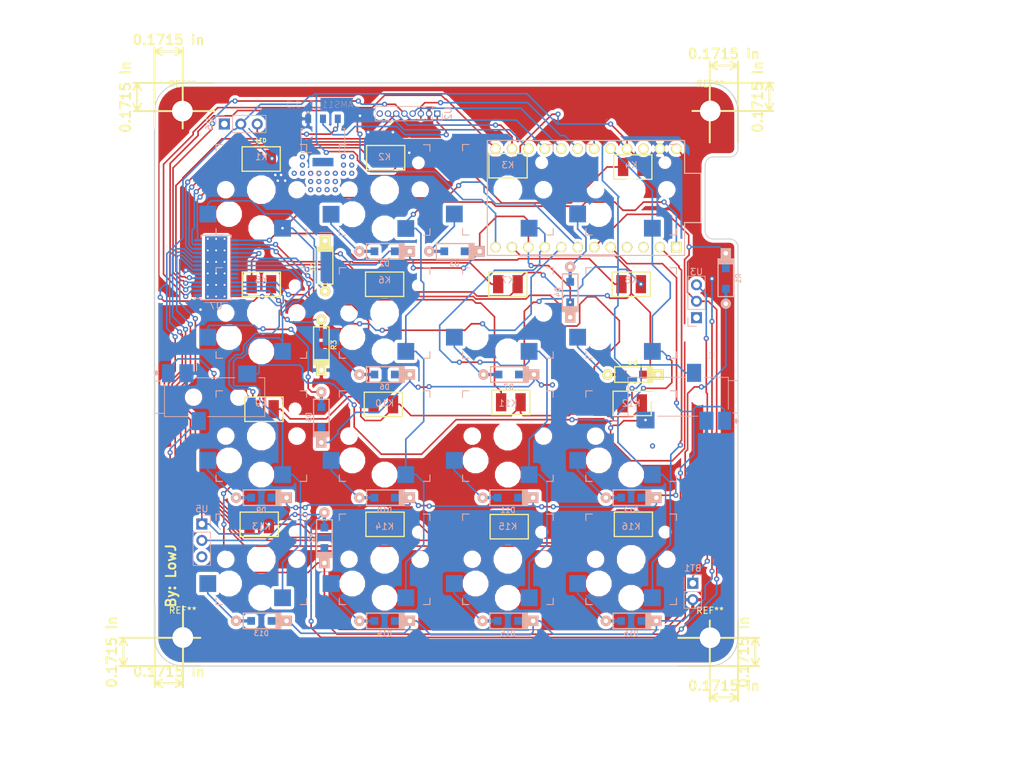
<source format=kicad_pcb>
(kicad_pcb (version 20171130) (host pcbnew "(5.0.0-3-g5ebb6b6)")
  (layers (0 F.Cu signal) (31 B.Cu signal) (34 B.Paste user) (35 F.Paste user) (36 B.SilkS user) (37 F.SilkS user) (38 B.Mask user) (39 F.Mask user) (44 Edge.Cuts user))
  (net 0 "")
  (net 1 /RAW1)
  (net 2 /GND1)
  (net 3 "Net-(D1-Pad2)")
  (net 4 /Row1)
  (net 5 "Net-(D2-Pad2)")
  (net 6 "Net-(D3-Pad2)")
  (net 7 "Net-(D4-Pad2)")
  (net 8 /Row2)
  (net 9 "Net-(D5-Pad2)")
  (net 10 "Net-(D6-Pad2)")
  (net 11 "Net-(D7-Pad2)")
  (net 12 /Row3)
  (net 13 "Net-(D8-Pad2)")
  (net 14 "Net-(D9-Pad2)")
  (net 15 /Col1)
  (net 16 /Col2)
  (net 17 /Col3)
  (net 18 "Net-(U1-Pad3)")
  (net 19 "Net-(U1-Pad4)")
  (net 20 "Net-(U1-Pad14)")
  (net 21 "Net-(U1-Pad15)")
  (net 22 "Net-(U1-Pad16)")
  (net 23 "Net-(U1-Pad17)")
  (net 24 "Net-(U1-Pad18)")
  (net 25 "Net-(U1-Pad22)")
  (net 26 "Net-(U2-Pad8)")
  (net 27 "Net-(BT1-Pad1)")
  (net 28 "Net-(D10-Pad2)")
  (net 29 "Net-(U3-Pad1)")
  (net 30 "Net-(J1-Pad1)")
  (net 31 "Net-(J1-Pad2)")
  (net 32 "Net-(U2-Pad2)")
  (net 33 "Net-(D11-Pad2)")
  (net 34 "Net-(D12-Pad2)")
  (net 35 "Net-(D13-Pad2)")
  (net 36 /Row4)
  (net 37 "Net-(D14-Pad2)")
  (net 38 "Net-(D15-Pad2)")
  (net 39 "Net-(D16-Pad2)")
  (net 40 /VCC1)
  (net 41 /Col4)
  (net 42 "Net-(U1-Pad12)")
  (net 43 "Net-(R1-Pad2)")
  (net 44 "Net-(U5-Pad3)")
  (net 45 "Net-(U4-Pad3)")
  (net 46 "Net-(U6-Pad1)")
  (net 47 "Net-(D20-Pad2)")
  (net 48 "Net-(D21-Pad2)")
  (net 49 "Net-(D22-Pad2)")
  (net 50 "Net-(D23-Pad2)")
  (net 51 "Net-(D24-Pad2)")
  (net 52 "Net-(D25-Pad2)")
  (net 53 "Net-(D26-Pad2)")
  (net 54 "Net-(D27-Pad2)")
  (net 55 "Net-(D28-Pad2)")
  (net 56 "Net-(D29-Pad2)")
  (net 57 "Net-(D30-Pad2)")
  (net 58 "Net-(D31-Pad2)")
  (net 59 "Net-(D32-Pad2)")
  (net 60 "Net-(D33-Pad2)")
  (net 61 "Net-(D34-Pad2)")
  (net 62 "Net-(D35-Pad2)")
  (net 63 "Net-(U1-Pad13)")
  (net 64 /GSCLK)
  (net 65 "Net-(U7-Pad23)")
  (net 66 "Net-(U7-Pad24)")
  (net 67 "Net-(U7-Pad29)")
  (net 68 "Net-(R3-Pad2)")
  (module MountingHole:MountingHole_3.2mm_M3 (layer F.Cu) (at 118.6688 134.0104)
    (fp_text reference REF** (at 0 -4.2) (layer F.SilkS))
    (fp_text value MountingHole_3.2mm_M3)
    (pad 1 np_thru_hole circle (at 0 0) (size 3.2 3.2) (drill 3.2) (layers *.Cu *.Mask))
  )
  (module MountingHole:MountingHole_3.2mm_M3 (layer F.Cu) (at 118.6053 52.6161)
    (fp_text reference REF** (at 0 -4.2) (layer F.SilkS))
    (fp_text value MountingHole_3.2mm_M3)
    (pad 1 np_thru_hole circle (at 0 0) (size 3.2 3.2) (drill 3.2) (layers *.Cu *.Mask))
  )
  (module MountingHole:MountingHole_3.2mm_M3 (layer F.Cu) (at 200.1901 52.5907)
    (fp_text reference REF** (at 0 -4.2) (layer F.SilkS))
    (fp_text value MountingHole_3.2mm_M3)
    (pad 1 np_thru_hole circle (at 0 0) (size 3.2 3.2) (drill 3.2) (layers *.Cu *.Mask))
  )
  (module keyswitches:PG1350_socket (layer F.Cu) (at 187.96 83.82)
    (fp_text reference K8 (at 0 -5.08) (layer B.SilkS) (effects (justify mirror)))
    (fp_text value KEYSW)
    (pad "" np_thru_hole circle (at -5.5 0) (size 1.7018 1.7018) (drill 1.7018) (layers *.Cu *.Mask))
    (pad "" np_thru_hole circle (at 5.5 0) (size 1.7018 1.7018) (drill 1.7018) (layers *.Cu *.Mask))
    (pad 1 smd rect (at 3.275 5.95) (size 2.6 2.6) (layers B.Cu B.Paste B.Mask) (net 41 /Col4))
    (pad "" np_thru_hole circle (at -5 3.75) (size 3 3) (drill 3) (layers *.Cu *.Mask))
    (pad "" np_thru_hole circle (at 0 0) (size 3.429 3.429) (drill 3.429) (layers *.Cu *.Mask))
    (pad "" np_thru_hole circle (at 0 5.95) (size 3 3) (drill 3) (layers *.Cu *.Mask))
    (pad 2 smd rect (at -8.275 3.75) (size 2.6 2.6) (layers B.Cu B.Paste B.Mask) (net 13 "Net-(D8-Pad2)"))
    (pad "" np_thru_hole circle (at 5.22 -4.2) (size 0.9906 0.9906) (drill 0.9906) (layers *.Cu *.Mask))
  )
  (module keyswitches:PG1350_socket (layer F.Cu) (at 149.86 83.82)
    (fp_text reference K6 (at 0 -5.08) (layer B.SilkS) (effects (justify mirror)))
    (fp_text value KEYSW)
    (pad "" np_thru_hole circle (at -5.5 0) (size 1.7018 1.7018) (drill 1.7018) (layers *.Cu *.Mask))
    (pad "" np_thru_hole circle (at 5.5 0) (size 1.7018 1.7018) (drill 1.7018) (layers *.Cu *.Mask))
    (pad 1 smd rect (at 3.275 5.95) (size 2.6 2.6) (layers B.Cu B.Paste B.Mask) (net 16 /Col2))
    (pad "" np_thru_hole circle (at -5 3.75) (size 3 3) (drill 3) (layers *.Cu *.Mask))
    (pad "" np_thru_hole circle (at 0 0) (size 3.429 3.429) (drill 3.429) (layers *.Cu *.Mask))
    (pad "" np_thru_hole circle (at 0 5.95) (size 3 3) (drill 3) (layers *.Cu *.Mask))
    (pad 2 smd rect (at -8.275 3.75) (size 2.6 2.6) (layers B.Cu B.Paste B.Mask) (net 10 "Net-(D6-Pad2)"))
    (pad "" np_thru_hole circle (at 5.22 -4.2) (size 0.9906 0.9906) (drill 0.9906) (layers *.Cu *.Mask))
  )
  (module keyboard_parts:D_SOD123_axial (layer B.Cu) (at 149.86 74.295 180)
    (fp_text reference D2 (at 0 -1.925 180) (layer B.SilkS) (effects (font (size 0.8 0.8)) (justify mirror)))
    (fp_text value D hide)
    (pad 2 smd rect (at 2.7 0 180) (size 2.5 0.5) (layers B.Cu) (net 5 "Net-(D2-Pad2)"))
    (pad 1 smd rect (at -2.7 0 180) (size 2.5 0.5) (layers B.Cu) (net 4 /Row1))
    (pad 2 thru_hole circle (at 3.9 0 180) (size 1.6 1.6) (drill 0.7) (layers *.Cu *.Mask B.SilkS) (net 5 "Net-(D2-Pad2)"))
    (pad 1 thru_hole rect (at -3.9 0 180) (size 1.6 1.6) (drill 0.7) (layers *.Cu *.Mask B.SilkS) (net 4 /Row1))
    (pad 1 smd rect (at -1.575 0 180) (size 1.2 1.2) (layers B.Cu B.Paste B.Mask) (net 4 /Row1))
    (pad 2 smd rect (at 1.575 0 180) (size 1.2 1.2) (layers B.Cu B.Paste B.Mask) (net 5 "Net-(D2-Pad2)"))
  )
  (module keyboard_parts:D_SOD123_axial (layer B.Cu) (at 160.655 74.295 180)
    (fp_text reference D3 (at 0 -1.925 180) (layer B.SilkS) (effects (font (size 0.8 0.8)) (justify mirror)))
    (fp_text value D hide)
    (pad 2 smd rect (at 1.575 0 180) (size 1.2 1.2) (layers B.Cu B.Paste B.Mask) (net 6 "Net-(D3-Pad2)"))
    (pad 1 smd rect (at -1.575 0 180) (size 1.2 1.2) (layers B.Cu B.Paste B.Mask) (net 4 /Row1))
    (pad 1 thru_hole rect (at -3.9 0 180) (size 1.6 1.6) (drill 0.7) (layers *.Cu *.Mask B.SilkS) (net 4 /Row1))
    (pad 2 thru_hole circle (at 3.9 0 180) (size 1.6 1.6) (drill 0.7) (layers *.Cu *.Mask B.SilkS) (net 6 "Net-(D3-Pad2)"))
    (pad 1 smd rect (at -2.7 0 180) (size 2.5 0.5) (layers B.Cu) (net 4 /Row1))
    (pad 2 smd rect (at 2.7 0 180) (size 2.5 0.5) (layers B.Cu) (net 6 "Net-(D3-Pad2)"))
  )
  (module keyboard_parts:D_SOD123_axial (layer B.Cu) (at 178.5366 80.5942 90)
    (fp_text reference D4 (at 0 -1.925 90) (layer B.SilkS) (effects (font (size 0.8 0.8)) (justify mirror)))
    (fp_text value D hide)
    (pad 2 smd rect (at 2.7 0 90) (size 2.5 0.5) (layers B.Cu) (net 7 "Net-(D4-Pad2)"))
    (pad 1 smd rect (at -2.7 0 90) (size 2.5 0.5) (layers B.Cu) (net 4 /Row1))
    (pad 2 thru_hole circle (at 3.9 0 90) (size 1.6 1.6) (drill 0.7) (layers *.Cu *.Mask B.SilkS) (net 7 "Net-(D4-Pad2)"))
    (pad 1 thru_hole rect (at -3.9 0 90) (size 1.6 1.6) (drill 0.7) (layers *.Cu *.Mask B.SilkS) (net 4 /Row1))
    (pad 1 smd rect (at -1.575 0 90) (size 1.2 1.2) (layers B.Cu B.Paste B.Mask) (net 4 /Row1))
    (pad 2 smd rect (at 1.575 0 90) (size 1.2 1.2) (layers B.Cu B.Paste B.Mask) (net 7 "Net-(D4-Pad2)"))
  )
  (module keyboard_parts:D_SOD123_axial (layer B.Cu) (at 140.081 99.949 90)
    (fp_text reference D5 (at 0 -1.925 90) (layer B.SilkS) (effects (font (size 0.8 0.8)) (justify mirror)))
    (fp_text value D hide)
    (pad 2 smd rect (at 1.575 0 90) (size 1.2 1.2) (layers B.Cu B.Paste B.Mask) (net 9 "Net-(D5-Pad2)"))
    (pad 1 smd rect (at -1.575 0 90) (size 1.2 1.2) (layers B.Cu B.Paste B.Mask) (net 8 /Row2))
    (pad 1 thru_hole rect (at -3.9 0 90) (size 1.6 1.6) (drill 0.7) (layers *.Cu *.Mask B.SilkS) (net 8 /Row2))
    (pad 2 thru_hole circle (at 3.9 0 90) (size 1.6 1.6) (drill 0.7) (layers *.Cu *.Mask B.SilkS) (net 9 "Net-(D5-Pad2)"))
    (pad 1 smd rect (at -2.7 0 90) (size 2.5 0.5) (layers B.Cu) (net 8 /Row2))
    (pad 2 smd rect (at 2.7 0 90) (size 2.5 0.5) (layers B.Cu) (net 9 "Net-(D5-Pad2)"))
  )
  (module keyboard_parts:D_SOD123_axial (layer B.Cu) (at 149.86 93.345 180)
    (fp_text reference D6 (at 0 -1.925 180) (layer B.SilkS) (effects (font (size 0.8 0.8)) (justify mirror)))
    (fp_text value D hide)
    (pad 2 smd rect (at 2.7 0 180) (size 2.5 0.5) (layers B.Cu) (net 10 "Net-(D6-Pad2)"))
    (pad 1 smd rect (at -2.7 0 180) (size 2.5 0.5) (layers B.Cu) (net 8 /Row2))
    (pad 2 thru_hole circle (at 3.9 0 180) (size 1.6 1.6) (drill 0.7) (layers *.Cu *.Mask B.SilkS) (net 10 "Net-(D6-Pad2)"))
    (pad 1 thru_hole rect (at -3.9 0 180) (size 1.6 1.6) (drill 0.7) (layers *.Cu *.Mask B.SilkS) (net 8 /Row2))
    (pad 1 smd rect (at -1.575 0 180) (size 1.2 1.2) (layers B.Cu B.Paste B.Mask) (net 8 /Row2))
    (pad 2 smd rect (at 1.575 0 180) (size 1.2 1.2) (layers B.Cu B.Paste B.Mask) (net 10 "Net-(D6-Pad2)"))
  )
  (module keyboard_parts:D_SOD123_axial (layer B.Cu) (at 169.037 93.345 180)
    (fp_text reference D7 (at 0 -1.925 180) (layer B.SilkS) (effects (font (size 0.8 0.8)) (justify mirror)))
    (fp_text value D hide)
    (pad 2 smd rect (at 1.575 0 180) (size 1.2 1.2) (layers B.Cu B.Paste B.Mask) (net 11 "Net-(D7-Pad2)"))
    (pad 1 smd rect (at -1.575 0 180) (size 1.2 1.2) (layers B.Cu B.Paste B.Mask) (net 8 /Row2))
    (pad 1 thru_hole rect (at -3.9 0 180) (size 1.6 1.6) (drill 0.7) (layers *.Cu *.Mask B.SilkS) (net 8 /Row2))
    (pad 2 thru_hole circle (at 3.9 0 180) (size 1.6 1.6) (drill 0.7) (layers *.Cu *.Mask B.SilkS) (net 11 "Net-(D7-Pad2)"))
    (pad 1 smd rect (at -2.7 0 180) (size 2.5 0.5) (layers B.Cu) (net 8 /Row2))
    (pad 2 smd rect (at 2.7 0 180) (size 2.5 0.5) (layers B.Cu) (net 11 "Net-(D7-Pad2)"))
  )
  (module keyboard_parts:D_SOD123_axial (layer F.Cu) (at 188.214 93.345 180)
    (fp_text reference D8 (at 0 1.925 180) (layer F.SilkS) (effects (font (size 0.8 0.8))))
    (fp_text value D hide)
    (pad 2 smd rect (at 2.7 0 180) (size 2.5 0.5) (layers F.Cu) (net 13 "Net-(D8-Pad2)"))
    (pad 1 smd rect (at -2.7 0 180) (size 2.5 0.5) (layers F.Cu) (net 8 /Row2))
    (pad 2 thru_hole circle (at 3.9 0 180) (size 1.6 1.6) (drill 0.7) (layers *.Cu *.Mask F.SilkS) (net 13 "Net-(D8-Pad2)"))
    (pad 1 thru_hole rect (at -3.9 0 180) (size 1.6 1.6) (drill 0.7) (layers *.Cu *.Mask F.SilkS) (net 8 /Row2))
    (pad 1 smd rect (at -1.575 0 180) (size 1.2 1.2) (layers F.Cu F.Paste F.Mask) (net 8 /Row2))
    (pad 2 smd rect (at 1.575 0 180) (size 1.2 1.2) (layers F.Cu F.Paste F.Mask) (net 13 "Net-(D8-Pad2)"))
  )
  (module keyboard_parts:D_SOD123_axial (layer B.Cu) (at 130.81 112.395 180)
    (fp_text reference D9 (at 0 -1.925 180) (layer B.SilkS) (effects (font (size 0.8 0.8)) (justify mirror)))
    (fp_text value D hide)
    (pad 2 smd rect (at 1.575 0 180) (size 1.2 1.2) (layers B.Cu B.Paste B.Mask) (net 14 "Net-(D9-Pad2)"))
    (pad 1 smd rect (at -1.575 0 180) (size 1.2 1.2) (layers B.Cu B.Paste B.Mask) (net 12 /Row3))
    (pad 1 thru_hole rect (at -3.9 0 180) (size 1.6 1.6) (drill 0.7) (layers *.Cu *.Mask B.SilkS) (net 12 /Row3))
    (pad 2 thru_hole circle (at 3.9 0 180) (size 1.6 1.6) (drill 0.7) (layers *.Cu *.Mask B.SilkS) (net 14 "Net-(D9-Pad2)"))
    (pad 1 smd rect (at -2.7 0 180) (size 2.5 0.5) (layers B.Cu) (net 12 /Row3))
    (pad 2 smd rect (at 2.7 0 180) (size 2.5 0.5) (layers B.Cu) (net 14 "Net-(D9-Pad2)"))
  )
  (module keyswitches:PG1350_socket (layer F.Cu) (at 130.81 64.77)
    (fp_text reference K1 (at 0 -5.08) (layer B.SilkS) (effects (justify mirror)))
    (fp_text value KEYSW)
    (pad "" np_thru_hole circle (at 5.22 -4.2) (size 0.9906 0.9906) (drill 0.9906) (layers *.Cu *.Mask))
    (pad 2 smd rect (at -8.275 3.75) (size 2.6 2.6) (layers B.Cu B.Paste B.Mask) (net 3 "Net-(D1-Pad2)"))
    (pad "" np_thru_hole circle (at 0 5.95) (size 3 3) (drill 3) (layers *.Cu *.Mask))
    (pad "" np_thru_hole circle (at 0 0) (size 3.429 3.429) (drill 3.429) (layers *.Cu *.Mask))
    (pad "" np_thru_hole circle (at -5 3.75) (size 3 3) (drill 3) (layers *.Cu *.Mask))
    (pad 1 smd rect (at 3.275 5.95) (size 2.6 2.6) (layers B.Cu B.Paste B.Mask) (net 15 /Col1))
    (pad "" np_thru_hole circle (at 5.5 0) (size 1.7018 1.7018) (drill 1.7018) (layers *.Cu *.Mask))
    (pad "" np_thru_hole circle (at -5.5 0) (size 1.7018 1.7018) (drill 1.7018) (layers *.Cu *.Mask))
  )
  (module keyswitches:PG1350_socket (layer F.Cu) (at 149.86 64.814)
    (fp_text reference K2 (at 0 -5.124) (layer B.SilkS) (effects (justify mirror)))
    (fp_text value KEYSW)
    (pad "" np_thru_hole circle (at -5.5 0) (size 1.7018 1.7018) (drill 1.7018) (layers *.Cu *.Mask))
    (pad "" np_thru_hole circle (at 5.5 0) (size 1.7018 1.7018) (drill 1.7018) (layers *.Cu *.Mask))
    (pad 1 smd rect (at 3.275 5.95) (size 2.6 2.6) (layers B.Cu B.Paste B.Mask) (net 16 /Col2))
    (pad "" np_thru_hole circle (at -5 3.75) (size 3 3) (drill 3) (layers *.Cu *.Mask))
    (pad "" np_thru_hole circle (at 0 0) (size 3.429 3.429) (drill 3.429) (layers *.Cu *.Mask))
    (pad "" np_thru_hole circle (at 0 5.95) (size 3 3) (drill 3) (layers *.Cu *.Mask))
    (pad 2 smd rect (at -8.275 3.75) (size 2.6 2.6) (layers B.Cu B.Paste B.Mask) (net 5 "Net-(D2-Pad2)"))
    (pad "" np_thru_hole circle (at 5.22 -4.2) (size 0.9906 0.9906) (drill 0.9906) (layers *.Cu *.Mask))
  )
  (module keyswitches:PG1350_socket (layer F.Cu) (at 168.91 64.77)
    (fp_text reference K3 (at 0 -3.81) (layer B.SilkS) (effects (justify mirror)))
    (fp_text value KEYSW)
    (pad "" np_thru_hole circle (at 5.22 -4.2) (size 0.9906 0.9906) (drill 0.9906) (layers *.Cu *.Mask))
    (pad 2 smd rect (at -8.275 3.75) (size 2.6 2.6) (layers B.Cu B.Paste B.Mask) (net 6 "Net-(D3-Pad2)"))
    (pad "" np_thru_hole circle (at 0 5.95) (size 3 3) (drill 3) (layers *.Cu *.Mask))
    (pad "" np_thru_hole circle (at 0 0) (size 3.429 3.429) (drill 3.429) (layers *.Cu *.Mask))
    (pad "" np_thru_hole circle (at -5 3.75) (size 3 3) (drill 3) (layers *.Cu *.Mask))
    (pad 1 smd rect (at 3.275 5.95) (size 2.6 2.6) (layers B.Cu B.Paste B.Mask) (net 17 /Col3))
    (pad "" np_thru_hole circle (at 5.5 0) (size 1.7018 1.7018) (drill 1.7018) (layers *.Cu *.Mask))
    (pad "" np_thru_hole circle (at -5.5 0) (size 1.7018 1.7018) (drill 1.7018) (layers *.Cu *.Mask))
  )
  (module keyswitches:PG1350_socket (layer F.Cu) (at 187.96 64.77)
    (fp_text reference K4 (at 0 -3.81) (layer B.SilkS) (effects (justify mirror)))
    (fp_text value KEYSW)
    (pad "" np_thru_hole circle (at -5.5 0) (size 1.7018 1.7018) (drill 1.7018) (layers *.Cu *.Mask))
    (pad "" np_thru_hole circle (at 5.5 0) (size 1.7018 1.7018) (drill 1.7018) (layers *.Cu *.Mask))
    (pad 1 smd rect (at 3.275 5.95) (size 2.6 2.6) (layers B.Cu B.Paste B.Mask) (net 41 /Col4))
    (pad "" np_thru_hole circle (at -5 3.75) (size 3 3) (drill 3) (layers *.Cu *.Mask))
    (pad "" np_thru_hole circle (at 0 0) (size 3.429 3.429) (drill 3.429) (layers *.Cu *.Mask))
    (pad "" np_thru_hole circle (at 0 5.95) (size 3 3) (drill 3) (layers *.Cu *.Mask))
    (pad 2 smd rect (at -8.275 3.75) (size 2.6 2.6) (layers B.Cu B.Paste B.Mask) (net 7 "Net-(D4-Pad2)"))
    (pad "" np_thru_hole circle (at 5.22 -4.2) (size 0.9906 0.9906) (drill 0.9906) (layers *.Cu *.Mask))
  )
  (module keyswitches:PG1350_socket (layer F.Cu) (at 130.81 83.82)
    (fp_text reference K5 (at 0 -5.08) (layer B.SilkS) (effects (justify mirror)))
    (fp_text value KEYSW)
    (pad "" np_thru_hole circle (at 5.22 -4.2) (size 0.9906 0.9906) (drill 0.9906) (layers *.Cu *.Mask))
    (pad 2 smd rect (at -8.275 3.75) (size 2.6 2.6) (layers B.Cu B.Paste B.Mask) (net 9 "Net-(D5-Pad2)"))
    (pad "" np_thru_hole circle (at 0 5.95) (size 3 3) (drill 3) (layers *.Cu *.Mask))
    (pad "" np_thru_hole circle (at 0 0) (size 3.429 3.429) (drill 3.429) (layers *.Cu *.Mask))
    (pad "" np_thru_hole circle (at -5 3.75) (size 3 3) (drill 3) (layers *.Cu *.Mask))
    (pad 1 smd rect (at 3.275 5.95) (size 2.6 2.6) (layers B.Cu B.Paste B.Mask) (net 15 /Col1))
    (pad "" np_thru_hole circle (at 5.5 0) (size 1.7018 1.7018) (drill 1.7018) (layers *.Cu *.Mask))
    (pad "" np_thru_hole circle (at -5.5 0) (size 1.7018 1.7018) (drill 1.7018) (layers *.Cu *.Mask))
  )
  (module keyswitches:PG1350_socket (layer F.Cu) (at 168.91 83.82)
    (fp_text reference K7 (at 0 -5.08) (layer B.SilkS) (effects (justify mirror)))
    (fp_text value KEYSW)
    (pad "" np_thru_hole circle (at 5.22 -4.2) (size 0.9906 0.9906) (drill 0.9906) (layers *.Cu *.Mask))
    (pad 2 smd rect (at -8.275 3.75) (size 2.6 2.6) (layers B.Cu B.Paste B.Mask) (net 11 "Net-(D7-Pad2)"))
    (pad "" np_thru_hole circle (at 0 5.95) (size 3 3) (drill 3) (layers *.Cu *.Mask))
    (pad "" np_thru_hole circle (at 0 0) (size 3.429 3.429) (drill 3.429) (layers *.Cu *.Mask))
    (pad "" np_thru_hole circle (at -5 3.75) (size 3 3) (drill 3) (layers *.Cu *.Mask))
    (pad 1 smd rect (at 3.275 5.95) (size 2.6 2.6) (layers B.Cu B.Paste B.Mask) (net 17 /Col3))
    (pad "" np_thru_hole circle (at 5.5 0) (size 1.7018 1.7018) (drill 1.7018) (layers *.Cu *.Mask))
    (pad "" np_thru_hole circle (at -5.5 0) (size 1.7018 1.7018) (drill 1.7018) (layers *.Cu *.Mask))
  )
  (module keyswitches:PG1350_socket (layer F.Cu) (at 130.81 102.87)
    (fp_text reference K9 (at 0 -5.08) (layer B.SilkS) (effects (justify mirror)))
    (fp_text value KEYSW)
    (pad "" np_thru_hole circle (at 5.22 -4.2) (size 0.9906 0.9906) (drill 0.9906) (layers *.Cu *.Mask))
    (pad 2 smd rect (at -8.275 3.75) (size 2.6 2.6) (layers B.Cu B.Paste B.Mask) (net 14 "Net-(D9-Pad2)"))
    (pad "" np_thru_hole circle (at 0 5.95) (size 3 3) (drill 3) (layers *.Cu *.Mask))
    (pad "" np_thru_hole circle (at 0 0) (size 3.429 3.429) (drill 3.429) (layers *.Cu *.Mask))
    (pad "" np_thru_hole circle (at -5 3.75) (size 3 3) (drill 3) (layers *.Cu *.Mask))
    (pad 1 smd rect (at 3.275 5.95) (size 2.6 2.6) (layers B.Cu B.Paste B.Mask) (net 15 /Col1))
    (pad "" np_thru_hole circle (at 5.5 0) (size 1.7018 1.7018) (drill 1.7018) (layers *.Cu *.Mask))
    (pad "" np_thru_hole circle (at -5.5 0) (size 1.7018 1.7018) (drill 1.7018) (layers *.Cu *.Mask))
  )
  (module keyboard_parts:nrf24l01header (layer B.Cu) (at 158 53 90)
    (fp_text reference U2 (at 0 1.695 90) (layer B.SilkS) (effects (justify mirror)))
    (fp_text value NRF24L01_Breakout)
    (pad 8 thru_hole oval (at 0 -8.89 90) (size 1 1) (drill 0.65) (layers *.Cu *.Mask) (net 26 "Net-(U2-Pad8)"))
    (pad 7 thru_hole oval (at 0 -7.62 90) (size 1 1) (drill 0.65) (layers *.Cu *.Mask) (net 21 "Net-(U1-Pad15)"))
    (pad 6 thru_hole oval (at 0 -6.35 90) (size 1 1) (drill 0.65) (layers *.Cu *.Mask) (net 20 "Net-(U1-Pad14)"))
    (pad 5 thru_hole oval (at 0 -5.08 90) (size 1 1) (drill 0.65) (layers *.Cu *.Mask) (net 22 "Net-(U1-Pad16)"))
    (pad 4 thru_hole oval (at 0 -3.81 90) (size 1 1) (drill 0.65) (layers *.Cu *.Mask) (net 23 "Net-(U1-Pad17)"))
    (pad 3 thru_hole oval (at 0 -2.54 90) (size 1 1) (drill 0.65) (layers *.Cu *.Mask) (net 24 "Net-(U1-Pad18)"))
    (pad 1 thru_hole oval (at 0 -1.27 90) (size 1 1) (drill 0.65) (layers *.Cu *.Mask) (net 2 /GND1))
    (pad 2 thru_hole rect (at 0 0 90) (size 1 1) (drill 0.65) (layers *.Cu *.Mask) (net 32 "Net-(U2-Pad2)"))
  )
  (module Connector_PinHeader_2.54mm:PinHeader_1x03_P2.54mm_Vertical (layer B.Cu) (at 198.0565 84.5566)
    (fp_text reference U3 (at 0 -7.0866) (layer B.SilkS) (effects (justify mirror)))
    (fp_text value ADG417BN)
    (pad 1 thru_hole rect (at 0 0) (size 1.7 1.7) (drill 1) (layers *.Cu *.Mask) (net 29 "Net-(U3-Pad1)"))
    (pad 2 thru_hole oval (at 0 -2.54) (size 1.7 1.7) (drill 1) (layers *.Cu *.Mask) (net 1 /RAW1))
    (pad 3 thru_hole oval (at 0 -5.08) (size 1.7 1.7) (drill 1) (layers *.Cu *.Mask) (net 27 "Net-(BT1-Pad1)"))
  )
  (module keyboard_parts:D_SOD123_axial (layer B.Cu) (at 149.86 112.395 180)
    (fp_text reference D10 (at 0 -1.925 180) (layer B.SilkS) (effects (font (size 0.8 0.8)) (justify mirror)))
    (fp_text value D hide)
    (pad 2 smd rect (at 1.575 0 180) (size 1.2 1.2) (layers B.Cu B.Paste B.Mask) (net 28 "Net-(D10-Pad2)"))
    (pad 1 smd rect (at -1.575 0 180) (size 1.2 1.2) (layers B.Cu B.Paste B.Mask) (net 12 /Row3))
    (pad 1 thru_hole rect (at -3.9 0 180) (size 1.6 1.6) (drill 0.7) (layers *.Cu *.Mask B.SilkS) (net 12 /Row3))
    (pad 2 thru_hole circle (at 3.9 0 180) (size 1.6 1.6) (drill 0.7) (layers *.Cu *.Mask B.SilkS) (net 28 "Net-(D10-Pad2)"))
    (pad 1 smd rect (at -2.7 0 180) (size 2.5 0.5) (layers B.Cu) (net 12 /Row3))
    (pad 2 smd rect (at 2.7 0 180) (size 2.5 0.5) (layers B.Cu) (net 28 "Net-(D10-Pad2)"))
  )
  (module keyboard_parts:D_SOD123_axial (layer B.Cu) (at 168.91 112.395 180)
    (fp_text reference D11 (at 0 -1.925 180) (layer B.SilkS) (effects (font (size 0.8 0.8)) (justify mirror)))
    (fp_text value D hide)
    (pad 2 smd rect (at 2.7 0 180) (size 2.5 0.5) (layers B.Cu) (net 33 "Net-(D11-Pad2)"))
    (pad 1 smd rect (at -2.7 0 180) (size 2.5 0.5) (layers B.Cu) (net 12 /Row3))
    (pad 2 thru_hole circle (at 3.9 0 180) (size 1.6 1.6) (drill 0.7) (layers *.Cu *.Mask B.SilkS) (net 33 "Net-(D11-Pad2)"))
    (pad 1 thru_hole rect (at -3.9 0 180) (size 1.6 1.6) (drill 0.7) (layers *.Cu *.Mask B.SilkS) (net 12 /Row3))
    (pad 1 smd rect (at -1.575 0 180) (size 1.2 1.2) (layers B.Cu B.Paste B.Mask) (net 12 /Row3))
    (pad 2 smd rect (at 1.575 0 180) (size 1.2 1.2) (layers B.Cu B.Paste B.Mask) (net 33 "Net-(D11-Pad2)"))
  )
  (module keyboard_parts:D_SOD123_axial (layer B.Cu) (at 187.96 112.395 180)
    (fp_text reference D12 (at 0 -1.925 180) (layer B.SilkS) (effects (font (size 0.8 0.8)) (justify mirror)))
    (fp_text value D hide)
    (pad 2 smd rect (at 1.575 0 180) (size 1.2 1.2) (layers B.Cu B.Paste B.Mask) (net 34 "Net-(D12-Pad2)"))
    (pad 1 smd rect (at -1.575 0 180) (size 1.2 1.2) (layers B.Cu B.Paste B.Mask) (net 12 /Row3))
    (pad 1 thru_hole rect (at -3.9 0 180) (size 1.6 1.6) (drill 0.7) (layers *.Cu *.Mask B.SilkS) (net 12 /Row3))
    (pad 2 thru_hole circle (at 3.9 0 180) (size 1.6 1.6) (drill 0.7) (layers *.Cu *.Mask B.SilkS) (net 34 "Net-(D12-Pad2)"))
    (pad 1 smd rect (at -2.7 0 180) (size 2.5 0.5) (layers B.Cu) (net 12 /Row3))
    (pad 2 smd rect (at 2.7 0 180) (size 2.5 0.5) (layers B.Cu) (net 34 "Net-(D12-Pad2)"))
  )
  (module keyboard_parts:D_SOD123_axial (layer B.Cu) (at 130.81 131.445 180)
    (fp_text reference D13 (at 0 -1.925 180) (layer B.SilkS) (effects (font (size 0.8 0.8)) (justify mirror)))
    (fp_text value D hide)
    (pad 2 smd rect (at 2.7 0 180) (size 2.5 0.5) (layers B.Cu) (net 35 "Net-(D13-Pad2)"))
    (pad 1 smd rect (at -2.7 0 180) (size 2.5 0.5) (layers B.Cu) (net 36 /Row4))
    (pad 2 thru_hole circle (at 3.9 0 180) (size 1.6 1.6) (drill 0.7) (layers *.Cu *.Mask B.SilkS) (net 35 "Net-(D13-Pad2)"))
    (pad 1 thru_hole rect (at -3.9 0 180) (size 1.6 1.6) (drill 0.7) (layers *.Cu *.Mask B.SilkS) (net 36 /Row4))
    (pad 1 smd rect (at -1.575 0 180) (size 1.2 1.2) (layers B.Cu B.Paste B.Mask) (net 36 /Row4))
    (pad 2 smd rect (at 1.575 0 180) (size 1.2 1.2) (layers B.Cu B.Paste B.Mask) (net 35 "Net-(D13-Pad2)"))
  )
  (module keyboard_parts:D_SOD123_axial (layer B.Cu) (at 149.86 131.445 180)
    (fp_text reference D14 (at 0 -1.925 180) (layer B.SilkS) (effects (font (size 0.8 0.8)) (justify mirror)))
    (fp_text value D hide)
    (pad 2 smd rect (at 1.575 0 180) (size 1.2 1.2) (layers B.Cu B.Paste B.Mask) (net 37 "Net-(D14-Pad2)"))
    (pad 1 smd rect (at -1.575 0 180) (size 1.2 1.2) (layers B.Cu B.Paste B.Mask) (net 36 /Row4))
    (pad 1 thru_hole rect (at -3.9 0 180) (size 1.6 1.6) (drill 0.7) (layers *.Cu *.Mask B.SilkS) (net 36 /Row4))
    (pad 2 thru_hole circle (at 3.9 0 180) (size 1.6 1.6) (drill 0.7) (layers *.Cu *.Mask B.SilkS) (net 37 "Net-(D14-Pad2)"))
    (pad 1 smd rect (at -2.7 0 180) (size 2.5 0.5) (layers B.Cu) (net 36 /Row4))
    (pad 2 smd rect (at 2.7 0 180) (size 2.5 0.5) (layers B.Cu) (net 37 "Net-(D14-Pad2)"))
  )
  (module keyboard_parts:D_SOD123_axial (layer B.Cu) (at 168.91 131.445 180)
    (fp_text reference D15 (at 0 -1.925 180) (layer B.SilkS) (effects (font (size 0.8 0.8)) (justify mirror)))
    (fp_text value D hide)
    (pad 2 smd rect (at 2.7 0 180) (size 2.5 0.5) (layers B.Cu) (net 38 "Net-(D15-Pad2)"))
    (pad 1 smd rect (at -2.7 0 180) (size 2.5 0.5) (layers B.Cu) (net 36 /Row4))
    (pad 2 thru_hole circle (at 3.9 0 180) (size 1.6 1.6) (drill 0.7) (layers *.Cu *.Mask B.SilkS) (net 38 "Net-(D15-Pad2)"))
    (pad 1 thru_hole rect (at -3.9 0 180) (size 1.6 1.6) (drill 0.7) (layers *.Cu *.Mask B.SilkS) (net 36 /Row4))
    (pad 1 smd rect (at -1.575 0 180) (size 1.2 1.2) (layers B.Cu B.Paste B.Mask) (net 36 /Row4))
    (pad 2 smd rect (at 1.575 0 180) (size 1.2 1.2) (layers B.Cu B.Paste B.Mask) (net 38 "Net-(D15-Pad2)"))
  )
  (module keyboard_parts:D_SOD123_axial (layer B.Cu) (at 187.96 131.445 180)
    (fp_text reference D16 (at 0 -1.925 180) (layer B.SilkS) (effects (font (size 0.8 0.8)) (justify mirror)))
    (fp_text value D hide)
    (pad 2 smd rect (at 1.575 0 180) (size 1.2 1.2) (layers B.Cu B.Paste B.Mask) (net 39 "Net-(D16-Pad2)"))
    (pad 1 smd rect (at -1.575 0 180) (size 1.2 1.2) (layers B.Cu B.Paste B.Mask) (net 36 /Row4))
    (pad 1 thru_hole rect (at -3.9 0 180) (size 1.6 1.6) (drill 0.7) (layers *.Cu *.Mask B.SilkS) (net 36 /Row4))
    (pad 2 thru_hole circle (at 3.9 0 180) (size 1.6 1.6) (drill 0.7) (layers *.Cu *.Mask B.SilkS) (net 39 "Net-(D16-Pad2)"))
    (pad 1 smd rect (at -2.7 0 180) (size 2.5 0.5) (layers B.Cu) (net 36 /Row4))
    (pad 2 smd rect (at 2.7 0 180) (size 2.5 0.5) (layers B.Cu) (net 39 "Net-(D16-Pad2)"))
  )
  (module keyswitches:PG1350_socket (layer F.Cu) (at 149.86 102.87)
    (fp_text reference K10 (at 0 -5.08) (layer B.SilkS) (effects (justify mirror)))
    (fp_text value KEYSW)
    (pad "" np_thru_hole circle (at -5.5 0) (size 1.7018 1.7018) (drill 1.7018) (layers *.Cu *.Mask))
    (pad "" np_thru_hole circle (at 5.5 0) (size 1.7018 1.7018) (drill 1.7018) (layers *.Cu *.Mask))
    (pad 1 smd rect (at 3.275 5.95) (size 2.6 2.6) (layers B.Cu B.Paste B.Mask) (net 16 /Col2))
    (pad "" np_thru_hole circle (at -5 3.75) (size 3 3) (drill 3) (layers *.Cu *.Mask))
    (pad "" np_thru_hole circle (at 0 0) (size 3.429 3.429) (drill 3.429) (layers *.Cu *.Mask))
    (pad "" np_thru_hole circle (at 0 5.95) (size 3 3) (drill 3) (layers *.Cu *.Mask))
    (pad 2 smd rect (at -8.275 3.75) (size 2.6 2.6) (layers B.Cu B.Paste B.Mask) (net 28 "Net-(D10-Pad2)"))
    (pad "" np_thru_hole circle (at 5.22 -4.2) (size 0.9906 0.9906) (drill 0.9906) (layers *.Cu *.Mask))
  )
  (module keyswitches:PG1350_socket (layer F.Cu) (at 168.91 102.87)
    (fp_text reference K11 (at 0 -5.08) (layer B.SilkS) (effects (justify mirror)))
    (fp_text value KEYSW)
    (pad "" np_thru_hole circle (at 5.22 -4.2) (size 0.9906 0.9906) (drill 0.9906) (layers *.Cu *.Mask))
    (pad 2 smd rect (at -8.275 3.75) (size 2.6 2.6) (layers B.Cu B.Paste B.Mask) (net 33 "Net-(D11-Pad2)"))
    (pad "" np_thru_hole circle (at 0 5.95) (size 3 3) (drill 3) (layers *.Cu *.Mask))
    (pad "" np_thru_hole circle (at 0 0) (size 3.429 3.429) (drill 3.429) (layers *.Cu *.Mask))
    (pad "" np_thru_hole circle (at -5 3.75) (size 3 3) (drill 3) (layers *.Cu *.Mask))
    (pad 1 smd rect (at 3.275 5.95) (size 2.6 2.6) (layers B.Cu B.Paste B.Mask) (net 17 /Col3))
    (pad "" np_thru_hole circle (at 5.5 0) (size 1.7018 1.7018) (drill 1.7018) (layers *.Cu *.Mask))
    (pad "" np_thru_hole circle (at -5.5 0) (size 1.7018 1.7018) (drill 1.7018) (layers *.Cu *.Mask))
  )
  (module keyswitches:PG1350_socket (layer F.Cu) (at 187.96 102.87)
    (fp_text reference K12 (at 0 -5.08) (layer B.SilkS) (effects (justify mirror)))
    (fp_text value KEYSW)
    (pad "" np_thru_hole circle (at 5.22 -4.2) (size 0.9906 0.9906) (drill 0.9906) (layers *.Cu *.Mask))
    (pad 2 smd rect (at -8.275 3.75) (size 2.6 2.6) (layers B.Cu B.Paste B.Mask) (net 34 "Net-(D12-Pad2)"))
    (pad "" np_thru_hole circle (at 0 5.95) (size 3 3) (drill 3) (layers *.Cu *.Mask))
    (pad "" np_thru_hole circle (at 0 0) (size 3.429 3.429) (drill 3.429) (layers *.Cu *.Mask))
    (pad "" np_thru_hole circle (at -5 3.75) (size 3 3) (drill 3) (layers *.Cu *.Mask))
    (pad 1 smd rect (at 3.275 5.95) (size 2.6 2.6) (layers B.Cu B.Paste B.Mask) (net 41 /Col4))
    (pad "" np_thru_hole circle (at 5.5 0) (size 1.7018 1.7018) (drill 1.7018) (layers *.Cu *.Mask))
    (pad "" np_thru_hole circle (at -5.5 0) (size 1.7018 1.7018) (drill 1.7018) (layers *.Cu *.Mask))
  )
  (module keyswitches:PG1350_socket (layer F.Cu) (at 130.81 121.92)
    (fp_text reference K13 (at 0 -5.08) (layer B.SilkS) (effects (justify mirror)))
    (fp_text value KEYSW)
    (pad "" np_thru_hole circle (at -5.5 0) (size 1.7018 1.7018) (drill 1.7018) (layers *.Cu *.Mask))
    (pad "" np_thru_hole circle (at 5.5 0) (size 1.7018 1.7018) (drill 1.7018) (layers *.Cu *.Mask))
    (pad 1 smd rect (at 3.275 5.95) (size 2.6 2.6) (layers B.Cu B.Paste B.Mask) (net 15 /Col1))
    (pad "" np_thru_hole circle (at -5 3.75) (size 3 3) (drill 3) (layers *.Cu *.Mask))
    (pad "" np_thru_hole circle (at 0 0) (size 3.429 3.429) (drill 3.429) (layers *.Cu *.Mask))
    (pad "" np_thru_hole circle (at 0 5.95) (size 3 3) (drill 3) (layers *.Cu *.Mask))
    (pad 2 smd rect (at -8.275 3.75) (size 2.6 2.6) (layers B.Cu B.Paste B.Mask) (net 35 "Net-(D13-Pad2)"))
    (pad "" np_thru_hole circle (at 5.22 -4.2) (size 0.9906 0.9906) (drill 0.9906) (layers *.Cu *.Mask))
  )
  (module keyswitches:PG1350_socket (layer F.Cu) (at 149.86 121.92)
    (fp_text reference K14 (at 0 -5.08) (layer B.SilkS) (effects (justify mirror)))
    (fp_text value KEYSW)
    (pad "" np_thru_hole circle (at 5.22 -4.2) (size 0.9906 0.9906) (drill 0.9906) (layers *.Cu *.Mask))
    (pad 2 smd rect (at -8.275 3.75) (size 2.6 2.6) (layers B.Cu B.Paste B.Mask) (net 37 "Net-(D14-Pad2)"))
    (pad "" np_thru_hole circle (at 0 5.95) (size 3 3) (drill 3) (layers *.Cu *.Mask))
    (pad "" np_thru_hole circle (at 0 0) (size 3.429 3.429) (drill 3.429) (layers *.Cu *.Mask))
    (pad "" np_thru_hole circle (at -5 3.75) (size 3 3) (drill 3) (layers *.Cu *.Mask))
    (pad 1 smd rect (at 3.275 5.95) (size 2.6 2.6) (layers B.Cu B.Paste B.Mask) (net 16 /Col2))
    (pad "" np_thru_hole circle (at 5.5 0) (size 1.7018 1.7018) (drill 1.7018) (layers *.Cu *.Mask))
    (pad "" np_thru_hole circle (at -5.5 0) (size 1.7018 1.7018) (drill 1.7018) (layers *.Cu *.Mask))
  )
  (module keyswitches:PG1350_socket (layer F.Cu) (at 168.91 121.92)
    (fp_text reference K15 (at 0 -5.08) (layer B.SilkS) (effects (justify mirror)))
    (fp_text value KEYSW)
    (pad "" np_thru_hole circle (at -5.5 0) (size 1.7018 1.7018) (drill 1.7018) (layers *.Cu *.Mask))
    (pad "" np_thru_hole circle (at 5.5 0) (size 1.7018 1.7018) (drill 1.7018) (layers *.Cu *.Mask))
    (pad 1 smd rect (at 3.275 5.95) (size 2.6 2.6) (layers B.Cu B.Paste B.Mask) (net 17 /Col3))
    (pad "" np_thru_hole circle (at -5 3.75) (size 3 3) (drill 3) (layers *.Cu *.Mask))
    (pad "" np_thru_hole circle (at 0 0) (size 3.429 3.429) (drill 3.429) (layers *.Cu *.Mask))
    (pad "" np_thru_hole circle (at 0 5.95) (size 3 3) (drill 3) (layers *.Cu *.Mask))
    (pad 2 smd rect (at -8.275 3.75) (size 2.6 2.6) (layers B.Cu B.Paste B.Mask) (net 38 "Net-(D15-Pad2)"))
    (pad "" np_thru_hole circle (at 5.22 -4.2) (size 0.9906 0.9906) (drill 0.9906) (layers *.Cu *.Mask))
  )
  (module keyswitches:PG1350_socket (layer F.Cu) (at 187.96 121.92)
    (fp_text reference K16 (at 0 -5.08) (layer B.SilkS) (effects (justify mirror)))
    (fp_text value KEYSW)
    (pad "" np_thru_hole circle (at 5.22 -4.2) (size 0.9906 0.9906) (drill 0.9906) (layers *.Cu *.Mask))
    (pad 2 smd rect (at -8.275 3.75) (size 2.6 2.6) (layers B.Cu B.Paste B.Mask) (net 39 "Net-(D16-Pad2)"))
    (pad "" np_thru_hole circle (at 0 5.95) (size 3 3) (drill 3) (layers *.Cu *.Mask))
    (pad "" np_thru_hole circle (at 0 0) (size 3.429 3.429) (drill 3.429) (layers *.Cu *.Mask))
    (pad "" np_thru_hole circle (at -5 3.75) (size 3 3) (drill 3) (layers *.Cu *.Mask))
    (pad 1 smd rect (at 3.275 5.95) (size 2.6 2.6) (layers B.Cu B.Paste B.Mask) (net 41 /Col4))
    (pad "" np_thru_hole circle (at 5.5 0) (size 1.7018 1.7018) (drill 1.7018) (layers *.Cu *.Mask))
    (pad "" np_thru_hole circle (at -5.5 0) (size 1.7018 1.7018) (drill 1.7018) (layers *.Cu *.Mask))
  )
  (module keyboard_parts:D_SOD123_axial (layer B.Cu) (at 202.5904 78.4987 270)
    (fp_text reference R1 (at 0 -1.925 270) (layer B.SilkS) (effects (font (size 0.8 0.8)) (justify mirror)))
    (fp_text value R hide)
    (pad 2 smd rect (at 1.575 0 270) (size 1.2 1.2) (layers B.Cu B.Paste B.Mask) (net 43 "Net-(R1-Pad2)"))
    (pad 1 smd rect (at -1.575 0 270) (size 1.2 1.2) (layers B.Cu B.Paste B.Mask) (net 31 "Net-(J1-Pad2)"))
    (pad 1 thru_hole rect (at -3.9 0 270) (size 1.6 1.6) (drill 0.7) (layers *.Cu *.Mask B.SilkS) (net 31 "Net-(J1-Pad2)"))
    (pad 2 thru_hole circle (at 3.9 0 270) (size 1.6 1.6) (drill 0.7) (layers *.Cu *.Mask B.SilkS) (net 43 "Net-(R1-Pad2)"))
    (pad 1 smd rect (at -2.7 0 270) (size 2.5 0.5) (layers B.Cu) (net 31 "Net-(J1-Pad2)"))
    (pad 2 smd rect (at 2.7 0 270) (size 2.5 0.5) (layers B.Cu) (net 43 "Net-(R1-Pad2)"))
  )
  (module keyboard_parts:D_SOD123_axial (layer B.Cu) (at 140.5509 118.5926 90)
    (fp_text reference R2 (at 0 -1.925 90) (layer B.SilkS) (effects (font (size 0.8 0.8)) (justify mirror)))
    (fp_text value R hide)
    (pad 2 smd rect (at 2.7 0 90) (size 2.5 0.5) (layers B.Cu) (net 43 "Net-(R1-Pad2)"))
    (pad 1 smd rect (at -2.7 0 90) (size 2.5 0.5) (layers B.Cu) (net 30 "Net-(J1-Pad1)"))
    (pad 2 thru_hole circle (at 3.9 0 90) (size 1.6 1.6) (drill 0.7) (layers *.Cu *.Mask B.SilkS) (net 43 "Net-(R1-Pad2)"))
    (pad 1 thru_hole rect (at -3.9 0 90) (size 1.6 1.6) (drill 0.7) (layers *.Cu *.Mask B.SilkS) (net 30 "Net-(J1-Pad1)"))
    (pad 1 smd rect (at -1.575 0 90) (size 1.2 1.2) (layers B.Cu B.Paste B.Mask) (net 30 "Net-(J1-Pad1)"))
    (pad 2 smd rect (at 1.575 0 90) (size 1.2 1.2) (layers B.Cu B.Paste B.Mask) (net 43 "Net-(R1-Pad2)"))
  )
  (module Connector_PinHeader_2.54mm:PinHeader_1x03_P2.54mm_Vertical (layer B.Cu) (at 121.6152 116.459 180)
    (fp_text reference U5 (at 0 2.33 180) (layer B.SilkS) (effects (justify mirror)))
    (fp_text value ADG417BN)
    (pad 1 thru_hole rect (at 0 0 180) (size 1.7 1.7) (drill 1) (layers *.Cu *.Mask) (net 40 /VCC1))
    (pad 2 thru_hole oval (at 0 -2.54 180) (size 1.7 1.7) (drill 1) (layers *.Cu *.Mask) (net 43 "Net-(R1-Pad2)"))
    (pad 3 thru_hole oval (at 0 -5.08 180) (size 1.7 1.7) (drill 1) (layers *.Cu *.Mask) (net 44 "Net-(U5-Pad3)"))
  )
  (module foots:ProMicroPinsFlipped (layer F.Cu) (at 180.975 66.04 180)
    (fp_text reference U1 hide)
    (fp_text value ProMicro)
    (pad 1 thru_hole rect (at -13.97 -7.62 180) (size 1.6 1.6) (drill 1.1) (layers *.Cu *.Mask F.SilkS) (net 16 /Col2))
    (pad 23 thru_hole circle (at -11.43 7.62 180) (size 1.6 1.6) (drill 1.1) (layers *.Cu *.Mask F.SilkS) (net 2 /GND1))
    (pad 22 thru_hole circle (at -8.89 7.62 180) (size 1.6 1.6) (drill 1.1) (layers *.Cu *.Mask F.SilkS) (net 25 "Net-(U1-Pad22)"))
    (pad 21 thru_hole circle (at -6.35 7.62 180) (size 1.6 1.6) (drill 1.1) (layers *.Cu *.Mask F.SilkS) (net 40 /VCC1))
    (pad 20 thru_hole circle (at -3.81 7.62 180) (size 1.6 1.6) (drill 1.1) (layers *.Cu *.Mask F.SilkS) (net 41 /Col4))
    (pad 19 thru_hole circle (at -1.27 7.62 180) (size 1.6 1.6) (drill 1.1) (layers *.Cu *.Mask F.SilkS) (net 36 /Row4))
    (pad 18 thru_hole circle (at 1.27 7.62 180) (size 1.6 1.6) (drill 1.1) (layers *.Cu *.Mask F.SilkS) (net 24 "Net-(U1-Pad18)"))
    (pad 17 thru_hole circle (at 3.81 7.62 180) (size 1.6 1.6) (drill 1.1) (layers *.Cu *.Mask F.SilkS) (net 23 "Net-(U1-Pad17)"))
    (pad 16 thru_hole circle (at 6.35 7.62 180) (size 1.6 1.6) (drill 1.1) (layers *.Cu *.Mask F.SilkS) (net 22 "Net-(U1-Pad16)"))
    (pad 15 thru_hole circle (at 8.89 7.62 180) (size 1.6 1.6) (drill 1.1) (layers *.Cu *.Mask F.SilkS) (net 21 "Net-(U1-Pad15)"))
    (pad 14 thru_hole circle (at 11.43 7.62 180) (size 1.6 1.6) (drill 1.1) (layers *.Cu *.Mask F.SilkS) (net 20 "Net-(U1-Pad14)"))
    (pad 13 thru_hole circle (at 13.97 7.62 180) (size 1.6 1.6) (drill 1.1) (layers *.Cu *.Mask F.SilkS) (net 63 "Net-(U1-Pad13)"))
    (pad 12 thru_hole circle (at 13.97 -7.62 180) (size 1.6 1.6) (drill 1.1) (layers *.Cu *.Mask F.SilkS) (net 42 "Net-(U1-Pad12)"))
    (pad 11 thru_hole circle (at 11.43 -7.62 180) (size 1.6 1.6) (drill 1.1) (layers *.Cu *.Mask F.SilkS) (net 8 /Row2))
    (pad 10 thru_hole circle (at 8.89 -7.62 180) (size 1.6 1.6) (drill 1.1) (layers *.Cu *.Mask F.SilkS) (net 4 /Row1))
    (pad 9 thru_hole circle (at 6.35 -7.62 180) (size 1.6 1.6) (drill 1.1) (layers *.Cu *.Mask F.SilkS) (net 17 /Col3))
    (pad 8 thru_hole circle (at 3.81 -7.62 180) (size 1.6 1.6) (drill 1.1) (layers *.Cu *.Mask F.SilkS) (net 64 /GSCLK))
    (pad 7 thru_hole circle (at 1.27 -7.62 180) (size 1.6 1.6) (drill 1.1) (layers *.Cu *.Mask F.SilkS) (net 15 /Col1))
    (pad 6 thru_hole circle (at -1.27 -7.62 180) (size 1.6 1.6) (drill 1.1) (layers *.Cu *.Mask F.SilkS) (net 31 "Net-(J1-Pad2)"))
    (pad 5 thru_hole circle (at -3.81 -7.62 180) (size 1.6 1.6) (drill 1.1) (layers *.Cu *.Mask F.SilkS) (net 30 "Net-(J1-Pad1)"))
    (pad 4 thru_hole circle (at -6.35 -7.62 180) (size 1.6 1.6) (drill 1.1) (layers *.Cu *.Mask F.SilkS) (net 19 "Net-(U1-Pad4)"))
    (pad 3 thru_hole circle (at -8.89 -7.62 180) (size 1.6 1.6) (drill 1.1) (layers *.Cu *.Mask F.SilkS) (net 18 "Net-(U1-Pad3)"))
    (pad 2 thru_hole circle (at -11.43 -7.62 180) (size 1.6 1.6) (drill 1.1) (layers *.Cu *.Mask F.SilkS) (net 12 /Row3))
    (pad 24 thru_hole circle (at -13.97 7.62 180) (size 1.6 1.6) (drill 1.1) (layers *.Cu *.Mask F.SilkS) (net 1 /RAW1))
  )
  (module Connector_PinHeader_2.54mm:PinHeader_1x03_P2.54mm_Vertical (layer B.Cu) (at 125.095 54.61 270)
    (fp_text reference U6 (at 0 2.33 270) (layer B.SilkS) (effects (justify mirror)))
    (fp_text value ADG417BN)
    (pad 1 thru_hole rect (at 0 0 270) (size 1.7 1.7) (drill 1) (layers *.Cu *.Mask) (net 46 "Net-(U6-Pad1)"))
    (pad 2 thru_hole oval (at 0 -2.54 270) (size 1.7 1.7) (drill 1) (layers *.Cu *.Mask) (net 40 /VCC1))
    (pad 3 thru_hole oval (at 0 -5.08 270) (size 1.7 1.7) (drill 1) (layers *.Cu *.Mask) (net 45 "Net-(U4-Pad3)"))
  )
  (module Package_SO:HTSSOP-28-1EP_4.4x9.7mm_P0.65mm_EP3.4x9.5mm_Mask2.4x6.17mm_ThermalVias (layer B.Cu) (at 123.825 76.8223)
    (fp_text reference U7 (at 0 5.9) (layer B.SilkS) (effects (justify mirror)))
    (fp_text value TLC5940PWP)
    (pad 1 smd rect (at -2.85 4.225) (size 1.1 0.4) (layers B.Cu B.Paste B.Mask) (net 2 /GND1))
    (pad 2 smd rect (at -2.85 3.575) (size 1.1 0.4) (layers B.Cu B.Paste B.Mask) (net 63 "Net-(U1-Pad13)"))
    (pad 3 smd rect (at -2.85 2.925) (size 1.1 0.4) (layers B.Cu B.Paste B.Mask) (net 42 "Net-(U1-Pad12)"))
    (pad 4 smd rect (at -2.85 2.275) (size 1.1 0.4) (layers B.Cu B.Paste B.Mask) (net 22 "Net-(U1-Pad16)"))
    (pad 5 smd rect (at -2.85 1.625) (size 1.1 0.4) (layers B.Cu B.Paste B.Mask) (net 20 "Net-(U1-Pad14)"))
    (pad 6 smd rect (at -2.85 0.975) (size 1.1 0.4) (layers B.Cu B.Paste B.Mask) (net 2 /GND1))
    (pad 7 smd rect (at -2.85 0.325) (size 1.1 0.4) (layers B.Cu B.Paste B.Mask) (net 62 "Net-(D35-Pad2)"))
    (pad 8 smd rect (at -2.85 -0.325) (size 1.1 0.4) (layers B.Cu B.Paste B.Mask) (net 61 "Net-(D34-Pad2)"))
    (pad 9 smd rect (at -2.85 -0.975) (size 1.1 0.4) (layers B.Cu B.Paste B.Mask) (net 60 "Net-(D33-Pad2)"))
    (pad 10 smd rect (at -2.85 -1.625) (size 1.1 0.4) (layers B.Cu B.Paste B.Mask) (net 59 "Net-(D32-Pad2)"))
    (pad 11 smd rect (at -2.85 -2.275) (size 1.1 0.4) (layers B.Cu B.Paste B.Mask) (net 58 "Net-(D31-Pad2)"))
    (pad 12 smd rect (at -2.85 -2.925) (size 1.1 0.4) (layers B.Cu B.Paste B.Mask) (net 57 "Net-(D30-Pad2)"))
    (pad 13 smd rect (at -2.85 -3.575) (size 1.1 0.4) (layers B.Cu B.Paste B.Mask) (net 56 "Net-(D29-Pad2)"))
    (pad 14 smd rect (at -2.85 -4.225) (size 1.1 0.4) (layers B.Cu B.Paste B.Mask) (net 55 "Net-(D28-Pad2)"))
    (pad 15 smd rect (at 2.85 -4.225) (size 1.1 0.4) (layers B.Cu B.Paste B.Mask) (net 54 "Net-(D27-Pad2)"))
    (pad 16 smd rect (at 2.85 -3.575) (size 1.1 0.4) (layers B.Cu B.Paste B.Mask) (net 53 "Net-(D26-Pad2)"))
    (pad 17 smd rect (at 2.85 -2.925) (size 1.1 0.4) (layers B.Cu B.Paste B.Mask) (net 52 "Net-(D25-Pad2)"))
    (pad 18 smd rect (at 2.85 -2.275) (size 1.1 0.4) (layers B.Cu B.Paste B.Mask) (net 51 "Net-(D24-Pad2)"))
    (pad 19 smd rect (at 2.85 -1.625) (size 1.1 0.4) (layers B.Cu B.Paste B.Mask) (net 50 "Net-(D23-Pad2)"))
    (pad 20 smd rect (at 2.85 -0.975) (size 1.1 0.4) (layers B.Cu B.Paste B.Mask) (net 49 "Net-(D22-Pad2)"))
    (pad 21 smd rect (at 2.85 -0.325) (size 1.1 0.4) (layers B.Cu B.Paste B.Mask) (net 48 "Net-(D21-Pad2)"))
    (pad 22 smd rect (at 2.85 0.325) (size 1.1 0.4) (layers B.Cu B.Paste B.Mask) (net 47 "Net-(D20-Pad2)"))
    (pad 23 smd rect (at 2.85 0.975) (size 1.1 0.4) (layers B.Cu B.Paste B.Mask) (net 65 "Net-(U7-Pad23)"))
    (pad 24 smd rect (at 2.85 1.625) (size 1.1 0.4) (layers B.Cu B.Paste B.Mask) (net 66 "Net-(U7-Pad24)"))
    (pad 25 smd rect (at 2.85 2.275) (size 1.1 0.4) (layers B.Cu B.Paste B.Mask) (net 64 /GSCLK))
    (pad 26 smd rect (at 2.85 2.925) (size 1.1 0.4) (layers B.Cu B.Paste B.Mask) (net 40 /VCC1))
    (pad 27 smd rect (at 2.85 3.575) (size 1.1 0.4) (layers B.Cu B.Paste B.Mask) (net 68 "Net-(R3-Pad2)"))
    (pad 28 smd rect (at 2.85 4.225) (size 1.1 0.4) (layers B.Cu B.Paste B.Mask) (net 40 /VCC1))
    (pad 29 smd rect (at 0 0) (size 3.4 9.7) (layers B.Cu) (net 67 "Net-(U7-Pad29)"))
    (pad 29 thru_hole circle (at -1.3 4.45) (size 0.6 0.6) (drill 0.3) (layers *.Cu) (net 67 "Net-(U7-Pad29)"))
    (pad 29 thru_hole circle (at 0 4.45) (size 0.6 0.6) (drill 0.3) (layers *.Cu) (net 67 "Net-(U7-Pad29)"))
    (pad 29 thru_hole circle (at 1.3 4.45) (size 0.6 0.6) (drill 0.3) (layers *.Cu) (net 67 "Net-(U7-Pad29)"))
    (pad 29 thru_hole circle (at 1.3 2.67) (size 0.6 0.6) (drill 0.3) (layers *.Cu) (net 67 "Net-(U7-Pad29)"))
    (pad 29 thru_hole circle (at 0 2.67) (size 0.6 0.6) (drill 0.3) (layers *.Cu) (net 67 "Net-(U7-Pad29)"))
    (pad 29 thru_hole circle (at -1.3 2.67) (size 0.6 0.6) (drill 0.3) (layers *.Cu) (net 67 "Net-(U7-Pad29)"))
    (pad 29 thru_hole circle (at 1.3 0.89) (size 0.6 0.6) (drill 0.3) (layers *.Cu) (net 67 "Net-(U7-Pad29)"))
    (pad 29 thru_hole circle (at 0 0.89) (size 0.6 0.6) (drill 0.3) (layers *.Cu) (net 67 "Net-(U7-Pad29)"))
    (pad 29 thru_hole circle (at -1.3 0.89) (size 0.6 0.6) (drill 0.3) (layers *.Cu) (net 67 "Net-(U7-Pad29)"))
    (pad 29 thru_hole circle (at 1.3 -0.89) (size 0.6 0.6) (drill 0.3) (layers *.Cu) (net 67 "Net-(U7-Pad29)"))
    (pad 29 thru_hole circle (at 0 -0.89) (size 0.6 0.6) (drill 0.3) (layers *.Cu) (net 67 "Net-(U7-Pad29)"))
    (pad 29 thru_hole circle (at -1.3 -0.89) (size 0.6 0.6) (drill 0.3) (layers *.Cu) (net 67 "Net-(U7-Pad29)"))
    (pad 29 thru_hole circle (at 1.3 -2.67) (size 0.6 0.6) (drill 0.3) (layers *.Cu) (net 67 "Net-(U7-Pad29)"))
    (pad 29 thru_hole circle (at 0 -2.67) (size 0.6 0.6) (drill 0.3) (layers *.Cu) (net 67 "Net-(U7-Pad29)"))
    (pad 29 thru_hole circle (at -1.3 -2.67) (size 0.6 0.6) (drill 0.3) (layers *.Cu) (net 67 "Net-(U7-Pad29)"))
    (pad 29 thru_hole circle (at 1.3 -4.45) (size 0.6 0.6) (drill 0.3) (layers *.Cu) (net 67 "Net-(U7-Pad29)"))
    (pad 29 thru_hole circle (at 0 -4.45) (size 0.6 0.6) (drill 0.3) (layers *.Cu) (net 67 "Net-(U7-Pad29)"))
    (pad 29 thru_hole circle (at -1.3 -4.45) (size 0.6 0.6) (drill 0.3) (layers *.Cu) (net 67 "Net-(U7-Pad29)"))
    (pad 29 smd rect (at 0 0) (size 3.4 9.7) (layers F.Cu) (net 67 "Net-(U7-Pad29)"))
  )
  (module Connector_PinHeader_2.54mm:PinHeader_1x02_P2.54mm_Vertical (layer B.Cu) (at 197.485 125.6284 180)
    (fp_text reference BT1 (at 0 2.33 180) (layer B.SilkS) (effects (justify mirror)))
    (fp_text value Battery_Cell)
    (pad 1 thru_hole rect (at 0 0 180) (size 1.7 1.7) (drill 1) (layers *.Cu *.Mask) (net 27 "Net-(BT1-Pad1)"))
    (pad 2 thru_hole oval (at 0 -2.54 180) (size 1.7 1.7) (drill 1) (layers *.Cu *.Mask) (net 2 /GND1))
  )
  (module keyboard_parts:D_SOD123_axial (layer F.Cu) (at 140.6652 76.5556 270)
    (fp_text reference D1 (at 0 1.925 270) (layer F.SilkS) (effects (font (size 0.8 0.8))))
    (fp_text value D hide)
    (pad 2 smd rect (at 1.575 0 270) (size 1.2 1.2) (layers F.Cu F.Paste F.Mask) (net 3 "Net-(D1-Pad2)"))
    (pad 1 smd rect (at -1.575 0 270) (size 1.2 1.2) (layers F.Cu F.Paste F.Mask) (net 4 /Row1))
    (pad 1 thru_hole rect (at -3.9 0 270) (size 1.6 1.6) (drill 0.7) (layers *.Cu *.Mask F.SilkS) (net 4 /Row1))
    (pad 2 thru_hole circle (at 3.9 0 270) (size 1.6 1.6) (drill 0.7) (layers *.Cu *.Mask F.SilkS) (net 3 "Net-(D1-Pad2)"))
    (pad 1 smd rect (at -2.7 0 270) (size 2.5 0.5) (layers F.Cu) (net 4 /Row1))
    (pad 2 smd rect (at 2.7 0 270) (size 2.5 0.5) (layers F.Cu) (net 3 "Net-(D1-Pad2)"))
  )
  (module foots:C_3528v1 (layer F.Cu) (at 131.2164 98.7044 180)
    (fp_text reference D20 hide)
    (fp_text value LED hide)
    (pad 1 smd rect (at -1.5 0 270) (size 2.8 1.6) (layers F.Cu F.Paste F.Mask) (net 40 /VCC1))
    (pad 2 smd rect (at 1.5 0 270) (size 2.8 1.6) (layers F.Cu F.Paste F.Mask) (net 47 "Net-(D20-Pad2)"))
  )
  (module foots:C_3528v1 (layer F.Cu) (at 149.6568 97.9551 180)
    (fp_text reference D21 hide)
    (fp_text value LED hide)
    (pad 2 smd rect (at 1.5 0 270) (size 2.8 1.6) (layers F.Cu F.Paste F.Mask) (net 48 "Net-(D21-Pad2)"))
    (pad 1 smd rect (at -1.5 0 270) (size 2.8 1.6) (layers F.Cu F.Paste F.Mask) (net 40 /VCC1))
  )
  (module foots:C_3528v1 (layer F.Cu) (at 169.3672 97.6376 180)
    (fp_text reference D22 hide)
    (fp_text value LED hide)
    (pad 1 smd rect (at -1.5 0 270) (size 2.8 1.6) (layers F.Cu F.Paste F.Mask) (net 40 /VCC1))
    (pad 2 smd rect (at 1.5 0 270) (size 2.8 1.6) (layers F.Cu F.Paste F.Mask) (net 49 "Net-(D22-Pad2)"))
  )
  (module foots:C_3528v1 (layer F.Cu) (at 188.1124 97.8027 180)
    (fp_text reference D23 hide)
    (fp_text value LED hide)
    (pad 2 smd rect (at 1.5 0 270) (size 2.8 1.6) (layers F.Cu F.Paste F.Mask) (net 50 "Net-(D23-Pad2)"))
    (pad 1 smd rect (at -1.5 0 270) (size 2.8 1.6) (layers F.Cu F.Paste F.Mask) (net 40 /VCC1))
  )
  (module foots:C_3528v1 (layer F.Cu) (at 130.81 79.375 180)
    (fp_text reference D24 hide)
    (fp_text value LED hide)
    (pad 1 smd rect (at -1.5 0 270) (size 2.8 1.6) (layers F.Cu F.Paste F.Mask) (net 40 /VCC1))
    (pad 2 smd rect (at 1.5 0 270) (size 2.8 1.6) (layers F.Cu F.Paste F.Mask) (net 51 "Net-(D24-Pad2)"))
  )
  (module foots:C_3528v1 (layer F.Cu) (at 149.86 79.375 180)
    (fp_text reference D25 hide)
    (fp_text value LED hide)
    (pad 2 smd rect (at 1.5 0 270) (size 2.8 1.6) (layers F.Cu F.Paste F.Mask) (net 52 "Net-(D25-Pad2)"))
    (pad 1 smd rect (at -1.5 0 270) (size 2.8 1.6) (layers F.Cu F.Paste F.Mask) (net 40 /VCC1))
  )
  (module foots:C_3528v1 (layer F.Cu) (at 168.91 79.375 180)
    (fp_text reference D26 hide)
    (fp_text value LED hide)
    (pad 1 smd rect (at -1.5 0 270) (size 2.8 1.6) (layers F.Cu F.Paste F.Mask) (net 40 /VCC1))
    (pad 2 smd rect (at 1.5 0 270) (size 2.8 1.6) (layers F.Cu F.Paste F.Mask) (net 53 "Net-(D26-Pad2)"))
  )
  (module foots:C_3528v1 (layer F.Cu) (at 187.96 79.375 180)
    (fp_text reference D27 hide)
    (fp_text value LED hide)
    (pad 2 smd rect (at 1.5 0 270) (size 2.8 1.6) (layers F.Cu F.Paste F.Mask) (net 54 "Net-(D27-Pad2)"))
    (pad 1 smd rect (at -1.5 0 270) (size 2.8 1.6) (layers F.Cu F.Paste F.Mask) (net 40 /VCC1))
  )
  (module foots:C_3528v1 (layer F.Cu) (at 130.7846 60.0075 180)
    (fp_text reference D28 hide)
    (fp_text value LED (at 0 2.85 180) (layer F.SilkS) (effects (font (size 0.6 0.6))))
    (pad 1 smd rect (at -1.5 0 270) (size 2.8 1.6) (layers F.Cu F.Paste F.Mask) (net 40 /VCC1))
    (pad 2 smd rect (at 1.5 0 270) (size 2.8 1.6) (layers F.Cu F.Paste F.Mask) (net 55 "Net-(D28-Pad2)"))
  )
  (module foots:C_3528v1 (layer F.Cu) (at 150.0251 59.8043 180)
    (fp_text reference D29 hide)
    (fp_text value LED hide)
    (pad 2 smd rect (at 1.5 0 270) (size 2.8 1.6) (layers F.Cu F.Paste F.Mask) (net 56 "Net-(D29-Pad2)"))
    (pad 1 smd rect (at -1.5 0 270) (size 2.8 1.6) (layers F.Cu F.Paste F.Mask) (net 40 /VCC1))
  )
  (module foots:C_3528v1 (layer F.Cu) (at 188.214 61.2521 180)
    (fp_text reference D30 hide)
    (fp_text value LED hide)
    (pad 1 smd rect (at -1.5 0 270) (size 2.8 1.6) (layers F.Cu F.Paste F.Mask) (net 40 /VCC1))
    (pad 2 smd rect (at 1.5 0 270) (size 2.8 1.6) (layers F.Cu F.Paste F.Mask) (net 57 "Net-(D30-Pad2)"))
  )
  (module foots:C_3528v1 (layer F.Cu) (at 168.9354 61.0489 180)
    (fp_text reference D31 hide)
    (fp_text value LED hide)
    (pad 2 smd rect (at 1.5 0 270) (size 2.8 1.6) (layers F.Cu F.Paste F.Mask) (net 58 "Net-(D31-Pad2)"))
    (pad 1 smd rect (at -1.5 0 270) (size 2.8 1.6) (layers F.Cu F.Paste F.Mask) (net 40 /VCC1))
  )
  (module foots:C_3528v1 (layer F.Cu) (at 188.3029 116.4971 180)
    (fp_text reference D32 hide)
    (fp_text value LED hide)
    (pad 1 smd rect (at -1.5 0 270) (size 2.8 1.6) (layers F.Cu F.Paste F.Mask) (net 40 /VCC1))
    (pad 2 smd rect (at 1.5 0 270) (size 2.8 1.6) (layers F.Cu F.Paste F.Mask) (net 59 "Net-(D32-Pad2)"))
  )
  (module foots:C_3528v1 (layer F.Cu) (at 169.1132 116.8654 180)
    (fp_text reference D33 hide)
    (fp_text value LED hide)
    (pad 2 smd rect (at 1.5 0 270) (size 2.8 1.6) (layers F.Cu F.Paste F.Mask) (net 60 "Net-(D33-Pad2)"))
    (pad 1 smd rect (at -1.5 0 270) (size 2.8 1.6) (layers F.Cu F.Paste F.Mask) (net 40 /VCC1))
  )
  (module foots:C_3528v1 (layer F.Cu) (at 149.9235 116.4971 180)
    (fp_text reference D34 hide)
    (fp_text value LED hide)
    (pad 1 smd rect (at -1.5 0 270) (size 2.8 1.6) (layers F.Cu F.Paste F.Mask) (net 40 /VCC1))
    (pad 2 smd rect (at 1.5 0 270) (size 2.8 1.6) (layers F.Cu F.Paste F.Mask) (net 61 "Net-(D34-Pad2)"))
  )
  (module foots:C_3528v1 (layer F.Cu) (at 130.4798 116.4971 180)
    (fp_text reference D35 hide)
    (fp_text value LED hide)
    (pad 2 smd rect (at 1.5 0 270) (size 2.8 1.6) (layers F.Cu F.Paste F.Mask) (net 62 "Net-(D35-Pad2)"))
    (pad 1 smd rect (at -1.5 0 270) (size 2.8 1.6) (layers F.Cu F.Paste F.Mask) (net 40 /VCC1))
  )
  (module SJ-43514-SMT:CUI_SJ-43514-SMT (layer B.Cu) (at 195.2244 96.7867 180)
    (fp_text reference J1 (at -5.23394 6.41433 180) (layer B.SilkS) (effects (font (size 1.00459 1.00459) (thickness 0.05)) (justify mirror)))
    (fp_text value AudioJack3_Ground hide)
    (pad Hole np_thru_hole circle (at 3.75 0 180) (size 1.7 1.7) (drill 1.7) (layers *.Cu *.Mask B.SilkS))
    (pad Hole np_thru_hole circle (at -3.25 0 180) (size 1.7 1.7) (drill 1.7) (layers *.Cu *.Mask B.SilkS))
    (pad 4 smd rect (at -4.35 -3.7) (size 2.2 2.8) (layers B.Cu B.Paste B.Mask) (net 2 /GND1))
    (pad 3 smd rect (at -2.45 3.7) (size 2.2 2.8) (layers B.Cu B.Paste B.Mask) (net 40 /VCC1))
    (pad 2 smd rect (at 5.05 -3.6) (size 2.8 2.6) (layers B.Cu B.Paste B.Mask) (net 31 "Net-(J1-Pad2)"))
    (pad 1 smd rect (at -7.15 -3.7) (size 2 2.8) (layers B.Cu B.Paste B.Mask) (net 30 "Net-(J1-Pad1)"))
  )
  (module SJ-43514-SMT:CUI_SJ-43514-SMT (layer B.Cu) (at 123.5837 96.8502)
    (fp_text reference J2 (at -5.23394 6.41433) (layer B.SilkS) (effects (font (size 1.00459 1.00459) (thickness 0.05)) (justify mirror)))
    (fp_text value AudioJack3_Ground hide)
    (pad 1 smd rect (at -7.15 -3.7 180) (size 2 2.8) (layers B.Cu B.Paste B.Mask) (net 30 "Net-(J1-Pad1)"))
    (pad 2 smd rect (at 5.05 -3.6 180) (size 2.8 2.6) (layers B.Cu B.Paste B.Mask) (net 31 "Net-(J1-Pad2)"))
    (pad 3 smd rect (at -2.45 3.7 180) (size 2.2 2.8) (layers B.Cu B.Paste B.Mask) (net 1 /RAW1))
    (pad 4 smd rect (at -4.35 -3.7 180) (size 2.2 2.8) (layers B.Cu B.Paste B.Mask) (net 2 /GND1))
    (pad Hole np_thru_hole circle (at -3.25 0) (size 1.7 1.7) (drill 1.7) (layers *.Cu *.Mask B.SilkS))
    (pad Hole np_thru_hole circle (at 3.75 0) (size 1.7 1.7) (drill 1.7) (layers *.Cu *.Mask B.SilkS))
  )
  (module keyboard_parts:D_SOD123_axial (layer F.Cu) (at 140.081 88.773 90)
    (fp_text reference R3 (at 0 1.925 90) (layer F.SilkS) (effects (font (size 0.8 0.8))))
    (fp_text value R hide)
    (pad 2 smd rect (at 1.575 0 90) (size 1.2 1.2) (layers F.Cu F.Paste F.Mask) (net 68 "Net-(R3-Pad2)"))
    (pad 1 smd rect (at -1.575 0 90) (size 1.2 1.2) (layers F.Cu F.Paste F.Mask) (net 2 /GND1))
    (pad 1 thru_hole rect (at -3.9 0 90) (size 1.6 1.6) (drill 0.7) (layers *.Cu *.Mask F.SilkS) (net 2 /GND1))
    (pad 2 thru_hole circle (at 3.9 0 90) (size 1.6 1.6) (drill 0.7) (layers *.Cu *.Mask F.SilkS) (net 68 "Net-(R3-Pad2)"))
    (pad 1 smd rect (at -2.7 0 90) (size 2.5 0.5) (layers F.Cu) (net 2 /GND1))
    (pad 2 smd rect (at 2.7 0 90) (size 2.5 0.5) (layers F.Cu) (net 68 "Net-(R3-Pad2)"))
  )
  (module AMS1117-3.3:SOT229P700X180-4N (layer B.Cu) (at 140.335 57.15)
    (fp_text reference U4 (at -1.15205 5.14412) (layer B.SilkS) (effects (font (size 1.00177 1.00177) (thickness 0.05)) (justify mirror)))
    (fp_text value AMS1117-3.3 (at -0.51591 -5.53482) (layer B.SilkS) (effects (font (size 1.00178 1.00178) (thickness 0.05)) (justify mirror)))
    (pad 1 smd rect (at -2.29 -3.345) (size 0.93 1.31) (layers B.Cu B.Paste B.Mask) (net 2 /GND1))
    (pad 2 smd rect (at 0 -3.345) (size 0.93 1.31) (layers B.Cu B.Paste B.Mask) (net 32 "Net-(U2-Pad2)"))
    (pad 3 smd rect (at 2.29 -3.345) (size 0.93 1.31) (layers B.Cu B.Paste B.Mask) (net 45 "Net-(U4-Pad3)"))
    (pad 4 smd rect (at 0 3.345) (size 3.24 1.31) (layers B.Cu B.Paste B.Mask))
  )
  (module MountingHole:MountingHole_3.2mm_M3 (layer F.Cu) (at 200.152 134.0485)
    (fp_text reference REF** (at 0 -4.2) (layer F.SilkS))
    (fp_text value MountingHole_3.2mm_M3)
    (pad 1 np_thru_hole circle (at 0 0) (size 3.2 3.2) (drill 3.2) (layers *.Cu *.Mask))
  )
  (dimension 4.3561 (width 0.3) (layer F.SilkS) (gr_text "4.356 mm" (at 202.29195 145.3814) (layer F.SilkS) (effects (font (size 1.5 1.5) (thickness 0.3)))) (feature1 (pts (xy 200.1139 131.3815) (xy 200.1139 143.867821))) (feature2 (pts (xy 204.47 131.3815) (xy 204.47 143.867821))) (crossbar (pts (xy 204.47 143.2814) (xy 200.1139 143.2814))) (arrow1a (pts (xy 200.1139 143.2814) (xy 201.240404 142.694979))) (arrow1b (pts (xy 200.1139 143.2814) (xy 201.240404 143.867821))) (arrow2a (pts (xy 204.47 143.2814) (xy 203.343496 142.694979))) (arrow2b (pts (xy 204.47 143.2814) (xy 203.343496 143.867821))))
  (dimension 4.3561 (width 0.3) (layer F.SilkS) (gr_text "4.356 mm" (at 209.240285 136.244384 90) (layer F.SilkS) (effects (font (size 1.5 1.5) (thickness 0.3)))) (feature1 (pts (xy 195.240385 138.422434) (xy 207.726706 138.422434))) (feature2 (pts (xy 195.240385 134.066334) (xy 207.726706 134.066334))) (crossbar (pts (xy 207.140285 134.066334) (xy 207.140285 138.422434))) (arrow1a (pts (xy 207.140285 138.422434) (xy 206.553864 137.29593))) (arrow1b (pts (xy 207.140285 138.422434) (xy 207.726706 137.29593))) (arrow2a (pts (xy 207.140285 134.066334) (xy 206.553864 135.192838))) (arrow2b (pts (xy 207.140285 134.066334) (xy 207.726706 135.192838))))
  (dimension 4.3561 (width 0.3) (layer F.SilkS) (gr_text "4.356 mm" (at 107.3867 136.23925 90) (layer F.SilkS) (effects (font (size 1.5 1.5) (thickness 0.3)))) (feature1 (pts (xy 121.3866 134.0612) (xy 108.900279 134.0612))) (feature2 (pts (xy 121.3866 138.4173) (xy 108.900279 138.4173))) (crossbar (pts (xy 109.4867 138.4173) (xy 109.4867 134.0612))) (arrow1a (pts (xy 109.4867 134.0612) (xy 110.073121 135.187704))) (arrow1b (pts (xy 109.4867 134.0612) (xy 108.900279 135.187704))) (arrow2a (pts (xy 109.4867 138.4173) (xy 110.073121 137.290796))) (arrow2b (pts (xy 109.4867 138.4173) (xy 108.900279 137.290796))))
  (dimension 4.3561 (width 0.3) (layer F.SilkS) (gr_text "4.356 mm" (at 116.523716 143.187585) (layer F.SilkS) (effects (font (size 1.5 1.5) (thickness 0.3)))) (feature1 (pts (xy 114.345666 129.187685) (xy 114.345666 141.674006))) (feature2 (pts (xy 118.701766 129.187685) (xy 118.701766 141.674006))) (crossbar (pts (xy 118.701766 141.087585) (xy 114.345666 141.087585))) (arrow1a (pts (xy 114.345666 141.087585) (xy 115.47217 140.501164))) (arrow1b (pts (xy 114.345666 141.087585) (xy 115.47217 141.674006))) (arrow2a (pts (xy 118.701766 141.087585) (xy 117.575262 140.501164))) (arrow2b (pts (xy 118.701766 141.087585) (xy 117.575262 141.674006))))
  (dimension 4.3561 (width 0.3) (layer F.SilkS) (gr_text "4.356 mm" (at 116.47805 41.2959) (layer F.SilkS) (effects (font (size 1.5 1.5) (thickness 0.3)))) (feature1 (pts (xy 118.6561 55.2958) (xy 118.6561 42.809479))) (feature2 (pts (xy 114.3 55.2958) (xy 114.3 42.809479))) (crossbar (pts (xy 114.3 43.3959) (xy 118.6561 43.3959))) (arrow1a (pts (xy 118.6561 43.3959) (xy 117.529596 43.982321))) (arrow1b (pts (xy 118.6561 43.3959) (xy 117.529596 42.809479))) (arrow2a (pts (xy 114.3 43.3959) (xy 115.426504 43.982321))) (arrow2b (pts (xy 114.3 43.3959) (xy 115.426504 42.809479))))
  (dimension 4.3561 (width 0.3) (layer F.SilkS) (gr_text "4.356 mm" (at 109.529715 50.432916 90) (layer F.SilkS) (effects (font (size 1.5 1.5) (thickness 0.3)))) (feature1 (pts (xy 123.529615 48.254866) (xy 111.043294 48.254866))) (feature2 (pts (xy 123.529615 52.610966) (xy 111.043294 52.610966))) (crossbar (pts (xy 111.629715 52.610966) (xy 111.629715 48.254866))) (arrow1a (pts (xy 111.629715 48.254866) (xy 112.216136 49.38137))) (arrow1b (pts (xy 111.629715 48.254866) (xy 111.043294 49.38137))) (arrow2a (pts (xy 111.629715 52.610966) (xy 112.216136 51.484462))) (arrow2b (pts (xy 111.629715 52.610966) (xy 111.043294 51.484462))))
  (dimension 4.3561 (width 0.3) (layer F.SilkS) (gr_text "4.356 mm" (at 202.284384 43.464315) (layer F.SilkS) (effects (font (size 1.5 1.5) (thickness 0.3)))) (feature1 (pts (xy 204.462434 57.464215) (xy 204.462434 44.977894))) (feature2 (pts (xy 200.106334 57.464215) (xy 200.106334 44.977894))) (crossbar (pts (xy 200.106334 45.564315) (xy 204.462434 45.564315))) (arrow1a (pts (xy 204.462434 45.564315) (xy 203.33593 46.150736))) (arrow1b (pts (xy 204.462434 45.564315) (xy 203.33593 44.977894))) (arrow2a (pts (xy 200.106334 45.564315) (xy 201.232838 46.150736))) (arrow2b (pts (xy 200.106334 45.564315) (xy 201.232838 44.977894))))
  (dimension 4.3561 (width 0.3) (layer F.SilkS) (gr_text "4.356 mm" (at 211.4214 50.41265 270) (layer F.SilkS) (effects (font (size 1.5 1.5) (thickness 0.3)))) (feature1 (pts (xy 197.4215 52.5907) (xy 209.907821 52.5907))) (feature2 (pts (xy 197.4215 48.2346) (xy 209.907821 48.2346))) (crossbar (pts (xy 209.3214 48.2346) (xy 209.3214 52.5907))) (arrow1a (pts (xy 209.3214 52.5907) (xy 208.734979 51.464196))) (arrow1b (pts (xy 209.3214 52.5907) (xy 209.907821 51.464196))) (arrow2a (pts (xy 209.3214 48.2346) (xy 208.734979 49.361104))) (arrow2b (pts (xy 209.3214 48.2346) (xy 209.907821 49.361104))))
  (gr_text "By: LowJ" (at 116.84 124.46 90) (layer F.SilkS) (effects (font (size 1.5 1.5) (thickness 0.3))))
  (gr_line (start 204.47 133.985) (end 204.47 73.66) (layer Edge.Cuts) (width 0.15))
  (gr_line (start 204.47 52.705) (end 204.47 58.42) (layer Edge.Cuts) (width 0.15))
  (gr_line (start 114.3 52.705) (end 114.3 133.985) (layer Edge.Cuts) (width 0.2))
  (gr_arc (start 203.2 73.66) (end 204.47 73.66) (angle -90) (layer Edge.Cuts) (width 0.15))
  (gr_arc (start 200.66 71.12) (end 199.39 71.12) (angle -90) (layer Edge.Cuts) (width 0.15))
  (gr_arc (start 200.66 60.96) (end 200.66 59.69) (angle -90) (layer Edge.Cuts) (width 0.15))
  (gr_arc (start 203.2 58.42) (end 203.2 59.69) (angle -90) (layer Edge.Cuts) (width 0.15))
  (gr_arc (start 200.025 133.985) (end 200.025 138.43) (angle -90) (layer Edge.Cuts) (width 0.15))
  (gr_arc (start 118.745 133.985) (end 114.3 133.985) (angle -90) (layer Edge.Cuts) (width 0.15))
  (gr_arc (start 118.745 52.705) (end 118.745 48.26) (angle -90) (layer Edge.Cuts) (width 0.15))
  (gr_arc (start 200.025 52.705) (end 204.47 52.705) (angle -90) (layer Edge.Cuts) (width 0.2))
  (gr_line (start 200.025 138.43) (end 118.745 138.43) (layer Edge.Cuts) (width 0.15))
  (gr_line (start 200.66 72.39) (end 203.2 72.39) (layer Edge.Cuts) (width 0.15))
  (gr_line (start 199.39 60.96) (end 199.39 71.12) (layer Edge.Cuts) (width 0.15))
  (gr_line (start 203.2 59.69) (end 200.66 59.69) (layer Edge.Cuts) (width 0.15))
  (gr_line (start 118.745 48.26) (end 200.025 48.26) (layer Edge.Cuts) (width 0.15))
  (via (at 138.43 62.23) (size 0.8) (drill 0.4) (layers F.Cu B.Cu) (net 0))
  (via (at 139.7 62.23) (size 0.8) (drill 0.4) (layers F.Cu B.Cu) (net 0))
  (via (at 140.97 62.23) (size 0.8) (drill 0.4) (layers F.Cu B.Cu) (net 0))
  (via (at 142.24 62.23) (size 0.8) (drill 0.4) (layers F.Cu B.Cu) (net 0))
  (via (at 143.51 62.23) (size 0.8) (drill 0.4) (layers F.Cu B.Cu) (net 0))
  (via (at 143.51 60.96) (size 0.8) (drill 0.4) (layers F.Cu B.Cu) (net 0))
  (via (at 137.16 59.69) (size 0.8) (drill 0.4) (layers F.Cu B.Cu) (net 0))
  (via (at 137.16 60.96) (size 0.8) (drill 0.4) (layers F.Cu B.Cu) (net 0))
  (via (at 137.16 62.23) (size 0.8) (drill 0.4) (layers F.Cu B.Cu) (net 0))
  (via (at 144.78 59.69) (size 0.8) (drill 0.4) (layers F.Cu B.Cu) (net 0))
  (via (at 144.78 60.96) (size 0.8) (drill 0.4) (layers F.Cu B.Cu) (net 0))
  (via (at 144.78 62.23) (size 0.8) (drill 0.4) (layers F.Cu B.Cu) (net 0))
  (via (at 142.24 63.5) (size 0.8) (drill 0.4) (layers F.Cu B.Cu) (net 0))
  (via (at 140.97 63.5) (size 0.8) (drill 0.4) (layers F.Cu B.Cu) (net 0))
  (via (at 139.7 63.5) (size 0.8) (drill 0.4) (layers F.Cu B.Cu) (net 0))
  (via (at 138.43 63.5) (size 0.8) (drill 0.4) (layers F.Cu B.Cu) (net 0))
  (via (at 135.89 62.23) (size 0.8) (drill 0.4) (layers F.Cu B.Cu) (net 0))
  (via (at 138.43 64.77) (size 0.8) (drill 0.4) (layers F.Cu B.Cu) (net 0))
  (via (at 139.7 64.77) (size 0.8) (drill 0.4) (layers F.Cu B.Cu) (net 0))
  (via (at 140.97 64.77) (size 0.8) (drill 0.4) (layers F.Cu B.Cu) (net 0))
  (via (at 142.24 63.5) (size 0.8) (drill 0.4) (layers F.Cu B.Cu) (net 0))
  (via (at 142.24 63.5) (size 0.8) (drill 0.4) (layers F.Cu B.Cu) (net 0))
  (via (at 142.24 64.77) (size 0.8) (drill 0.4) (layers F.Cu B.Cu) (net 0))
  (via (at 143.4846 59.6392) (size 0.8) (drill 0.4) (layers F.Cu B.Cu) (net 0))
  (segment (start 197.206501 81.166601) (end 197.166601 81.166601) (width 0.25) (layer B.Cu) (net 1))
  (segment (start 198.0565 82.0166) (end 197.206501 81.166601) (width 0.25) (layer B.Cu) (net 1))
  (segment (start 199.87961 82.0166) (end 201.17501 83.312) (width 0.25) (layer F.Cu) (net 1))
  (segment (start 198.0565 82.0166) (end 199.87961 82.0166) (width 0.25) (layer F.Cu) (net 1))
  (via (at 195.704854 132.712854) (size 0.8) (drill 0.4) (layers F.Cu B.Cu) (net 1))
  (segment (start 199.84001 128.577698) (end 195.704854 132.712854) (width 0.25) (layer B.Cu) (net 1))
  (segment (start 201.17501 127.242698) (end 199.84001 128.577698) (width 0.25) (layer B.Cu) (net 1))
  (segment (start 201.17501 124.96099) (end 201.17501 127.242698) (width 0.25) (layer B.Cu) (net 1))
  (segment (start 193.967698 134.45001) (end 127.71901 134.45001) (width 0.25) (layer F.Cu) (net 1))
  (segment (start 195.704854 132.712854) (end 193.967698 134.45001) (width 0.25) (layer F.Cu) (net 1))
  (segment (start 127.71901 134.45001) (end 119.38 126.111) (width 0.25) (layer F.Cu) (net 1))
  (segment (start 119.38 126.111) (end 119.38 111.379) (width 0.25) (layer F.Cu) (net 1))
  (via (at 116.713 105.41) (size 0.8) (drill 0.4) (layers F.Cu B.Cu) (net 1))
  (segment (start 116.713 108.712) (end 116.713 105.41) (width 0.25) (layer F.Cu) (net 1))
  (segment (start 119.38 111.379) (end 116.713 108.712) (width 0.25) (layer F.Cu) (net 1))
  (segment (start 116.713 104.844315) (end 120.969015 100.5883) (width 0.25) (layer B.Cu) (net 1))
  (segment (start 116.713 105.41) (end 116.713 104.844315) (width 0.25) (layer B.Cu) (net 1))
  (via (at 201.17501 124.96099) (size 0.8) (drill 0.4) (layers F.Cu B.Cu) (net 1))
  (segment (start 201.17501 83.312) (end 201.17501 124.96099) (width 0.25) (layer F.Cu) (net 1))
  (segment (start 195.744999 59.219999) (end 195.744999 69.875299) (width 0.25) (layer F.Cu) (net 1))
  (segment (start 194.945 58.42) (end 195.744999 59.219999) (width 0.25) (layer F.Cu) (net 1))
  (segment (start 195.744999 69.875299) (end 197.30001 71.43031) (width 0.25) (layer F.Cu) (net 1))
  (segment (start 196.6722 80.6323) (end 198.0565 82.0166) (width 0.25) (layer F.Cu) (net 1))
  (segment (start 196.6722 75.946) (end 196.6722 80.6323) (width 0.25) (layer F.Cu) (net 1))
  (segment (start 197.30001 71.43031) (end 197.32541 71.43031) (width 0.25) (layer F.Cu) (net 1))
  (segment (start 197.32541 71.43031) (end 197.8152 71.9201) (width 0.25) (layer F.Cu) (net 1))
  (segment (start 197.8152 74.803) (end 196.6722 75.946) (width 0.25) (layer F.Cu) (net 1))
  (segment (start 197.8152 71.9201) (end 197.8152 74.803) (width 0.25) (layer F.Cu) (net 1))
  (segment (start 156.73 53) (end 156.73 53.73) (width 0.25) (layer F.Cu) (net 2))
  (segment (start 156.73 53) (end 156.73 53.707106) (width 0.25) (layer F.Cu) (net 2))
  (via (at 153.67 59.055) (size 0.8) (drill 0.4) (layers F.Cu B.Cu) (net 2))
  (via (at 151.13 55.88) (size 0.8) (drill 0.4) (layers F.Cu B.Cu) (net 2))
  (segment (start 153.67 58.42) (end 151.13 55.88) (width 0.25) (layer B.Cu) (net 2))
  (segment (start 153.67 59.055) (end 153.67 58.42) (width 0.25) (layer B.Cu) (net 2))
  (via (at 147.32 55.88) (size 0.8) (drill 0.4) (layers F.Cu B.Cu) (net 2))
  (segment (start 151.13 55.88) (end 147.32 55.88) (width 0.25) (layer B.Cu) (net 2))
  (via (at 146.05 53.34) (size 0.8) (drill 0.4) (layers F.Cu B.Cu) (net 2))
  (segment (start 147.32 54.61) (end 146.05 53.34) (width 0.25) (layer F.Cu) (net 2))
  (segment (start 147.32 55.88) (end 147.32 54.61) (width 0.25) (layer F.Cu) (net 2))
  (via (at 191.262 104.394) (size 0.8) (drill 0.4) (layers F.Cu B.Cu) (net 2))
  (via (at 133.858 62.484) (size 0.8) (drill 0.4) (layers F.Cu B.Cu) (net 2))
  (via (at 132.969 62.484) (size 0.8) (drill 0.4) (layers F.Cu B.Cu) (net 2))
  (via (at 133.35 63.373) (size 0.8) (drill 0.4) (layers F.Cu B.Cu) (net 2))
  (via (at 134.493 63.373) (size 0.8) (drill 0.4) (layers F.Cu B.Cu) (net 2))
  (segment (start 119.413708 77.036008) (end 119.126 77.036008) (width 0.25) (layer B.Cu) (net 2))
  (segment (start 120.175 77.7973) (end 119.413708 77.036008) (width 0.25) (layer B.Cu) (net 2))
  (segment (start 120.975 77.7973) (end 120.175 77.7973) (width 0.25) (layer B.Cu) (net 2))
  (segment (start 119.126 77.036008) (end 119.051992 77.036008) (width 0.25) (layer B.Cu) (net 2))
  (via (at 119.126 77.216) (size 0.8) (drill 0.4) (layers F.Cu B.Cu) (net 2))
  (via (at 121.412 83.312) (size 0.8) (drill 0.4) (layers F.Cu B.Cu) (net 2))
  (segment (start 120.975 82.875) (end 121.412 83.312) (width 0.25) (layer B.Cu) (net 2))
  (segment (start 120.975 81.0473) (end 120.975 82.875) (width 0.25) (layer B.Cu) (net 2))
  (segment (start 122.535 66.97) (end 123.005 66.5) (width 0.25) (layer B.Cu) (net 3))
  (segment (start 122.535 68.52) (end 122.535 66.97) (width 0.25) (layer B.Cu) (net 3))
  (segment (start 129.291002 66.5) (end 131.291002 68.5) (width 0.25) (layer B.Cu) (net 3))
  (segment (start 123.005 66.5) (end 129.291002 66.5) (width 0.25) (layer B.Cu) (net 3))
  (segment (start 135.050002 68.5) (end 139 72.449998) (width 0.25) (layer B.Cu) (net 3))
  (segment (start 131.291002 68.5) (end 135.050002 68.5) (width 0.25) (layer B.Cu) (net 3))
  (segment (start 139 72.449998) (end 139 73.44859) (width 0.25) (layer B.Cu) (net 3))
  (segment (start 139 73.44859) (end 139.337247 73.785837) (width 0.25) (layer B.Cu) (net 3))
  (segment (start 139.337247 79.127647) (end 140.6652 80.4556) (width 0.25) (layer B.Cu) (net 3))
  (segment (start 139.337247 73.785837) (end 139.337247 79.127647) (width 0.25) (layer B.Cu) (net 3))
  (via (at 143.0274 74.676) (size 0.8) (drill 0.4) (layers F.Cu B.Cu) (net 4))
  (segment (start 141.6356 74.676) (end 143.0274 74.676) (width 0.25) (layer F.Cu) (net 4))
  (segment (start 140.6652 73.7056) (end 141.6356 74.676) (width 0.25) (layer F.Cu) (net 4))
  (segment (start 140.6652 72.6556) (end 140.6652 73.7056) (width 0.25) (layer F.Cu) (net 4))
  (segment (start 150.585 74.295) (end 151.435 74.295) (width 0.25) (layer B.Cu) (net 4))
  (segment (start 148.5022 76.3778) (end 150.585 74.295) (width 0.25) (layer B.Cu) (net 4))
  (segment (start 144.7292 76.3778) (end 148.5022 76.3778) (width 0.25) (layer B.Cu) (net 4))
  (segment (start 143.0274 74.676) (end 144.7292 76.3778) (width 0.25) (layer B.Cu) (net 4))
  (segment (start 153.76 75.345) (end 154.2923 75.8773) (width 0.25) (layer B.Cu) (net 4))
  (segment (start 153.76 74.295) (end 153.76 75.345) (width 0.25) (layer B.Cu) (net 4))
  (via (at 154.2923 76.8731) (size 0.8) (drill 0.4) (layers F.Cu B.Cu) (net 4))
  (segment (start 154.2923 75.8773) (end 154.2923 76.8731) (width 0.25) (layer B.Cu) (net 4))
  (via (at 162.0647 76.8985) (size 0.8) (drill 0.4) (layers F.Cu B.Cu) (net 4))
  (segment (start 162.0393 76.8731) (end 162.0647 76.8985) (width 0.25) (layer F.Cu) (net 4))
  (segment (start 154.2923 76.8731) (end 162.0393 76.8731) (width 0.25) (layer F.Cu) (net 4))
  (segment (start 164.555 74.4082) (end 164.555 74.295) (width 0.25) (layer B.Cu) (net 4))
  (segment (start 162.0647 76.8985) (end 164.555 74.4082) (width 0.25) (layer B.Cu) (net 4))
  (segment (start 178.5366 82.0366) (end 178.5366 82.1692) (width 0.25) (layer B.Cu) (net 4))
  (segment (start 172.085 73.66) (end 172.085 76.085) (width 0.25) (layer B.Cu) (net 4))
  (segment (start 172.085 76.085) (end 172.5 76.5) (width 0.25) (layer B.Cu) (net 4))
  (via (at 172.5 76.5) (size 0.8) (drill 0.4) (layers F.Cu B.Cu) (net 4))
  (segment (start 172.085 73.66) (end 172.085 69.596) (width 0.25) (layer F.Cu) (net 4))
  (segment (start 171.383999 68.894999) (end 167.198001 68.894999) (width 0.25) (layer F.Cu) (net 4))
  (segment (start 172.085 69.596) (end 171.383999 68.894999) (width 0.25) (layer F.Cu) (net 4))
  (segment (start 164.555 71.538) (end 164.555 74.295) (width 0.25) (layer F.Cu) (net 4))
  (segment (start 167.198001 68.894999) (end 164.555 71.538) (width 0.25) (layer F.Cu) (net 4))
  (segment (start 178.5366 81.8896) (end 178.5366 82.1692) (width 0.25) (layer F.Cu) (net 4))
  (via (at 178.5366 82.1692) (size 0.8) (drill 0.4) (layers F.Cu B.Cu) (net 4))
  (segment (start 172.5 76.5) (end 175.179 76.5) (width 0.25) (layer F.Cu) (net 4))
  (segment (start 178.5366 79.8576) (end 178.5366 82.1692) (width 0.25) (layer F.Cu) (net 4))
  (segment (start 175.179 76.5) (end 178.5366 79.8576) (width 0.25) (layer F.Cu) (net 4))
  (segment (start 145.766 74.295) (end 145.96 74.295) (width 0.25) (layer B.Cu) (net 5))
  (segment (start 141.585 70.114) (end 145.766 74.295) (width 0.25) (layer B.Cu) (net 5))
  (segment (start 141.585 68.564) (end 141.585 70.114) (width 0.25) (layer B.Cu) (net 5))
  (segment (start 160.635 70.415) (end 156.755 74.295) (width 0.25) (layer B.Cu) (net 6))
  (segment (start 160.635 68.52) (end 160.635 70.415) (width 0.25) (layer B.Cu) (net 6))
  (segment (start 179.685 70.846) (end 179.685 68.52) (width 0.25) (layer B.Cu) (net 7))
  (segment (start 180.975 72.136) (end 179.685 70.846) (width 0.25) (layer B.Cu) (net 7))
  (segment (start 180.975 74.2558) (end 180.975 72.136) (width 0.25) (layer B.Cu) (net 7))
  (segment (start 178.5366 76.6942) (end 180.975 74.2558) (width 0.25) (layer B.Cu) (net 7))
  (segment (start 148.9923 99.1627) (end 153.76 94.395) (width 0.25) (layer B.Cu) (net 8))
  (segment (start 153.76 94.395) (end 153.76 93.345) (width 0.25) (layer B.Cu) (net 8))
  (via (at 155.0416 95.3008) (size 0.8) (drill 0.4) (layers F.Cu B.Cu) (net 8))
  (segment (start 154.6658 95.3008) (end 155.0416 95.3008) (width 0.25) (layer B.Cu) (net 8))
  (segment (start 153.76 94.395) (end 154.6658 95.3008) (width 0.25) (layer B.Cu) (net 8))
  (via (at 156.7307 95.2246) (size 0.8) (drill 0.4) (layers F.Cu B.Cu) (net 8))
  (segment (start 156.6545 95.3008) (end 156.7307 95.2246) (width 0.25) (layer F.Cu) (net 8))
  (segment (start 155.0416 95.3008) (end 156.6545 95.3008) (width 0.25) (layer F.Cu) (net 8))
  (segment (start 172.1074 95.2246) (end 172.937 94.395) (width 0.25) (layer B.Cu) (net 8))
  (segment (start 172.937 94.395) (end 172.937 93.345) (width 0.25) (layer B.Cu) (net 8))
  (segment (start 156.7307 95.2246) (end 172.1074 95.2246) (width 0.25) (layer B.Cu) (net 8))
  (via (at 174.0916 94.9579) (size 0.8) (drill 0.4) (layers F.Cu B.Cu) (net 8))
  (segment (start 172.937 93.8033) (end 174.0916 94.9579) (width 0.25) (layer B.Cu) (net 8))
  (segment (start 172.937 93.345) (end 172.937 93.8033) (width 0.25) (layer B.Cu) (net 8))
  (segment (start 174.0916 94.9579) (end 175.7934 94.9579) (width 0.25) (layer F.Cu) (net 8))
  (via (at 175.7934 94.9579) (size 0.8) (drill 0.4) (layers F.Cu B.Cu) (net 8))
  (segment (start 171.887 93.345) (end 172.937 93.345) (width 0.25) (layer F.Cu) (net 8))
  (segment (start 171.45 92.908) (end 171.887 93.345) (width 0.25) (layer F.Cu) (net 8))
  (segment (start 171.45 83.82) (end 171.45 92.908) (width 0.25) (layer F.Cu) (net 8))
  (segment (start 171.45 83.82) (end 171.45 83.566) (width 0.25) (layer F.Cu) (net 8))
  (segment (start 171.45 83.566) (end 172.847 82.169) (width 0.25) (layer F.Cu) (net 8))
  (segment (start 173.609 82.169) (end 173.736 82.042) (width 0.25) (layer F.Cu) (net 8))
  (via (at 173.736 82.042) (size 0.8) (drill 0.4) (layers F.Cu B.Cu) (net 8))
  (segment (start 172.847 82.169) (end 173.609 82.169) (width 0.25) (layer F.Cu) (net 8))
  (segment (start 174.135999 81.642001) (end 176.548999 81.642001) (width 0.25) (layer B.Cu) (net 8))
  (segment (start 173.736 82.042) (end 174.135999 81.642001) (width 0.25) (layer B.Cu) (net 8))
  (segment (start 176.548999 81.642001) (end 176.675999 81.642001) (width 0.25) (layer B.Cu) (net 8))
  (via (at 184.277 81.153) (size 0.8) (drill 0.4) (layers F.Cu B.Cu) (net 8))
  (segment (start 187.96 77.343) (end 187.83159 77.343) (width 0.25) (layer F.Cu) (net 8))
  (segment (start 184.277 81.153) (end 184.676999 81.552999) (width 0.25) (layer F.Cu) (net 8))
  (segment (start 187.325 81.534) (end 187.96 80.899) (width 0.25) (layer F.Cu) (net 8))
  (segment (start 187.071 81.534) (end 187.325 81.534) (width 0.25) (layer F.Cu) (net 8))
  (segment (start 187.052001 81.552999) (end 187.071 81.534) (width 0.25) (layer F.Cu) (net 8))
  (segment (start 184.676999 81.552999) (end 187.052001 81.552999) (width 0.25) (layer F.Cu) (net 8))
  (segment (start 169.545 73.66) (end 170.815 74.93) (width 0.25) (layer F.Cu) (net 8))
  (segment (start 185.41859 74.93) (end 187.83159 77.343) (width 0.25) (layer F.Cu) (net 8))
  (segment (start 170.815 74.93) (end 185.41859 74.93) (width 0.25) (layer F.Cu) (net 8))
  (segment (start 140.081 103.849) (end 141.261 103.849) (width 0.25) (layer B.Cu) (net 8))
  (segment (start 141.261 103.849) (end 142.621 102.489) (width 0.25) (layer B.Cu) (net 8))
  (segment (start 142.621 102.489) (end 142.621 101.981) (width 0.25) (layer B.Cu) (net 8))
  (segment (start 142.621 101.981) (end 145.415 99.187) (width 0.25) (layer B.Cu) (net 8))
  (segment (start 148.968 99.187) (end 148.9923 99.1627) (width 0.25) (layer B.Cu) (net 8))
  (segment (start 145.415 99.187) (end 148.968 99.187) (width 0.25) (layer B.Cu) (net 8))
  (segment (start 176.548999 81.642001) (end 177.183999 81.642001) (width 0.25) (layer B.Cu) (net 8))
  (segment (start 177.183999 81.642001) (end 177.673 81.153) (width 0.25) (layer B.Cu) (net 8))
  (segment (start 177.673 81.153) (end 184.277 81.153) (width 0.25) (layer B.Cu) (net 8))
  (segment (start 190.914 93.345) (end 189.789 93.345) (width 0.25) (layer F.Cu) (net 8))
  (segment (start 187.96 80.801538) (end 187.96 80.645) (width 0.25) (layer F.Cu) (net 8))
  (segment (start 190.914 83.755538) (end 187.96 80.801538) (width 0.25) (layer F.Cu) (net 8))
  (segment (start 190.914 93.345) (end 190.914 83.755538) (width 0.25) (layer F.Cu) (net 8))
  (segment (start 187.96 80.645) (end 187.96 77.343) (width 0.25) (layer F.Cu) (net 8))
  (segment (start 187.96 80.899) (end 187.96 80.645) (width 0.25) (layer F.Cu) (net 8))
  (via (at 135.382 86.36) (size 0.8) (drill 0.4) (layers F.Cu B.Cu) (net 9))
  (segment (start 135.382 86.4478) (end 135.382 86.36) (width 0.25) (layer B.Cu) (net 9))
  (segment (start 131.149 86.36) (end 131.064 86.275) (width 0.25) (layer F.Cu) (net 9))
  (via (at 131.064 86.275) (size 0.8) (drill 0.4) (layers F.Cu B.Cu) (net 9))
  (segment (start 135.382 86.36) (end 131.149 86.36) (width 0.25) (layer F.Cu) (net 9))
  (segment (start 122.810001 85.744999) (end 122.535 86.02) (width 0.25) (layer B.Cu) (net 9))
  (segment (start 129.716537 85.744999) (end 122.810001 85.744999) (width 0.25) (layer B.Cu) (net 9))
  (segment (start 122.535 86.02) (end 122.535 87.57) (width 0.25) (layer B.Cu) (net 9))
  (segment (start 130.246538 86.275) (end 129.716537 85.744999) (width 0.25) (layer B.Cu) (net 9))
  (segment (start 131.064 86.275) (end 130.246538 86.275) (width 0.25) (layer B.Cu) (net 9))
  (segment (start 135.382 86.36) (end 138.049 89.027) (width 0.25) (layer B.Cu) (net 9))
  (segment (start 138.049 89.027) (end 138.049 93.726) (width 0.25) (layer B.Cu) (net 9))
  (via (at 138.049 93.726) (size 0.8) (drill 0.4) (layers F.Cu B.Cu) (net 9))
  (segment (start 138.594 96.049) (end 140.081 96.049) (width 0.25) (layer F.Cu) (net 9))
  (segment (start 138.049 95.504) (end 138.594 96.049) (width 0.25) (layer F.Cu) (net 9))
  (segment (start 138.049 93.726) (end 138.049 95.504) (width 0.25) (layer F.Cu) (net 9))
  (segment (start 141.585 89.12) (end 145.81 93.345) (width 0.25) (layer B.Cu) (net 10))
  (segment (start 145.81 93.345) (end 145.96 93.345) (width 0.25) (layer B.Cu) (net 10))
  (segment (start 141.585 87.57) (end 141.585 89.12) (width 0.25) (layer B.Cu) (net 10))
  (segment (start 164.86 93.345) (end 165.137 93.345) (width 0.25) (layer B.Cu) (net 11))
  (segment (start 160.635 89.12) (end 164.86 93.345) (width 0.25) (layer B.Cu) (net 11))
  (segment (start 160.635 87.57) (end 160.635 89.12) (width 0.25) (layer B.Cu) (net 11))
  (via (at 136.125301 113.9317) (size 0.8) (drill 0.4) (layers F.Cu B.Cu) (net 12))
  (segment (start 134.71 113.445) (end 135.1967 113.9317) (width 0.25) (layer B.Cu) (net 12))
  (segment (start 135.1967 113.9317) (end 136.125301 113.9317) (width 0.25) (layer B.Cu) (net 12))
  (segment (start 134.71 112.395) (end 134.71 113.445) (width 0.25) (layer B.Cu) (net 12))
  (via (at 137.575301 113.9317) (size 0.8) (drill 0.4) (layers F.Cu B.Cu) (net 12))
  (segment (start 137.4775 113.9317) (end 137.575301 113.9317) (width 0.25) (layer F.Cu) (net 12))
  (segment (start 136.125301 113.9317) (end 137.575301 113.9317) (width 0.25) (layer F.Cu) (net 12))
  (segment (start 153.76 113.445) (end 153.76 112.395) (width 0.25) (layer B.Cu) (net 12))
  (segment (start 153.673299 113.531701) (end 153.76 113.445) (width 0.25) (layer B.Cu) (net 12))
  (segment (start 137.9753 113.531701) (end 153.673299 113.531701) (width 0.25) (layer B.Cu) (net 12))
  (segment (start 137.575301 113.9317) (end 137.9753 113.531701) (width 0.25) (layer B.Cu) (net 12))
  (via (at 155.0797 113.6142) (size 0.8) (drill 0.4) (layers F.Cu B.Cu) (net 12))
  (segment (start 153.8605 112.395) (end 155.0797 113.6142) (width 0.25) (layer B.Cu) (net 12))
  (segment (start 153.76 112.395) (end 153.8605 112.395) (width 0.25) (layer B.Cu) (net 12))
  (via (at 156.7561 113.6904) (size 0.8) (drill 0.4) (layers F.Cu B.Cu) (net 12))
  (segment (start 156.6799 113.6142) (end 156.7561 113.6904) (width 0.25) (layer F.Cu) (net 12))
  (segment (start 155.0797 113.6142) (end 156.6799 113.6142) (width 0.25) (layer F.Cu) (net 12))
  (segment (start 172.81 113.445) (end 172.81 112.395) (width 0.25) (layer B.Cu) (net 12))
  (segment (start 172.5646 113.6904) (end 172.81 113.445) (width 0.25) (layer B.Cu) (net 12))
  (segment (start 156.7561 113.6904) (end 172.5646 113.6904) (width 0.25) (layer B.Cu) (net 12))
  (via (at 174.1297 113.792) (size 0.8) (drill 0.4) (layers F.Cu B.Cu) (net 12))
  (segment (start 173.157 113.792) (end 174.1297 113.792) (width 0.25) (layer B.Cu) (net 12))
  (segment (start 172.81 113.445) (end 173.157 113.792) (width 0.25) (layer B.Cu) (net 12))
  (via (at 175.9204 113.792) (size 0.8) (drill 0.4) (layers F.Cu B.Cu) (net 12))
  (segment (start 174.1297 113.792) (end 175.9204 113.792) (width 0.25) (layer F.Cu) (net 12))
  (segment (start 191.513 113.792) (end 191.86 113.445) (width 0.25) (layer B.Cu) (net 12))
  (segment (start 191.86 113.445) (end 191.86 112.395) (width 0.25) (layer B.Cu) (net 12))
  (segment (start 175.9204 113.792) (end 191.513 113.792) (width 0.25) (layer B.Cu) (net 12))
  (via (at 194.855 112.014) (size 0.8) (drill 0.4) (layers F.Cu B.Cu) (net 12))
  (segment (start 192.241 112.014) (end 191.86 112.395) (width 0.25) (layer F.Cu) (net 12))
  (segment (start 194.855 112.014) (end 192.241 112.014) (width 0.25) (layer F.Cu) (net 12))
  (segment (start 195.5673 104.2543) (end 195.5673 104.2924) (width 0.25) (layer F.Cu) (net 12))
  (via (at 195.5673 104.2543) (size 0.8) (drill 0.4) (layers F.Cu B.Cu) (net 12))
  (segment (start 195.5673 104.2543) (end 194.0814 105.7402) (width 0.25) (layer B.Cu) (net 12))
  (segment (start 194.855 111.448315) (end 194.855 112.014) (width 0.25) (layer B.Cu) (net 12))
  (segment (start 194.855 110.25359) (end 194.855 111.448315) (width 0.25) (layer B.Cu) (net 12))
  (segment (start 194.0814 109.47999) (end 194.855 110.25359) (width 0.25) (layer B.Cu) (net 12))
  (segment (start 194.0814 105.7402) (end 194.0814 109.47999) (width 0.25) (layer B.Cu) (net 12))
  (segment (start 195.3514 76.6064) (end 195.3514 76.8223) (width 0.25) (layer F.Cu) (net 12))
  (segment (start 192.405 73.66) (end 195.3514 76.6064) (width 0.25) (layer F.Cu) (net 12))
  (segment (start 195.5673 103.688615) (end 195.5673 104.2543) (width 0.25) (layer F.Cu) (net 12))
  (segment (start 195.751399 103.504516) (end 195.5673 103.688615) (width 0.25) (layer F.Cu) (net 12))
  (segment (start 195.751399 77.222299) (end 195.751399 103.504516) (width 0.25) (layer F.Cu) (net 12))
  (segment (start 195.3514 76.8223) (end 195.751399 77.222299) (width 0.25) (layer F.Cu) (net 12))
  (segment (start 183.91 93.345) (end 184.06 93.345) (width 0.25) (layer B.Cu) (net 13))
  (segment (start 179.685 89.12) (end 179.685 87.57) (width 0.25) (layer B.Cu) (net 13))
  (segment (start 183.91 93.345) (end 179.685 89.12) (width 0.25) (layer B.Cu) (net 13))
  (segment (start 184.314 93.345) (end 183.91 93.345) (width 0.25) (layer B.Cu) (net 13))
  (segment (start 126.76 112.395) (end 126.91 112.395) (width 0.25) (layer B.Cu) (net 14))
  (segment (start 122.535 108.17) (end 126.76 112.395) (width 0.25) (layer B.Cu) (net 14))
  (segment (start 122.535 106.62) (end 122.535 108.17) (width 0.25) (layer B.Cu) (net 14))
  (segment (start 138.887237 79.635165) (end 136.429602 82.0928) (width 0.25) (layer B.Cu) (net 15))
  (segment (start 135.635 70.72) (end 138.887237 73.972237) (width 0.25) (layer B.Cu) (net 15))
  (segment (start 138.887237 73.972237) (end 138.887237 79.635165) (width 0.25) (layer B.Cu) (net 15))
  (segment (start 134.085 70.72) (end 135.635 70.72) (width 0.25) (layer B.Cu) (net 15))
  (segment (start 136.429602 82.0928) (end 135.7376 82.0928) (width 0.25) (layer B.Cu) (net 15))
  (segment (start 134.085 83.7454) (end 134.085 89.77) (width 0.25) (layer B.Cu) (net 15))
  (segment (start 135.7376 82.0928) (end 134.085 83.7454) (width 0.25) (layer B.Cu) (net 15))
  (segment (start 134.085 89.77) (end 133.511002 89.77) (width 0.25) (layer B.Cu) (net 15))
  (segment (start 134.085 100.8237) (end 134.085 108.82) (width 0.25) (layer B.Cu) (net 15))
  (segment (start 130.553698 97.292398) (end 134.085 100.8237) (width 0.25) (layer B.Cu) (net 15))
  (segment (start 134.085 122.404666) (end 134.085 126.32) (width 0.25) (layer B.Cu) (net 15))
  (segment (start 134.085 126.32) (end 134.085 127.87) (width 0.25) (layer B.Cu) (net 15))
  (segment (start 136.850301 119.639365) (end 134.085 122.404666) (width 0.25) (layer B.Cu) (net 15))
  (segment (start 136.850301 110.035301) (end 136.850301 119.639365) (width 0.25) (layer B.Cu) (net 15))
  (segment (start 135.635 108.82) (end 136.850301 110.035301) (width 0.25) (layer B.Cu) (net 15))
  (segment (start 134.085 108.82) (end 135.635 108.82) (width 0.25) (layer B.Cu) (net 15))
  (segment (start 179.705 73.66) (end 172.974 66.929) (width 0.25) (layer B.Cu) (net 15))
  (segment (start 172.974 66.929) (end 167.64 66.929) (width 0.25) (layer B.Cu) (net 15))
  (segment (start 167.64 66.929) (end 167.005 66.929) (width 0.25) (layer B.Cu) (net 15))
  (segment (start 167.005 66.929) (end 165.227 65.151) (width 0.25) (layer B.Cu) (net 15))
  (segment (start 165.227 65.151) (end 165.227 64.135) (width 0.25) (layer B.Cu) (net 15))
  (segment (start 164.686099 63.594099) (end 161.830901 63.594099) (width 0.25) (layer B.Cu) (net 15))
  (segment (start 165.227 64.135) (end 164.686099 63.594099) (width 0.25) (layer B.Cu) (net 15))
  (via (at 161.29 64.135) (size 0.8) (drill 0.4) (layers F.Cu B.Cu) (net 15))
  (segment (start 161.830901 63.594099) (end 161.29 64.135) (width 0.25) (layer B.Cu) (net 15))
  (segment (start 135.128 69.85) (end 134.955 69.85) (width 0.25) (layer F.Cu) (net 15))
  (segment (start 134.955 69.85) (end 134.085 70.72) (width 0.25) (layer F.Cu) (net 15))
  (segment (start 146.507901 65.989901) (end 138.988099 65.989901) (width 0.25) (layer F.Cu) (net 15))
  (segment (start 150.876 67.564) (end 148.082 67.564) (width 0.25) (layer F.Cu) (net 15))
  (segment (start 138.988099 65.989901) (end 135.128 69.85) (width 0.25) (layer F.Cu) (net 15))
  (segment (start 159.385 66.04) (end 152.4 66.04) (width 0.25) (layer F.Cu) (net 15))
  (segment (start 148.082 67.564) (end 146.507901 65.989901) (width 0.25) (layer F.Cu) (net 15))
  (segment (start 152.4 66.04) (end 150.876 67.564) (width 0.25) (layer F.Cu) (net 15))
  (segment (start 161.29 64.135) (end 159.385 66.04) (width 0.25) (layer F.Cu) (net 15))
  (via (at 134.085 70.72) (size 0.8) (drill 0.4) (layers F.Cu B.Cu) (net 15))
  (segment (start 134.085 88.22) (end 133.5458 87.6808) (width 0.25) (layer B.Cu) (net 15))
  (segment (start 134.085 89.77) (end 134.085 88.22) (width 0.25) (layer B.Cu) (net 15))
  (segment (start 133.5458 87.6808) (end 129.8829 87.6808) (width 0.25) (layer B.Cu) (net 15))
  (segment (start 129.8829 87.6808) (end 128.5367 89.027) (width 0.25) (layer B.Cu) (net 15))
  (segment (start 128.5367 89.027) (end 128.5367 90.0938) (width 0.25) (layer B.Cu) (net 15))
  (segment (start 128.5367 90.0938) (end 127.8763 90.7542) (width 0.25) (layer B.Cu) (net 15))
  (segment (start 127.8763 90.7542) (end 127.0508 90.7542) (width 0.25) (layer B.Cu) (net 15))
  (segment (start 127.0508 90.7542) (end 126.5174 91.2876) (width 0.25) (layer B.Cu) (net 15))
  (segment (start 126.5174 91.2876) (end 126.5174 94.9325) (width 0.25) (layer B.Cu) (net 15))
  (segment (start 126.5174 94.9325) (end 126.7333 95.1484) (width 0.25) (layer B.Cu) (net 15))
  (segment (start 126.7333 95.1484) (end 129.9591 95.1484) (width 0.25) (layer B.Cu) (net 15))
  (segment (start 130.553698 95.742998) (end 130.553698 97.292398) (width 0.25) (layer B.Cu) (net 15))
  (segment (start 129.9591 95.1484) (end 130.553698 95.742998) (width 0.25) (layer B.Cu) (net 15))
  (segment (start 153.135 88.22) (end 153.135 89.77) (width 0.25) (layer B.Cu) (net 16))
  (segment (start 153.135 84.304666) (end 153.135 88.22) (width 0.25) (layer B.Cu) (net 16))
  (segment (start 155.900301 81.539365) (end 153.135 84.304666) (width 0.25) (layer B.Cu) (net 16))
  (segment (start 155.473745 78.799699) (end 155.900301 79.226255) (width 0.25) (layer B.Cu) (net 16))
  (segment (start 155.900301 79.226255) (end 155.900301 81.539365) (width 0.25) (layer B.Cu) (net 16))
  (segment (start 155.473745 71.552745) (end 155.473745 78.799699) (width 0.25) (layer B.Cu) (net 16))
  (segment (start 154.685 70.764) (end 155.473745 71.552745) (width 0.25) (layer B.Cu) (net 16))
  (segment (start 153.135 70.764) (end 154.685 70.764) (width 0.25) (layer B.Cu) (net 16))
  (segment (start 153.135 107.27) (end 153.135 108.82) (width 0.25) (layer B.Cu) (net 16))
  (segment (start 153.135 103.354666) (end 153.135 107.27) (width 0.25) (layer B.Cu) (net 16))
  (segment (start 155.900301 100.589365) (end 153.135 103.354666) (width 0.25) (layer B.Cu) (net 16))
  (segment (start 155.900301 90.985301) (end 155.900301 100.589365) (width 0.25) (layer B.Cu) (net 16))
  (segment (start 154.685 89.77) (end 155.900301 90.985301) (width 0.25) (layer B.Cu) (net 16))
  (segment (start 153.135 89.77) (end 154.685 89.77) (width 0.25) (layer B.Cu) (net 16))
  (segment (start 153.135 126.32) (end 153.135 127.87) (width 0.25) (layer B.Cu) (net 16))
  (segment (start 155.900301 119.639365) (end 153.135 122.404666) (width 0.25) (layer B.Cu) (net 16))
  (segment (start 155.900301 110.035301) (end 155.900301 119.639365) (width 0.25) (layer B.Cu) (net 16))
  (segment (start 153.135 122.404666) (end 153.135 126.32) (width 0.25) (layer B.Cu) (net 16))
  (segment (start 154.685 108.82) (end 155.900301 110.035301) (width 0.25) (layer B.Cu) (net 16))
  (segment (start 153.135 108.82) (end 154.685 108.82) (width 0.25) (layer B.Cu) (net 16))
  (via (at 193.04 66.675) (size 0.8) (drill 0.4) (layers F.Cu B.Cu) (net 16))
  (segment (start 194.945 68.58) (end 193.04 66.675) (width 0.25) (layer B.Cu) (net 16))
  (segment (start 194.945 73.66) (end 194.945 68.58) (width 0.25) (layer B.Cu) (net 16))
  (segment (start 193.04 66.675) (end 190.5 66.675) (width 0.25) (layer F.Cu) (net 16))
  (segment (start 190.5 66.675) (end 189.865 66.675) (width 0.25) (layer F.Cu) (net 16))
  (segment (start 185.42 66.675) (end 180.975 66.675) (width 0.25) (layer F.Cu) (net 16))
  (segment (start 186.69 67.945) (end 185.42 66.675) (width 0.25) (layer F.Cu) (net 16))
  (segment (start 188.595 67.945) (end 186.69 67.945) (width 0.25) (layer F.Cu) (net 16))
  (segment (start 189.865 66.675) (end 188.595 67.945) (width 0.25) (layer F.Cu) (net 16))
  (segment (start 180.975 66.675) (end 180.34 67.31) (width 0.25) (layer F.Cu) (net 16))
  (segment (start 165.1 66.675) (end 157.48 66.675) (width 0.25) (layer F.Cu) (net 16))
  (segment (start 180.34 67.31) (end 167.005 67.31) (width 0.25) (layer F.Cu) (net 16))
  (segment (start 167.005 67.31) (end 166.37 66.675) (width 0.25) (layer F.Cu) (net 16))
  (segment (start 166.37 66.675) (end 165.1 66.675) (width 0.25) (layer F.Cu) (net 16))
  (via (at 154.305 68.58) (size 0.8) (drill 0.4) (layers F.Cu B.Cu) (net 16))
  (segment (start 156.21 66.675) (end 154.305 68.58) (width 0.25) (layer F.Cu) (net 16))
  (segment (start 157.48 66.675) (end 156.21 66.675) (width 0.25) (layer F.Cu) (net 16))
  (segment (start 153.135 69.75) (end 153.135 70.764) (width 0.25) (layer B.Cu) (net 16))
  (segment (start 154.305 68.58) (end 153.135 69.75) (width 0.25) (layer B.Cu) (net 16))
  (segment (start 172.185 107.27) (end 172.185 108.82) (width 0.25) (layer B.Cu) (net 17))
  (segment (start 172.185 103.354666) (end 172.185 107.27) (width 0.25) (layer B.Cu) (net 17))
  (segment (start 174.950301 100.589365) (end 172.185 103.354666) (width 0.25) (layer B.Cu) (net 17))
  (segment (start 174.950301 90.985301) (end 174.950301 100.589365) (width 0.25) (layer B.Cu) (net 17))
  (segment (start 173.735 89.77) (end 174.950301 90.985301) (width 0.25) (layer B.Cu) (net 17))
  (segment (start 172.185 89.77) (end 173.735 89.77) (width 0.25) (layer B.Cu) (net 17))
  (segment (start 172.185 126.32) (end 172.185 127.87) (width 0.25) (layer B.Cu) (net 17))
  (segment (start 174.950301 119.639365) (end 172.185 122.404666) (width 0.25) (layer B.Cu) (net 17))
  (segment (start 172.185 122.404666) (end 172.185 126.32) (width 0.25) (layer B.Cu) (net 17))
  (segment (start 174.950301 110.035301) (end 174.950301 119.639365) (width 0.25) (layer B.Cu) (net 17))
  (segment (start 173.735 108.82) (end 174.950301 110.035301) (width 0.25) (layer B.Cu) (net 17))
  (segment (start 172.185 108.82) (end 173.735 108.82) (width 0.25) (layer B.Cu) (net 17))
  (segment (start 174.625 72.52863) (end 174.625 73.66) (width 0.25) (layer B.Cu) (net 17))
  (segment (start 174.625 71.61) (end 174.625 72.52863) (width 0.25) (layer B.Cu) (net 17))
  (segment (start 173.735 70.72) (end 174.625 71.61) (width 0.25) (layer B.Cu) (net 17))
  (segment (start 172.185 70.72) (end 173.735 70.72) (width 0.25) (layer B.Cu) (net 17))
  (segment (start 171.967001 77.225001) (end 171.958 77.216) (width 0.25) (layer B.Cu) (net 17))
  (segment (start 172.848001 77.225001) (end 171.967001 77.225001) (width 0.25) (layer B.Cu) (net 17))
  (segment (start 173.825001 76.248001) (end 172.848001 77.225001) (width 0.25) (layer B.Cu) (net 17))
  (segment (start 173.825001 74.459999) (end 173.825001 76.248001) (width 0.25) (layer B.Cu) (net 17))
  (segment (start 174.625 73.66) (end 173.825001 74.459999) (width 0.25) (layer B.Cu) (net 17))
  (segment (start 171.967001 77.225001) (end 170.170999 77.225001) (width 0.25) (layer B.Cu) (net 17))
  (segment (start 170.170999 77.225001) (end 166.868999 77.225001) (width 0.25) (layer B.Cu) (net 17))
  (segment (start 166.868999 77.225001) (end 158.369 85.725) (width 0.25) (layer B.Cu) (net 17))
  (segment (start 158.369 85.725) (end 158.369 89.535) (width 0.25) (layer B.Cu) (net 17))
  (via (at 161.417 91.44) (size 0.8) (drill 0.4) (layers F.Cu B.Cu) (net 17))
  (segment (start 160.274 91.44) (end 161.417 91.44) (width 0.25) (layer B.Cu) (net 17))
  (segment (start 158.369 89.535) (end 160.274 91.44) (width 0.25) (layer B.Cu) (net 17))
  (segment (start 161.417 91.44) (end 164.465 91.44) (width 0.25) (layer F.Cu) (net 17))
  (via (at 164.592 91.44) (size 0.8) (drill 0.4) (layers F.Cu B.Cu) (net 17))
  (segment (start 164.465 91.44) (end 164.592 91.44) (width 0.25) (layer F.Cu) (net 17))
  (segment (start 164.592 91.44) (end 167.259 91.44) (width 0.25) (layer B.Cu) (net 17))
  (segment (start 167.259 91.44) (end 167.767 91.948) (width 0.25) (layer B.Cu) (net 17))
  (segment (start 172.185 91.32) (end 172.185 89.77) (width 0.25) (layer B.Cu) (net 17))
  (segment (start 171.557 91.948) (end 172.185 91.32) (width 0.25) (layer B.Cu) (net 17))
  (segment (start 167.767 91.948) (end 171.557 91.948) (width 0.25) (layer B.Cu) (net 17))
  (via (at 167 54.775) (size 0.8) (drill 0.4) (layers F.Cu B.Cu) (net 20))
  (segment (start 169.545 56.545) (end 169.545 58.42) (width 0.25) (layer F.Cu) (net 20))
  (segment (start 167.775 54.775) (end 169.545 56.545) (width 0.25) (layer F.Cu) (net 20))
  (segment (start 167 54.775) (end 167.775 54.775) (width 0.25) (layer F.Cu) (net 20))
  (segment (start 153.425 54.775) (end 151.65 53) (width 0.25) (layer B.Cu) (net 20))
  (segment (start 167 54.775) (end 153.425 54.775) (width 0.25) (layer B.Cu) (net 20))
  (via (at 119.694408 78.3723) (size 0.8) (drill 0.4) (layers F.Cu B.Cu) (net 20))
  (segment (start 119.769408 78.4473) (end 119.694408 78.3723) (width 0.25) (layer B.Cu) (net 20))
  (segment (start 120.975 78.4473) (end 119.769408 78.4473) (width 0.25) (layer B.Cu) (net 20))
  (segment (start 124.714 56.896) (end 147.754 56.896) (width 0.25) (layer F.Cu) (net 20))
  (segment (start 147.754 56.896) (end 151.65 53) (width 0.25) (layer F.Cu) (net 20))
  (segment (start 118.694517 62.915483) (end 124.714 56.896) (width 0.25) (layer F.Cu) (net 20))
  (segment (start 117.61302 64.12398) (end 118.694517 63.042483) (width 0.25) (layer F.Cu) (net 20))
  (segment (start 118.988423 78.232) (end 118.49241 78.232) (width 0.25) (layer F.Cu) (net 20))
  (segment (start 117.61302 77.35261) (end 117.61302 64.12398) (width 0.25) (layer F.Cu) (net 20))
  (segment (start 118.49241 78.232) (end 117.61302 77.35261) (width 0.25) (layer F.Cu) (net 20))
  (segment (start 118.694517 63.042483) (end 118.694517 62.915483) (width 0.25) (layer F.Cu) (net 20))
  (segment (start 119.128723 78.3723) (end 118.988423 78.232) (width 0.25) (layer F.Cu) (net 20))
  (segment (start 119.694408 78.3723) (end 119.128723 78.3723) (width 0.25) (layer F.Cu) (net 20))
  (segment (start 171.285001 57.620001) (end 172.085 58.42) (width 0.25) (layer B.Cu) (net 21))
  (segment (start 169.165 55.5) (end 171.285001 57.620001) (width 0.25) (layer B.Cu) (net 21))
  (segment (start 152.88 55.5) (end 169.165 55.5) (width 0.25) (layer B.Cu) (net 21))
  (segment (start 150.38 53) (end 152.88 55.5) (width 0.25) (layer B.Cu) (net 21))
  (segment (start 170.205 54) (end 173.825001 57.620001) (width 0.25) (layer B.Cu) (net 22))
  (segment (start 153.92 54) (end 170.205 54) (width 0.25) (layer B.Cu) (net 22))
  (segment (start 173.825001 57.620001) (end 174.625 58.42) (width 0.25) (layer B.Cu) (net 22))
  (segment (start 152.92 53) (end 153.92 54) (width 0.25) (layer B.Cu) (net 22))
  (via (at 123.258153 54.551153) (size 0.8) (drill 0.4) (layers F.Cu B.Cu) (net 22))
  (segment (start 123.258153 53.985468) (end 125.427621 51.816) (width 0.25) (layer B.Cu) (net 22))
  (segment (start 123.258153 54.551153) (end 123.258153 53.985468) (width 0.25) (layer B.Cu) (net 22))
  (via (at 149.86 51.562) (size 0.8) (drill 0.4) (layers F.Cu B.Cu) (net 22))
  (segment (start 151.482 51.562) (end 149.86 51.562) (width 0.25) (layer F.Cu) (net 22))
  (segment (start 152.92 53) (end 151.482 51.562) (width 0.25) (layer F.Cu) (net 22))
  (segment (start 149.86 51.562) (end 146.558 51.562) (width 0.25) (layer B.Cu) (net 22))
  (via (at 145.796 51.054) (size 0.8) (drill 0.4) (layers F.Cu B.Cu) (net 22))
  (segment (start 146.304 51.562) (end 145.796 51.054) (width 0.25) (layer B.Cu) (net 22))
  (segment (start 146.558 51.562) (end 146.304 51.562) (width 0.25) (layer B.Cu) (net 22))
  (segment (start 145.796 51.054) (end 126.746 51.054) (width 0.25) (layer F.Cu) (net 22))
  (via (at 126.746 51.054) (size 0.8) (drill 0.4) (layers F.Cu B.Cu) (net 22))
  (segment (start 125.427621 51.806694) (end 125.427621 51.816) (width 0.25) (layer B.Cu) (net 22))
  (segment (start 126.180315 51.054) (end 125.427621 51.806694) (width 0.25) (layer B.Cu) (net 22))
  (segment (start 126.746 51.054) (end 126.180315 51.054) (width 0.25) (layer B.Cu) (net 22))
  (via (at 119.126495 79.221539) (size 0.8) (drill 0.4) (layers F.Cu B.Cu) (net 22))
  (segment (start 119.250734 79.0973) (end 119.126495 79.221539) (width 0.25) (layer B.Cu) (net 22))
  (segment (start 120.975 79.0973) (end 119.250734 79.0973) (width 0.25) (layer B.Cu) (net 22))
  (segment (start 123.19 55.372) (end 123.19 54.619306) (width 0.25) (layer F.Cu) (net 22))
  (segment (start 123.19 54.619306) (end 123.258153 54.551153) (width 0.25) (layer F.Cu) (net 22))
  (segment (start 118.44554 78.82154) (end 117.16301 77.53901) (width 0.25) (layer F.Cu) (net 22))
  (segment (start 119.126495 79.221539) (end 118.726496 78.82154) (width 0.25) (layer F.Cu) (net 22))
  (segment (start 118.726496 78.82154) (end 118.44554 78.82154) (width 0.25) (layer F.Cu) (net 22))
  (segment (start 117.16301 61.39899) (end 123.19 55.372) (width 0.25) (layer F.Cu) (net 22))
  (segment (start 117.16301 77.53901) (end 117.16301 61.39899) (width 0.25) (layer F.Cu) (net 22))
  (segment (start 176.365001 57.620001) (end 177.165 58.42) (width 0.25) (layer B.Cu) (net 23))
  (segment (start 170.919999 52.174999) (end 176.365001 57.620001) (width 0.25) (layer B.Cu) (net 23))
  (segment (start 155.015001 52.174999) (end 170.919999 52.174999) (width 0.25) (layer B.Cu) (net 23))
  (segment (start 154.19 53) (end 155.015001 52.174999) (width 0.25) (layer B.Cu) (net 23))
  (segment (start 155.46 53) (end 155.46 53.707106) (width 0.25) (layer F.Cu) (net 24))
  (segment (start 155.46 53) (end 155.46 52.04) (width 0.25) (layer F.Cu) (net 24))
  (segment (start 155.46 52.04) (end 155.46 51.931) (width 0.25) (layer F.Cu) (net 24))
  (via (at 158.496 51.308) (size 0.8) (drill 0.4) (layers F.Cu B.Cu) (net 24))
  (segment (start 156.083 51.308) (end 158.496 51.308) (width 0.25) (layer F.Cu) (net 24))
  (segment (start 155.46 51.931) (end 156.083 51.308) (width 0.25) (layer F.Cu) (net 24))
  (segment (start 177.673 56.388) (end 179.705 58.42) (width 0.25) (layer B.Cu) (net 24))
  (segment (start 171.958 51.308) (end 177.038 56.388) (width 0.25) (layer B.Cu) (net 24))
  (segment (start 177.038 56.388) (end 177.673 56.388) (width 0.25) (layer B.Cu) (net 24))
  (segment (start 158.496 51.308) (end 171.958 51.308) (width 0.25) (layer B.Cu) (net 24))
  (segment (start 197.485 124.5284) (end 197.485 125.6284) (width 0.25) (layer B.Cu) (net 27))
  (segment (start 198.906499 80.326599) (end 198.919199 80.326599) (width 0.25) (layer B.Cu) (net 27))
  (segment (start 198.0565 79.4766) (end 198.906499 80.326599) (width 0.25) (layer B.Cu) (net 27))
  (segment (start 198.919199 80.326599) (end 199.5678 80.9752) (width 0.25) (layer B.Cu) (net 27))
  (segment (start 199.5678 80.9752) (end 199.5678 87.757) (width 0.25) (layer B.Cu) (net 27))
  (via (at 199.5678 87.757) (size 0.8) (drill 0.4) (layers F.Cu B.Cu) (net 27))
  (via (at 199.72501 122.2121) (size 0.8) (drill 0.4) (layers F.Cu B.Cu) (net 27))
  (segment (start 199.72501 96.298308) (end 199.72501 122.2121) (width 0.25) (layer F.Cu) (net 27))
  (segment (start 199.5678 96.141098) (end 199.72501 96.298308) (width 0.25) (layer F.Cu) (net 27))
  (segment (start 199.72501 122.2121) (end 197.485 124.5284) (width 0.25) (layer B.Cu) (net 27))
  (segment (start 199.5678 87.757) (end 199.5678 96.141098) (width 0.25) (layer F.Cu) (net 27))
  (segment (start 200 122.0134) (end 199.72501 122.2121) (width 0.25) (layer B.Cu) (net 27))
  (segment (start 145.81 112.395) (end 145.96 112.395) (width 0.25) (layer B.Cu) (net 28))
  (segment (start 141.585 108.17) (end 145.81 112.395) (width 0.25) (layer B.Cu) (net 28))
  (segment (start 141.585 106.62) (end 141.585 108.17) (width 0.25) (layer B.Cu) (net 28))
  (segment (start 125 118) (end 125 120) (width 0.25) (layer F.Cu) (net 30))
  (segment (start 125 120) (end 125.5 120.5) (width 0.25) (layer F.Cu) (net 30))
  (segment (start 139.5009 122.4926) (end 140.5509 122.4926) (width 0.25) (layer F.Cu) (net 30))
  (segment (start 126 120.5) (end 129.459501 123.959501) (width 0.25) (layer F.Cu) (net 30))
  (segment (start 138.033999 123.959501) (end 139.5009 122.4926) (width 0.25) (layer F.Cu) (net 30))
  (segment (start 129.459501 123.959501) (end 138.033999 123.959501) (width 0.25) (layer F.Cu) (net 30))
  (segment (start 125.5 120.5) (end 126 120.5) (width 0.25) (layer F.Cu) (net 30))
  (via (at 195.58 108.585) (size 0.8) (drill 0.4) (layers F.Cu B.Cu) (net 30))
  (segment (start 140.5509 131.5509) (end 140.5509 122.4926) (width 0.25) (layer F.Cu) (net 30))
  (segment (start 142.5 133.5) (end 140.5509 131.5509) (width 0.25) (layer F.Cu) (net 30))
  (segment (start 192.5 133.5) (end 142.5 133.5) (width 0.25) (layer F.Cu) (net 30))
  (segment (start 195.58 130.42) (end 192.5 133.5) (width 0.25) (layer F.Cu) (net 30))
  (segment (start 195.58 108.585) (end 195.58 130.42) (width 0.25) (layer F.Cu) (net 30))
  (segment (start 187.325 76.2) (end 184.785 73.66) (width 0.25) (layer F.Cu) (net 30))
  (via (at 124.968 111.76) (size 0.8) (drill 0.4) (layers F.Cu B.Cu) (net 30))
  (segment (start 125 111.792) (end 124.968 111.76) (width 0.25) (layer B.Cu) (net 30))
  (segment (start 125 113.157) (end 125 111.792) (width 0.25) (layer B.Cu) (net 30))
  (segment (start 125 113) (end 125 113.157) (width 0.25) (layer B.Cu) (net 30))
  (segment (start 124.968 111.76) (end 128.27 108.458) (width 0.25) (layer F.Cu) (net 30))
  (segment (start 128.27 108.458) (end 128.27 103.378) (width 0.25) (layer F.Cu) (net 30))
  (via (at 123.5041 93.1883) (size 0.8) (drill 0.4) (layers F.Cu B.Cu) (net 30))
  (segment (start 123.5041 98.6121) (end 123.5041 93.1883) (width 0.25) (layer F.Cu) (net 30))
  (segment (start 128.27 103.378) (end 123.5041 98.6121) (width 0.25) (layer F.Cu) (net 30))
  (via (at 125.026082 116.527918) (size 0.8) (drill 0.4) (layers F.Cu B.Cu) (net 30))
  (segment (start 125 116.501836) (end 125.026082 116.527918) (width 0.25) (layer B.Cu) (net 30))
  (segment (start 125 113) (end 125 116.501836) (width 0.25) (layer B.Cu) (net 30))
  (segment (start 125.026082 117.973918) (end 125 118) (width 0.25) (layer F.Cu) (net 30))
  (segment (start 125.026082 116.527918) (end 125.026082 117.973918) (width 0.25) (layer F.Cu) (net 30))
  (segment (start 123.5041 93.1883) (end 121.2478 90.932) (width 0.25) (layer B.Cu) (net 30))
  (segment (start 117.8963 90.932) (end 116.04 92.7883) (width 0.25) (layer B.Cu) (net 30))
  (segment (start 116.04 92.7883) (end 116.04 93.1883) (width 0.25) (layer B.Cu) (net 30))
  (segment (start 121.2478 90.932) (end 117.8963 90.932) (width 0.25) (layer B.Cu) (net 30))
  (segment (start 202.3744 98.8367) (end 201.8484 98.3107) (width 0.25) (layer B.Cu) (net 30))
  (segment (start 202.3744 100.4867) (end 202.3744 98.8367) (width 0.25) (layer B.Cu) (net 30))
  (segment (start 201.8484 98.3107) (end 197.993 98.3107) (width 0.25) (layer B.Cu) (net 30))
  (segment (start 197.993 98.3107) (end 197.6374 98.6663) (width 0.25) (layer B.Cu) (net 30))
  (segment (start 192.405 76.2) (end 192.2272 76.2) (width 0.25) (layer F.Cu) (net 30))
  (segment (start 192.2272 76.2) (end 192.786 76.2) (width 0.25) (layer F.Cu) (net 30))
  (segment (start 192.2272 76.2) (end 187.325 76.2) (width 0.25) (layer F.Cu) (net 30))
  (segment (start 192.786 76.2) (end 194.9704 78.3844) (width 0.25) (layer F.Cu) (net 30))
  (segment (start 194.9704 78.3844) (end 194.9704 97.7392) (width 0.25) (layer F.Cu) (net 30))
  (via (at 194.9704 97.7392) (size 0.8) (drill 0.4) (layers F.Cu B.Cu) (net 30))
  (segment (start 195.725515 99.06) (end 197.6374 99.06) (width 0.25) (layer B.Cu) (net 30))
  (segment (start 194.9704 98.304885) (end 195.725515 99.06) (width 0.25) (layer B.Cu) (net 30))
  (segment (start 194.9704 97.7392) (end 194.9704 98.304885) (width 0.25) (layer B.Cu) (net 30))
  (segment (start 197.6374 98.6663) (end 197.6374 99.06) (width 0.25) (layer B.Cu) (net 30))
  (segment (start 197.6374 105.7402) (end 197.6374 99.06) (width 0.25) (layer B.Cu) (net 30))
  (segment (start 195.58 107.7976) (end 197.6374 105.7402) (width 0.25) (layer B.Cu) (net 30))
  (segment (start 195.58 108.585) (end 195.58 107.7976) (width 0.25) (layer B.Cu) (net 30))
  (segment (start 196.225001 88.346899) (end 196.225001 103.515001) (width 0.25) (layer F.Cu) (net 31))
  (segment (start 196.225001 103.515001) (end 196.225001 104.764999) (width 0.25) (layer F.Cu) (net 31))
  (segment (start 196.225001 104.764999) (end 196.080499 104.909501) (width 0.25) (layer F.Cu) (net 31))
  (segment (start 196.080499 104.909501) (end 194.31 106.68) (width 0.25) (layer F.Cu) (net 31))
  (segment (start 194.31 106.68) (end 188.595 106.68) (width 0.25) (layer F.Cu) (net 31))
  (segment (start 188.595 106.68) (end 187.96 106.68) (width 0.25) (layer F.Cu) (net 31))
  (via (at 184.785 101.6) (size 0.8) (drill 0.4) (layers F.Cu B.Cu) (net 31))
  (segment (start 184.785 103.505) (end 184.785 101.6) (width 0.25) (layer F.Cu) (net 31))
  (segment (start 187.96 106.68) (end 184.785 103.505) (width 0.25) (layer F.Cu) (net 31))
  (segment (start 184.785 101.6) (end 184.785 100.965) (width 0.25) (layer B.Cu) (net 31))
  (segment (start 184.2024 100.3824) (end 182.0017 100.3824) (width 0.25) (layer B.Cu) (net 31))
  (segment (start 184.785 100.965) (end 184.2024 100.3824) (width 0.25) (layer B.Cu) (net 31))
  (segment (start 196.85 71.755) (end 193.675 68.58) (width 0.25) (layer F.Cu) (net 31))
  (segment (start 187.325 68.58) (end 182.245 73.66) (width 0.25) (layer F.Cu) (net 31))
  (segment (start 193.675 68.58) (end 187.325 68.58) (width 0.25) (layer F.Cu) (net 31))
  (via (at 145.161 98.044) (size 0.8) (drill 0.4) (layers F.Cu B.Cu) (net 31))
  (via (at 178.816 100.33) (size 0.8) (drill 0.4) (layers F.Cu B.Cu) (net 31))
  (segment (start 181.9493 100.33) (end 182.0017 100.3824) (width 0.25) (layer B.Cu) (net 31))
  (segment (start 178.816 100.33) (end 181.9493 100.33) (width 0.25) (layer B.Cu) (net 31))
  (segment (start 155.575 105.664) (end 160.909 100.33) (width 0.25) (layer F.Cu) (net 31))
  (segment (start 145.161 101.473) (end 149.352 105.664) (width 0.25) (layer F.Cu) (net 31))
  (segment (start 160.909 100.33) (end 178.816 100.33) (width 0.25) (layer F.Cu) (net 31))
  (segment (start 149.352 105.664) (end 155.575 105.664) (width 0.25) (layer F.Cu) (net 31))
  (segment (start 145.161 98.044) (end 145.161 101.473) (width 0.25) (layer F.Cu) (net 31))
  (segment (start 130.4671 91.8845) (end 130.4671 93.0668) (width 0.25) (layer B.Cu) (net 31))
  (segment (start 136.7409 91.8845) (end 130.4671 91.8845) (width 0.25) (layer B.Cu) (net 31))
  (segment (start 137.1854 93.935402) (end 137.1854 92.329) (width 0.25) (layer B.Cu) (net 31))
  (segment (start 137.903098 94.6531) (end 137.1854 93.935402) (width 0.25) (layer B.Cu) (net 31))
  (segment (start 141.4526 94.6531) (end 137.903098 94.6531) (width 0.25) (layer B.Cu) (net 31))
  (segment (start 130.2837 93.2502) (end 128.6337 93.2502) (width 0.25) (layer B.Cu) (net 31))
  (segment (start 137.1854 92.329) (end 136.7409 91.8845) (width 0.25) (layer B.Cu) (net 31))
  (segment (start 141.9553 94.8383) (end 141.6378 94.8383) (width 0.25) (layer B.Cu) (net 31))
  (segment (start 141.6378 94.8383) (end 141.4526 94.6531) (width 0.25) (layer B.Cu) (net 31))
  (segment (start 130.4671 93.0668) (end 130.2837 93.2502) (width 0.25) (layer B.Cu) (net 31))
  (segment (start 145.161 98.044) (end 141.9553 94.8383) (width 0.25) (layer B.Cu) (net 31))
  (segment (start 185.184999 101.200001) (end 186.099399 101.200001) (width 0.25) (layer F.Cu) (net 31))
  (segment (start 184.785 101.6) (end 185.184999 101.200001) (width 0.25) (layer F.Cu) (net 31))
  (segment (start 186.099399 101.200001) (end 186.8043 100.4951) (width 0.25) (layer F.Cu) (net 31))
  (via (at 190.1744 100.3867) (size 0.8) (drill 0.4) (layers F.Cu B.Cu) (net 31))
  (segment (start 190.066 100.4951) (end 190.1744 100.3867) (width 0.25) (layer F.Cu) (net 31))
  (segment (start 186.8043 100.4951) (end 190.066 100.4951) (width 0.25) (layer F.Cu) (net 31))
  (via (at 196.9135 73.6219) (size 0.8) (drill 0.4) (layers F.Cu B.Cu) (net 31))
  (segment (start 196.85 73.5584) (end 196.9135 73.6219) (width 0.25) (layer F.Cu) (net 31))
  (segment (start 196.85 71.755) (end 196.85 73.5584) (width 0.25) (layer F.Cu) (net 31))
  (segment (start 196.215 75.565) (end 196.215 85.4613) (width 0.25) (layer F.Cu) (net 31))
  (segment (start 196.9135 74.8665) (end 196.215 75.565) (width 0.25) (layer F.Cu) (net 31))
  (segment (start 196.9135 73.6219) (end 196.9135 74.8665) (width 0.25) (layer F.Cu) (net 31))
  (segment (start 201.6136 73.6219) (end 202.5904 74.5987) (width 0.25) (layer B.Cu) (net 31))
  (segment (start 196.9135 73.6219) (end 201.6136 73.6219) (width 0.25) (layer B.Cu) (net 31))
  (segment (start 158 54.340696) (end 159.385 55.725696) (width 0.25) (layer F.Cu) (net 32))
  (segment (start 158 53) (end 158 54.340696) (width 0.25) (layer F.Cu) (net 32))
  (via (at 159.385 56.261) (size 0.8) (drill 0.4) (layers F.Cu B.Cu) (net 32))
  (segment (start 159.385 55.725696) (end 159.385 56.261) (width 0.25) (layer F.Cu) (net 32))
  (segment (start 140.335 53.995) (end 140.335 53.805) (width 0.25) (layer B.Cu) (net 32))
  (segment (start 158.819315 56.261) (end 159.385 56.261) (width 0.25) (layer B.Cu) (net 32))
  (segment (start 153.00459 56.261) (end 158.819315 56.261) (width 0.25) (layer B.Cu) (net 32))
  (segment (start 151.73459 54.991) (end 153.00459 56.261) (width 0.25) (layer B.Cu) (net 32))
  (segment (start 145.288 54.991) (end 151.73459 54.991) (width 0.25) (layer B.Cu) (net 32))
  (segment (start 140.335 54.71) (end 141.886 56.261) (width 0.25) (layer B.Cu) (net 32))
  (segment (start 140.335 53.805) (end 140.335 54.71) (width 0.25) (layer B.Cu) (net 32))
  (segment (start 144.018 56.261) (end 145.288 54.991) (width 0.25) (layer B.Cu) (net 32))
  (segment (start 141.886 56.261) (end 144.018 56.261) (width 0.25) (layer B.Cu) (net 32))
  (segment (start 164.86 112.395) (end 165.01 112.395) (width 0.25) (layer B.Cu) (net 33))
  (segment (start 160.635 108.17) (end 164.86 112.395) (width 0.25) (layer B.Cu) (net 33))
  (segment (start 160.635 106.62) (end 160.635 108.17) (width 0.25) (layer B.Cu) (net 33))
  (segment (start 183.91 112.395) (end 184.06 112.395) (width 0.25) (layer B.Cu) (net 34))
  (segment (start 179.685 108.17) (end 183.91 112.395) (width 0.25) (layer B.Cu) (net 34))
  (segment (start 179.685 106.62) (end 179.685 108.17) (width 0.25) (layer B.Cu) (net 34))
  (segment (start 122.535 127.22) (end 126.76 131.445) (width 0.25) (layer B.Cu) (net 35))
  (segment (start 126.76 131.445) (end 126.91 131.445) (width 0.25) (layer B.Cu) (net 35))
  (segment (start 122.535 125.67) (end 122.535 127.22) (width 0.25) (layer B.Cu) (net 35))
  (segment (start 153.76 132.495) (end 153.76 131.445) (width 0.25) (layer B.Cu) (net 36))
  (segment (start 152.8923 133.3627) (end 153.76 132.495) (width 0.25) (layer B.Cu) (net 36))
  (segment (start 135.01 131.445) (end 136.9277 133.3627) (width 0.25) (layer B.Cu) (net 36))
  (segment (start 136.9277 133.3627) (end 152.8923 133.3627) (width 0.25) (layer B.Cu) (net 36))
  (segment (start 133.51 131.445) (end 135.01 131.445) (width 0.25) (layer B.Cu) (net 36))
  (segment (start 172.81 133.1711) (end 172.81 131.445) (width 0.25) (layer B.Cu) (net 36))
  (segment (start 156.9563 133.5913) (end 172.3898 133.5913) (width 0.25) (layer B.Cu) (net 36))
  (segment (start 172.3898 133.5913) (end 172.81 133.1711) (width 0.25) (layer B.Cu) (net 36))
  (segment (start 154.81 131.445) (end 156.9563 133.5913) (width 0.25) (layer B.Cu) (net 36))
  (segment (start 153.76 131.445) (end 154.81 131.445) (width 0.25) (layer B.Cu) (net 36))
  (segment (start 191.86 132.8663) (end 191.86 131.445) (width 0.25) (layer B.Cu) (net 36))
  (segment (start 191.1985 133.5278) (end 191.86 132.8663) (width 0.25) (layer B.Cu) (net 36))
  (segment (start 173.86 131.445) (end 175.9428 133.5278) (width 0.25) (layer B.Cu) (net 36))
  (segment (start 172.81 131.445) (end 173.86 131.445) (width 0.25) (layer B.Cu) (net 36))
  (segment (start 175.9428 133.5278) (end 191.1985 133.5278) (width 0.25) (layer B.Cu) (net 36))
  (segment (start 182.245 58.42) (end 182.245 57.15) (width 0.25) (layer B.Cu) (net 36))
  (via (at 200.45001 85.1408) (size 0.8) (drill 0.4) (layers F.Cu B.Cu) (net 36))
  (segment (start 200.45001 84.400492) (end 200.45001 85.1408) (width 0.25) (layer B.Cu) (net 36))
  (segment (start 200.45001 83.49659) (end 200.45001 84.400492) (width 0.25) (layer B.Cu) (net 36))
  (via (at 200.45001 123.7488) (size 0.8) (drill 0.4) (layers F.Cu B.Cu) (net 36))
  (segment (start 200.45001 85.1408) (end 200.45001 123.7488) (width 0.25) (layer F.Cu) (net 36))
  (segment (start 192.16 131.445) (end 190.66 131.445) (width 0.25) (layer B.Cu) (net 36))
  (segment (start 195.947402 131.445) (end 192.16 131.445) (width 0.25) (layer B.Cu) (net 36))
  (segment (start 199.39 128.002402) (end 195.947402 131.445) (width 0.25) (layer B.Cu) (net 36))
  (segment (start 200.45001 124.948392) (end 199.39 126.008402) (width 0.25) (layer B.Cu) (net 36))
  (segment (start 199.39 126.008402) (end 199.39 128.002402) (width 0.25) (layer B.Cu) (net 36))
  (segment (start 200.45001 123.7488) (end 200.45001 124.948392) (width 0.25) (layer B.Cu) (net 36))
  (segment (start 200.45001 78.53001) (end 200.45001 83.49659) (width 0.25) (layer B.Cu) (net 36))
  (via (at 200.45001 78.53001) (size 0.8) (drill 0.4) (layers F.Cu B.Cu) (net 36))
  (segment (start 185.324898 52.9971) (end 182.245 56.076998) (width 0.25) (layer F.Cu) (net 36))
  (segment (start 200.45001 73.9185) (end 198.6915 72.15999) (width 0.25) (layer F.Cu) (net 36))
  (segment (start 196.088 52.9971) (end 185.324898 52.9971) (width 0.25) (layer F.Cu) (net 36))
  (segment (start 200.45001 78.53001) (end 200.45001 73.9185) (width 0.25) (layer F.Cu) (net 36))
  (segment (start 198.6915 72.15999) (end 198.6915 55.6006) (width 0.25) (layer F.Cu) (net 36))
  (segment (start 198.6915 55.6006) (end 196.088 52.9971) (width 0.25) (layer F.Cu) (net 36))
  (segment (start 182.245 56.076998) (end 182.245 58.42) (width 0.25) (layer F.Cu) (net 36))
  (segment (start 145.81 131.445) (end 145.96 131.445) (width 0.25) (layer B.Cu) (net 37))
  (segment (start 141.585 127.22) (end 145.81 131.445) (width 0.25) (layer B.Cu) (net 37))
  (segment (start 141.585 125.67) (end 141.585 127.22) (width 0.25) (layer B.Cu) (net 37))
  (segment (start 164.86 131.445) (end 165.01 131.445) (width 0.25) (layer B.Cu) (net 38))
  (segment (start 160.635 127.22) (end 164.86 131.445) (width 0.25) (layer B.Cu) (net 38))
  (segment (start 160.635 125.67) (end 160.635 127.22) (width 0.25) (layer B.Cu) (net 38))
  (segment (start 183.91 131.445) (end 184.06 131.445) (width 0.25) (layer B.Cu) (net 39))
  (segment (start 179.685 127.22) (end 183.91 131.445) (width 0.25) (layer B.Cu) (net 39))
  (segment (start 179.685 125.67) (end 179.685 127.22) (width 0.25) (layer B.Cu) (net 39))
  (via (at 132.461 59.944) (size 0.8) (drill 0.4) (layers F.Cu B.Cu) (net 40))
  (segment (start 118.694517 63.25229) (end 118.694517 72.194517) (width 0.25) (layer B.Cu) (net 40))
  (segment (start 126.785001 55.459999) (end 126.486808 55.459999) (width 0.25) (layer B.Cu) (net 40))
  (segment (start 126.486808 55.459999) (end 118.694517 63.25229) (width 0.25) (layer B.Cu) (net 40))
  (segment (start 127.635 54.61) (end 126.785001 55.459999) (width 0.25) (layer B.Cu) (net 40))
  (segment (start 118.694517 72.194517) (end 116.199491 74.689543) (width 0.25) (layer B.Cu) (net 40))
  (segment (start 116.199491 86.199491) (end 117.5 87.5) (width 0.25) (layer B.Cu) (net 40))
  (segment (start 121.6152 115.359) (end 121.6152 116.459) (width 0.25) (layer B.Cu) (net 40))
  (via (at 117.5 87.5) (size 0.8) (drill 0.4) (layers F.Cu B.Cu) (net 40))
  (segment (start 186.055 65.883462) (end 185.920499 66.017963) (width 0.25) (layer B.Cu) (net 40))
  (segment (start 187.325 58.42) (end 186.055 57.15) (width 0.25) (layer B.Cu) (net 40))
  (segment (start 183.515 63.343462) (end 186.055 65.883462) (width 0.25) (layer B.Cu) (net 40))
  (segment (start 184.389998 57.15) (end 183.515 58.024998) (width 0.25) (layer B.Cu) (net 40))
  (segment (start 186.055 57.15) (end 184.389998 57.15) (width 0.25) (layer B.Cu) (net 40))
  (via (at 184.785 54.61) (size 0.8) (drill 0.4) (layers F.Cu B.Cu) (net 40))
  (segment (start 187.325 57.15) (end 184.785 54.61) (width 0.25) (layer F.Cu) (net 40))
  (segment (start 187.325 58.42) (end 187.325 57.15) (width 0.25) (layer F.Cu) (net 40))
  (segment (start 183.515 58.024998) (end 183.515 63.343462) (width 0.25) (layer B.Cu) (net 40))
  (segment (start 138.647001 50.328999) (end 139.04599 49.93001) (width 0.25) (layer B.Cu) (net 40))
  (segment (start 138.212999 50.328999) (end 138.647001 50.328999) (width 0.25) (layer B.Cu) (net 40))
  (segment (start 136.979998 51.562) (end 138.212999 50.328999) (width 0.25) (layer B.Cu) (net 40))
  (segment (start 130.683 51.562) (end 136.979998 51.562) (width 0.25) (layer B.Cu) (net 40))
  (segment (start 171.85142 49.93001) (end 176.53141 54.61) (width 0.25) (layer B.Cu) (net 40))
  (segment (start 127.635 54.61) (end 130.683 51.562) (width 0.25) (layer B.Cu) (net 40))
  (segment (start 131.9798 116.4971) (end 136.9441 116.4971) (width 0.25) (layer F.Cu) (net 40))
  (segment (start 136.9441 116.4971) (end 138.43 117.983) (width 0.25) (layer F.Cu) (net 40))
  (segment (start 138.43 117.983) (end 144.653 117.983) (width 0.25) (layer F.Cu) (net 40))
  (segment (start 144.653 117.983) (end 146.812 115.824) (width 0.25) (layer F.Cu) (net 40))
  (segment (start 146.812 115.824) (end 146.812 114.935) (width 0.25) (layer F.Cu) (net 40))
  (segment (start 146.812 114.935) (end 147.32 114.427) (width 0.25) (layer F.Cu) (net 40))
  (segment (start 151.4235 115.8971) (end 151.4235 116.4971) (width 0.25) (layer F.Cu) (net 40))
  (segment (start 149.9534 114.427) (end 151.4235 115.8971) (width 0.25) (layer F.Cu) (net 40))
  (segment (start 147.32 114.427) (end 149.9534 114.427) (width 0.25) (layer F.Cu) (net 40))
  (segment (start 151.4235 116.4971) (end 155.2321 116.4971) (width 0.25) (layer F.Cu) (net 40))
  (segment (start 155.2321 116.4971) (end 157.226 118.491) (width 0.25) (layer F.Cu) (net 40))
  (segment (start 157.226 118.491) (end 164.211 118.491) (width 0.25) (layer F.Cu) (net 40))
  (segment (start 164.211 118.491) (end 165.735 116.967) (width 0.25) (layer F.Cu) (net 40))
  (segment (start 165.735 116.967) (end 165.735 115.57) (width 0.25) (layer F.Cu) (net 40))
  (segment (start 165.735 115.57) (end 166.624 114.681) (width 0.25) (layer F.Cu) (net 40))
  (segment (start 170.6132 116.2654) (end 170.6132 116.8654) (width 0.25) (layer F.Cu) (net 40))
  (segment (start 169.0288 114.681) (end 170.6132 116.2654) (width 0.25) (layer F.Cu) (net 40))
  (segment (start 166.624 114.681) (end 169.0288 114.681) (width 0.25) (layer F.Cu) (net 40))
  (segment (start 171.6632 116.8654) (end 174.1778 119.38) (width 0.25) (layer F.Cu) (net 40))
  (segment (start 170.6132 116.8654) (end 171.6632 116.8654) (width 0.25) (layer F.Cu) (net 40))
  (segment (start 174.1778 119.38) (end 182.118 119.38) (width 0.25) (layer F.Cu) (net 40))
  (segment (start 182.118 119.38) (end 185.166 116.332) (width 0.25) (layer F.Cu) (net 40))
  (segment (start 185.166 116.332) (end 185.166 114.935) (width 0.25) (layer F.Cu) (net 40))
  (segment (start 185.166 114.935) (end 185.801 114.3) (width 0.25) (layer F.Cu) (net 40))
  (segment (start 189.8029 115.8971) (end 189.8029 116.4971) (width 0.25) (layer F.Cu) (net 40))
  (segment (start 188.2058 114.3) (end 189.8029 115.8971) (width 0.25) (layer F.Cu) (net 40))
  (segment (start 185.801 114.3) (end 188.2058 114.3) (width 0.25) (layer F.Cu) (net 40))
  (segment (start 127.635 55.118) (end 127.635 54.61) (width 0.25) (layer B.Cu) (net 40))
  (segment (start 132.461 59.944) (end 127.635 55.118) (width 0.25) (layer B.Cu) (net 40))
  (segment (start 151.5251 61.4543) (end 151.1304 61.849) (width 0.25) (layer F.Cu) (net 40))
  (segment (start 151.5251 59.8043) (end 151.5251 61.4543) (width 0.25) (layer F.Cu) (net 40))
  (segment (start 151.1304 61.849) (end 147.32 61.849) (width 0.25) (layer F.Cu) (net 40))
  (segment (start 147.32 61.849) (end 145.669 60.198) (width 0.25) (layer F.Cu) (net 40))
  (segment (start 145.669 59.505998) (end 145.034 58.870998) (width 0.25) (layer F.Cu) (net 40))
  (segment (start 145.669 60.198) (end 145.669 59.505998) (width 0.25) (layer F.Cu) (net 40))
  (via (at 140.843 59.007499) (size 0.8) (drill 0.4) (layers F.Cu B.Cu) (net 40))
  (segment (start 140.979501 58.870998) (end 140.843 59.007499) (width 0.25) (layer F.Cu) (net 40))
  (segment (start 145.034 58.870998) (end 140.979501 58.870998) (width 0.25) (layer F.Cu) (net 40))
  (segment (start 140.843 59.007499) (end 139.319 57.483499) (width 0.25) (layer B.Cu) (net 40))
  (segment (start 139.319 57.483499) (end 139.319 50.05701) (width 0.25) (layer B.Cu) (net 40))
  (segment (start 139.319 50.05701) (end 139.446 49.93001) (width 0.25) (layer B.Cu) (net 40))
  (segment (start 139.446 49.93001) (end 171.85142 49.93001) (width 0.25) (layer B.Cu) (net 40))
  (segment (start 139.04599 49.93001) (end 139.446 49.93001) (width 0.25) (layer B.Cu) (net 40))
  (segment (start 170.4354 59.3989) (end 170.815 59.0193) (width 0.25) (layer F.Cu) (net 40))
  (segment (start 170.4354 61.0489) (end 170.4354 59.3989) (width 0.25) (layer F.Cu) (net 40))
  (segment (start 170.815 59.0193) (end 170.815 58.024998) (width 0.25) (layer F.Cu) (net 40))
  (via (at 176.657 53.086) (size 0.8) (drill 0.4) (layers F.Cu B.Cu) (net 40))
  (segment (start 175.753998 53.086) (end 176.657 53.086) (width 0.25) (layer F.Cu) (net 40))
  (segment (start 170.815 58.024998) (end 175.753998 53.086) (width 0.25) (layer F.Cu) (net 40))
  (segment (start 176.657 54.483) (end 176.784 54.61) (width 0.25) (layer B.Cu) (net 40))
  (segment (start 176.657 53.086) (end 176.657 54.483) (width 0.25) (layer B.Cu) (net 40))
  (segment (start 176.784 54.61) (end 184.785 54.61) (width 0.25) (layer B.Cu) (net 40))
  (segment (start 176.53141 54.61) (end 176.784 54.61) (width 0.25) (layer B.Cu) (net 40))
  (segment (start 122.7152 116.459) (end 124.2392 117.983) (width 0.25) (layer B.Cu) (net 40))
  (segment (start 121.6152 116.459) (end 122.7152 116.459) (width 0.25) (layer B.Cu) (net 40))
  (via (at 131.9798 116.4971) (size 0.8) (drill 0.4) (layers F.Cu B.Cu) (net 40))
  (segment (start 130.4939 117.983) (end 131.9798 116.4971) (width 0.25) (layer B.Cu) (net 40))
  (segment (start 124.2392 117.983) (end 130.4939 117.983) (width 0.25) (layer B.Cu) (net 40))
  (segment (start 133.7664 98.7044) (end 135.265 100.203) (width 0.25) (layer F.Cu) (net 40))
  (segment (start 132.7164 98.7044) (end 133.7664 98.7044) (width 0.25) (layer F.Cu) (net 40))
  (segment (start 140.208 100.203) (end 140.843 100.203) (width 0.25) (layer F.Cu) (net 40))
  (segment (start 135.265 100.203) (end 140.208 100.203) (width 0.25) (layer F.Cu) (net 40))
  (segment (start 140.208 100.203) (end 140.335 100.203) (width 0.25) (layer F.Cu) (net 40))
  (segment (start 140.843 100.203) (end 144.272 96.774) (width 0.25) (layer F.Cu) (net 40))
  (segment (start 144.964002 96.774) (end 146.177 97.986998) (width 0.25) (layer F.Cu) (net 40))
  (segment (start 144.272 96.774) (end 144.964002 96.774) (width 0.25) (layer F.Cu) (net 40))
  (segment (start 146.177 97.986998) (end 146.177 99.822) (width 0.25) (layer F.Cu) (net 40))
  (segment (start 146.177 99.822) (end 146.812 100.457) (width 0.25) (layer F.Cu) (net 40))
  (segment (start 151.1568 98.5551) (end 151.1568 97.9551) (width 0.25) (layer F.Cu) (net 40))
  (segment (start 149.2549 100.457) (end 151.1568 98.5551) (width 0.25) (layer F.Cu) (net 40))
  (segment (start 146.812 100.457) (end 149.2549 100.457) (width 0.25) (layer F.Cu) (net 40))
  (segment (start 152.2068 97.9551) (end 153.9467 99.695) (width 0.25) (layer F.Cu) (net 40))
  (segment (start 151.1568 97.9551) (end 152.2068 97.9551) (width 0.25) (layer F.Cu) (net 40))
  (segment (start 170.8672 98.2376) (end 170.8672 97.6376) (width 0.25) (layer F.Cu) (net 40))
  (segment (start 169.4098 99.695) (end 170.8672 98.2376) (width 0.25) (layer F.Cu) (net 40))
  (segment (start 153.9467 99.695) (end 169.4098 99.695) (width 0.25) (layer F.Cu) (net 40))
  (segment (start 170.8672 99.2876) (end 171.2746 99.695) (width 0.25) (layer F.Cu) (net 40))
  (segment (start 170.8672 97.6376) (end 170.8672 99.2876) (width 0.25) (layer F.Cu) (net 40))
  (segment (start 178.377998 99.695) (end 178.631998 99.441) (width 0.25) (layer F.Cu) (net 40))
  (segment (start 171.2746 99.695) (end 178.377998 99.695) (width 0.25) (layer F.Cu) (net 40))
  (segment (start 178.631998 99.441) (end 184.023 99.441) (width 0.25) (layer F.Cu) (net 40))
  (segment (start 184.023 99.441) (end 184.404 99.822) (width 0.25) (layer F.Cu) (net 40))
  (segment (start 189.6124 98.4027) (end 189.6124 97.8027) (width 0.25) (layer F.Cu) (net 40))
  (segment (start 188.1931 99.822) (end 189.6124 98.4027) (width 0.25) (layer F.Cu) (net 40))
  (segment (start 184.404 99.822) (end 188.1931 99.822) (width 0.25) (layer F.Cu) (net 40))
  (segment (start 189.714 60.6521) (end 187.4819 58.42) (width 0.25) (layer F.Cu) (net 40))
  (segment (start 187.4819 58.42) (end 187.325 58.42) (width 0.25) (layer F.Cu) (net 40))
  (segment (start 189.714 61.2521) (end 189.714 60.6521) (width 0.25) (layer F.Cu) (net 40))
  (via (at 189.46 79.375) (size 0.8) (drill 0.4) (layers F.Cu B.Cu) (net 40))
  (segment (start 185.920499 77.089) (end 187.174 77.089) (width 0.25) (layer B.Cu) (net 40))
  (segment (start 187.174 77.089) (end 189.46 79.375) (width 0.25) (layer B.Cu) (net 40))
  (segment (start 185.920499 76.708) (end 182.499 76.708) (width 0.25) (layer B.Cu) (net 40))
  (segment (start 185.920499 66.017963) (end 185.920499 76.708) (width 0.25) (layer B.Cu) (net 40))
  (segment (start 185.920499 76.708) (end 185.920499 77.089) (width 0.25) (layer B.Cu) (net 40))
  (segment (start 182.499 76.708) (end 182.372 76.708) (width 0.25) (layer B.Cu) (net 40))
  (segment (start 182.372 76.708) (end 180.467 78.613) (width 0.25) (layer B.Cu) (net 40))
  (segment (start 180.467 78.613) (end 180.467 79.502) (width 0.25) (layer B.Cu) (net 40))
  (segment (start 180.467 79.502) (end 179.578 80.391) (width 0.25) (layer B.Cu) (net 40))
  (via (at 174.371 77.978) (size 0.8) (drill 0.4) (layers F.Cu B.Cu) (net 40))
  (segment (start 176.784 80.391) (end 174.371 77.978) (width 0.25) (layer B.Cu) (net 40))
  (segment (start 179.578 80.391) (end 176.784 80.391) (width 0.25) (layer B.Cu) (net 40))
  (segment (start 170.41 78.775) (end 170.41 79.375) (width 0.25) (layer F.Cu) (net 40))
  (segment (start 171.606999 77.578001) (end 170.41 78.775) (width 0.25) (layer F.Cu) (net 40))
  (segment (start 173.971001 77.578001) (end 171.606999 77.578001) (width 0.25) (layer F.Cu) (net 40))
  (segment (start 174.371 77.978) (end 173.971001 77.578001) (width 0.25) (layer F.Cu) (net 40))
  (segment (start 153.749009 80.575991) (end 163.508401 80.575991) (width 0.25) (layer F.Cu) (net 40))
  (segment (start 170.41 79.975) (end 170.41 79.375) (width 0.25) (layer F.Cu) (net 40))
  (segment (start 169.17401 81.21099) (end 170.41 79.975) (width 0.25) (layer F.Cu) (net 40))
  (segment (start 164.1434 81.21099) (end 169.17401 81.21099) (width 0.25) (layer F.Cu) (net 40))
  (segment (start 163.508401 80.575991) (end 164.1434 81.21099) (width 0.25) (layer F.Cu) (net 40))
  (segment (start 132.31 81.025) (end 132.055 81.28) (width 0.25) (layer F.Cu) (net 40))
  (segment (start 132.31 79.375) (end 132.31 81.025) (width 0.25) (layer F.Cu) (net 40))
  (via (at 130.937 81.28) (size 0.8) (drill 0.4) (layers F.Cu B.Cu) (net 40))
  (segment (start 132.055 81.28) (end 130.937 81.28) (width 0.25) (layer F.Cu) (net 40))
  (segment (start 128.7873 81.28) (end 128.5546 81.0473) (width 0.25) (layer B.Cu) (net 40))
  (segment (start 130.937 81.28) (end 128.7873 81.28) (width 0.25) (layer B.Cu) (net 40))
  (segment (start 116.199491 79.502) (end 115.824 79.502) (width 0.25) (layer B.Cu) (net 40))
  (segment (start 116.199491 74.689543) (end 116.199491 79.502) (width 0.25) (layer B.Cu) (net 40))
  (segment (start 116.199491 79.502) (end 116.199491 86.199491) (width 0.25) (layer B.Cu) (net 40))
  (via (at 115.189 81.407) (size 0.8) (drill 0.4) (layers F.Cu B.Cu) (net 40))
  (segment (start 115.189 80.137) (end 115.189 81.407) (width 0.25) (layer B.Cu) (net 40))
  (segment (start 115.824 79.502) (end 115.189 80.137) (width 0.25) (layer B.Cu) (net 40))
  (segment (start 129.614237 81.997301) (end 130.331538 81.28) (width 0.25) (layer F.Cu) (net 40))
  (segment (start 115.779301 81.997301) (end 129.614237 81.997301) (width 0.25) (layer F.Cu) (net 40))
  (segment (start 130.371315 81.28) (end 130.937 81.28) (width 0.25) (layer F.Cu) (net 40))
  (segment (start 130.331538 81.28) (end 130.371315 81.28) (width 0.25) (layer F.Cu) (net 40))
  (segment (start 115.189 81.407) (end 115.779301 81.997301) (width 0.25) (layer F.Cu) (net 40))
  (via (at 188.087 95.504) (size 0.8) (drill 0.4) (layers F.Cu B.Cu) (net 40))
  (segment (start 188.5624 97.8027) (end 189.6124 97.8027) (width 0.25) (layer F.Cu) (net 40))
  (segment (start 188.087 97.3273) (end 188.5624 97.8027) (width 0.25) (layer F.Cu) (net 40))
  (segment (start 188.087 95.504) (end 188.087 97.3273) (width 0.25) (layer F.Cu) (net 40))
  (segment (start 128.5546 79.7473) (end 126.675 79.7473) (width 0.25) (layer B.Cu) (net 40))
  (segment (start 134.202001 81.243001) (end 132.7063 79.7473) (width 0.25) (layer B.Cu) (net 40))
  (segment (start 134.202001 82.234591) (end 134.202001 81.243001) (width 0.25) (layer B.Cu) (net 40))
  (segment (start 133.759592 82.677) (end 134.202001 82.234591) (width 0.25) (layer B.Cu) (net 40))
  (segment (start 132.7063 79.7473) (end 128.5546 79.7473) (width 0.25) (layer B.Cu) (net 40))
  (segment (start 130.937 81.28) (end 131.768998 81.28) (width 0.25) (layer B.Cu) (net 40))
  (segment (start 133.165998 82.677) (end 133.759592 82.677) (width 0.25) (layer B.Cu) (net 40))
  (segment (start 131.768998 81.28) (end 133.165998 82.677) (width 0.25) (layer B.Cu) (net 40))
  (segment (start 128.5546 81.0473) (end 126.675 81.0473) (width 0.25) (layer B.Cu) (net 40))
  (segment (start 152.548018 79.375) (end 151.36 79.375) (width 0.25) (layer F.Cu) (net 40))
  (segment (start 153.749009 80.575991) (end 152.548018 79.375) (width 0.25) (layer F.Cu) (net 40))
  (segment (start 117.5 92.812) (end 117.5 87.5) (width 0.25) (layer F.Cu) (net 40))
  (segment (start 115.824 94.488) (end 117.5 92.812) (width 0.25) (layer F.Cu) (net 40))
  (segment (start 117.5 108.61294) (end 117.5 100.33) (width 0.25) (layer F.Cu) (net 40))
  (segment (start 115.824 98.654) (end 115.824 94.488) (width 0.25) (layer F.Cu) (net 40))
  (segment (start 121.6152 112.72814) (end 117.5 108.61294) (width 0.25) (layer F.Cu) (net 40))
  (segment (start 117.5 100.33) (end 115.824 98.654) (width 0.25) (layer F.Cu) (net 40))
  (segment (start 121.6152 116.459) (end 121.6152 112.72814) (width 0.25) (layer F.Cu) (net 40))
  (segment (start 196.3244 93.0867) (end 197.6744 93.0867) (width 0.25) (layer B.Cu) (net 40))
  (segment (start 195.0968 91.8591) (end 196.3244 93.0867) (width 0.25) (layer B.Cu) (net 40))
  (segment (start 185.42 83.185) (end 185.42 90.8304) (width 0.25) (layer B.Cu) (net 40))
  (segment (start 185.920499 82.684501) (end 185.42 83.185) (width 0.25) (layer B.Cu) (net 40))
  (segment (start 185.42 90.8304) (end 186.4487 91.8591) (width 0.25) (layer B.Cu) (net 40))
  (segment (start 185.920499 77.089) (end 185.920499 82.684501) (width 0.25) (layer B.Cu) (net 40))
  (segment (start 189.5017 91.8895) (end 189.4713 91.8591) (width 0.25) (layer B.Cu) (net 40))
  (segment (start 188.087 95.504) (end 188.7301 95.504) (width 0.25) (layer B.Cu) (net 40))
  (segment (start 189.5017 94.7324) (end 189.5017 91.8895) (width 0.25) (layer B.Cu) (net 40))
  (segment (start 188.7301 95.504) (end 189.5017 94.7324) (width 0.25) (layer B.Cu) (net 40))
  (segment (start 189.4713 91.8591) (end 195.0968 91.8591) (width 0.25) (layer B.Cu) (net 40))
  (segment (start 186.4487 91.8591) (end 189.4713 91.8591) (width 0.25) (layer B.Cu) (net 40))
  (segment (start 191.235 70.72) (end 191.235 76.3635) (width 0.25) (layer B.Cu) (net 41))
  (segment (start 191.235 88.22) (end 191.235 89.77) (width 0.25) (layer B.Cu) (net 41))
  (segment (start 194.000301 81.539365) (end 191.235 84.304666) (width 0.25) (layer B.Cu) (net 41))
  (segment (start 191.235 84.304666) (end 191.235 88.22) (width 0.25) (layer B.Cu) (net 41))
  (segment (start 194.000301 79.128801) (end 194.000301 81.539365) (width 0.25) (layer B.Cu) (net 41))
  (segment (start 191.235 76.3635) (end 194.000301 79.128801) (width 0.25) (layer B.Cu) (net 41))
  (segment (start 191.235 122.404666) (end 191.235 126.32) (width 0.25) (layer B.Cu) (net 41))
  (segment (start 191.235 126.32) (end 191.235 127.87) (width 0.25) (layer B.Cu) (net 41))
  (segment (start 194.000301 119.639365) (end 191.235 122.404666) (width 0.25) (layer B.Cu) (net 41))
  (segment (start 194.000301 110.035301) (end 194.000301 119.639365) (width 0.25) (layer B.Cu) (net 41))
  (segment (start 192.785 108.82) (end 194.000301 110.035301) (width 0.25) (layer B.Cu) (net 41))
  (segment (start 191.235 108.82) (end 192.785 108.82) (width 0.25) (layer B.Cu) (net 41))
  (segment (start 191.235 64.87) (end 191.235 70.72) (width 0.25) (layer B.Cu) (net 41))
  (segment (start 184.785 58.42) (end 191.235 64.87) (width 0.25) (layer B.Cu) (net 41))
  (segment (start 185.920499 99.424599) (end 189.866498 95.4786) (width 0.25) (layer B.Cu) (net 41))
  (segment (start 185.920499 103.848961) (end 185.920499 99.424599) (width 0.25) (layer B.Cu) (net 41))
  (segment (start 191.0588 108.987262) (end 185.920499 103.848961) (width 0.25) (layer B.Cu) (net 41))
  (segment (start 191.067738 108.987262) (end 191.0588 108.987262) (width 0.25) (layer B.Cu) (net 41))
  (segment (start 191.235 108.82) (end 191.067738 108.987262) (width 0.25) (layer B.Cu) (net 41))
  (segment (start 189.866498 95.4786) (end 189.866498 95.4786) (width 0.25) (layer B.Cu) (net 41))
  (via (at 189.866498 95.4786) (size 0.8) (drill 0.4) (layers F.Cu B.Cu) (net 41))
  (segment (start 193.7131 90.6981) (end 193.7131 90.7288) (width 0.25) (layer B.Cu) (net 41))
  (via (at 193.7131 90.7288) (size 0.8) (drill 0.4) (layers F.Cu B.Cu) (net 41))
  (segment (start 192.785 89.77) (end 193.7131 90.6981) (width 0.25) (layer B.Cu) (net 41))
  (segment (start 191.235 89.77) (end 192.785 89.77) (width 0.25) (layer B.Cu) (net 41))
  (segment (start 193.7131 90.7288) (end 194.2465 91.2622) (width 0.25) (layer F.Cu) (net 41))
  (segment (start 194.2465 91.2622) (end 194.2465 94.5769) (width 0.25) (layer F.Cu) (net 41))
  (segment (start 193.3448 95.4786) (end 189.866498 95.4786) (width 0.25) (layer F.Cu) (net 41))
  (segment (start 194.2465 94.5769) (end 193.3448 95.4786) (width 0.25) (layer F.Cu) (net 41))
  (segment (start 167.005 73.66) (end 167.005 68.453) (width 0.25) (layer B.Cu) (net 42))
  (segment (start 167.005 68.453) (end 164.846 66.294) (width 0.25) (layer B.Cu) (net 42))
  (segment (start 161.974046 66.294) (end 157.656046 61.976) (width 0.25) (layer B.Cu) (net 42))
  (segment (start 164.846 66.294) (end 161.974046 66.294) (width 0.25) (layer B.Cu) (net 42))
  (segment (start 157.656046 61.976) (end 147.701 61.976) (width 0.25) (layer B.Cu) (net 42))
  (segment (start 147.701 61.976) (end 146.05 60.325) (width 0.25) (layer B.Cu) (net 42))
  (via (at 146.05 56.171) (size 0.8) (drill 0.4) (layers F.Cu B.Cu) (net 42))
  (segment (start 146.05 56.171) (end 146.05 56.388) (width 0.25) (layer B.Cu) (net 42))
  (segment (start 146.05 60.325) (end 146.05 56.171) (width 0.25) (layer B.Cu) (net 42))
  (via (at 119.126 80.246996) (size 0.8) (drill 0.4) (layers F.Cu B.Cu) (net 42))
  (segment (start 119.625696 79.7473) (end 119.126 80.246996) (width 0.25) (layer B.Cu) (net 42))
  (segment (start 120.975 79.7473) (end 119.625696 79.7473) (width 0.25) (layer B.Cu) (net 42))
  (segment (start 121.031 56.388998) (end 121.031 55.753) (width 0.25) (layer F.Cu) (net 42))
  (segment (start 116.713 60.706998) (end 121.031 56.388998) (width 0.25) (layer F.Cu) (net 42))
  (segment (start 121.031 55.753) (end 123.444 53.34) (width 0.25) (layer F.Cu) (net 42))
  (segment (start 116.713 77.833996) (end 116.713 60.706998) (width 0.25) (layer F.Cu) (net 42))
  (segment (start 119.126 80.246996) (end 116.713 77.833996) (width 0.25) (layer F.Cu) (net 42))
  (segment (start 123.444 53.34) (end 123.4567 53.34) (width 0.25) (layer F.Cu) (net 42))
  (segment (start 126.3269 53.34) (end 127.14689 52.52001) (width 0.25) (layer F.Cu) (net 42))
  (segment (start 123.444 53.34) (end 126.3269 53.34) (width 0.25) (layer F.Cu) (net 42))
  (segment (start 127.14689 52.52001) (end 144.32831 52.52001) (width 0.25) (layer F.Cu) (net 42))
  (segment (start 144.32831 52.52001) (end 145.0467 53.2384) (width 0.25) (layer F.Cu) (net 42))
  (segment (start 145.0467 53.2384) (end 145.0467 53.6702) (width 0.25) (layer F.Cu) (net 42))
  (segment (start 145.650001 54.273501) (end 145.0467 53.6702) (width 0.25) (layer F.Cu) (net 42))
  (segment (start 145.650001 55.771001) (end 145.650001 54.273501) (width 0.25) (layer F.Cu) (net 42))
  (segment (start 146.05 56.171) (end 145.650001 55.771001) (width 0.25) (layer F.Cu) (net 42))
  (segment (start 121.6152 118.999) (end 131.501 118.999) (width 0.25) (layer B.Cu) (net 43))
  (via (at 136 115) (size 0.8) (drill 0.4) (layers F.Cu B.Cu) (net 43))
  (segment (start 135.5 115) (end 136 115) (width 0.25) (layer B.Cu) (net 43))
  (segment (start 131.501 118.999) (end 135.5 115) (width 0.25) (layer B.Cu) (net 43))
  (segment (start 136 115) (end 137.5 115) (width 0.25) (layer F.Cu) (net 43))
  (via (at 137.575301 115) (size 0.8) (drill 0.4) (layers F.Cu B.Cu) (net 43))
  (segment (start 137.5 115) (end 137.575301 115) (width 0.25) (layer F.Cu) (net 43))
  (segment (start 140.2435 115) (end 140.5509 114.6926) (width 0.25) (layer B.Cu) (net 43))
  (segment (start 137.575301 115) (end 140.2435 115) (width 0.25) (layer B.Cu) (net 43))
  (segment (start 140.5509 114.6926) (end 138.5 116.7435) (width 0.25) (layer B.Cu) (net 43))
  (via (at 138.5 131.5) (size 0.8) (drill 0.4) (layers F.Cu B.Cu) (net 43))
  (segment (start 138.5 116.7435) (end 138.5 131.5) (width 0.25) (layer B.Cu) (net 43))
  (segment (start 196.305001 105.321409) (end 196.675011 104.951399) (width 0.25) (layer F.Cu) (net 43))
  (segment (start 194.564 132.588) (end 196.305001 130.846999) (width 0.25) (layer F.Cu) (net 43))
  (segment (start 193.533 134) (end 194.564 132.969) (width 0.25) (layer F.Cu) (net 43))
  (segment (start 138.5 132.5) (end 140 134) (width 0.25) (layer F.Cu) (net 43))
  (segment (start 196.675011 104.951399) (end 196.675011 96.746889) (width 0.25) (layer F.Cu) (net 43))
  (segment (start 196.305001 130.846999) (end 196.305001 105.321409) (width 0.25) (layer F.Cu) (net 43))
  (segment (start 194.564 132.969) (end 194.564 132.588) (width 0.25) (layer F.Cu) (net 43))
  (segment (start 140 134) (end 193.533 134) (width 0.25) (layer F.Cu) (net 43))
  (segment (start 138.5 131.5) (end 138.5 132.5) (width 0.25) (layer F.Cu) (net 43))
  (segment (start 196.675011 96.746889) (end 196.675011 96.301289) (width 0.25) (layer F.Cu) (net 43))
  (via (at 198.8058 95.2627) (size 0.8) (drill 0.4) (layers F.Cu B.Cu) (net 43))
  (segment (start 197.7136 95.2627) (end 198.8058 95.2627) (width 0.25) (layer F.Cu) (net 43))
  (segment (start 196.675011 96.301289) (end 197.7136 95.2627) (width 0.25) (layer F.Cu) (net 43))
  (segment (start 202.5904 83.53007) (end 202.5904 82.3987) (width 0.25) (layer B.Cu) (net 43))
  (segment (start 202.5904 92.043785) (end 202.5904 83.53007) (width 0.25) (layer B.Cu) (net 43))
  (segment (start 199.371485 95.2627) (end 202.5904 92.043785) (width 0.25) (layer B.Cu) (net 43))
  (segment (start 198.8058 95.2627) (end 199.371485 95.2627) (width 0.25) (layer B.Cu) (net 43))
  (segment (start 142.625 55.036469) (end 142.260082 55.401387) (width 0.25) (layer B.Cu) (net 45))
  (via (at 142.260082 55.401387) (size 0.8) (drill 0.4) (layers F.Cu B.Cu) (net 45))
  (segment (start 142.625 53.805) (end 142.625 55.036469) (width 0.25) (layer B.Cu) (net 45))
  (via (at 137.795 56.171) (size 0.8) (drill 0.4) (layers F.Cu B.Cu) (net 45))
  (segment (start 141.490469 56.171) (end 137.795 56.171) (width 0.25) (layer F.Cu) (net 45))
  (segment (start 142.260082 55.401387) (end 141.490469 56.171) (width 0.25) (layer F.Cu) (net 45))
  (segment (start 130.533919 56.171) (end 137.795 56.171) (width 0.25) (layer F.Cu) (net 45))
  (segment (start 130.175 55.812081) (end 130.533919 56.171) (width 0.25) (layer F.Cu) (net 45))
  (segment (start 130.175 54.61) (end 130.175 55.812081) (width 0.25) (layer F.Cu) (net 45))
  (segment (start 129.3546 77.1473) (end 129.3852 77.1779) (width 0.25) (layer B.Cu) (net 47))
  (segment (start 128.5546 77.1473) (end 129.3546 77.1473) (width 0.25) (layer B.Cu) (net 47))
  (segment (start 135.027666 77.1779) (end 135.115933 77.266167) (width 0.25) (layer B.Cu) (net 47))
  (segment (start 129.3852 77.1779) (end 135.027666 77.1779) (width 0.25) (layer B.Cu) (net 47))
  (segment (start 129.7164 97.0544) (end 129.7164 98.7044) (width 0.25) (layer F.Cu) (net 47))
  (via (at 129.5 96) (size 0.8) (drill 0.4) (layers F.Cu B.Cu) (net 47))
  (segment (start 129.5 98.488) (end 129.7164 98.7044) (width 0.25) (layer F.Cu) (net 47))
  (segment (start 129.5 96) (end 129.5 98.488) (width 0.25) (layer F.Cu) (net 47))
  (segment (start 128.5546 77.1473) (end 126.675 77.1473) (width 0.25) (layer B.Cu) (net 47))
  (segment (start 129.09841 95.59841) (end 129.5 96) (width 0.25) (layer B.Cu) (net 47))
  (segment (start 126.5469 95.59841) (end 129.09841 95.59841) (width 0.25) (layer B.Cu) (net 47))
  (segment (start 125.8189 94.87041) (end 126.5469 95.59841) (width 0.25) (layer B.Cu) (net 47))
  (segment (start 125.8189 91.2876) (end 125.8189 94.87041) (width 0.25) (layer B.Cu) (net 47))
  (segment (start 126.8095 90.297) (end 125.8189 91.2876) (width 0.25) (layer B.Cu) (net 47))
  (segment (start 128.0795 88.84779) (end 128.0795 89.8525) (width 0.25) (layer B.Cu) (net 47))
  (segment (start 129.92729 87) (end 128.0795 88.84779) (width 0.25) (layer B.Cu) (net 47))
  (segment (start 132.5 87) (end 129.92729 87) (width 0.25) (layer B.Cu) (net 47))
  (segment (start 133.573002 83.5) (end 133.573002 85.926998) (width 0.25) (layer B.Cu) (net 47))
  (segment (start 127.635 90.297) (end 126.8095 90.297) (width 0.25) (layer B.Cu) (net 47))
  (segment (start 135.1779 77.1779) (end 137 79) (width 0.25) (layer B.Cu) (net 47))
  (segment (start 137 80.073002) (end 133.573002 83.5) (width 0.25) (layer B.Cu) (net 47))
  (segment (start 128.0795 89.8525) (end 127.635 90.297) (width 0.25) (layer B.Cu) (net 47))
  (segment (start 137 79) (end 137 80.073002) (width 0.25) (layer B.Cu) (net 47))
  (segment (start 133.573002 85.926998) (end 132.5 87) (width 0.25) (layer B.Cu) (net 47))
  (segment (start 135.027666 77.1779) (end 135.1779 77.1779) (width 0.25) (layer B.Cu) (net 47))
  (via (at 138.162236 79.287164) (size 0.8) (drill 0.4) (layers F.Cu B.Cu) (net 48))
  (segment (start 135.372372 76.4973) (end 138.162236 79.287164) (width 0.25) (layer B.Cu) (net 48))
  (segment (start 128.5546 76.4973) (end 135.372372 76.4973) (width 0.25) (layer B.Cu) (net 48))
  (segment (start 148.1568 96.3051) (end 148.1568 97.9551) (width 0.25) (layer F.Cu) (net 48))
  (segment (start 147.3835 95.5318) (end 148.1568 96.3051) (width 0.25) (layer F.Cu) (net 48))
  (segment (start 147.3835 85.103166) (end 147.3835 95.5318) (width 0.25) (layer F.Cu) (net 48))
  (segment (start 144.830334 82.55) (end 147.3835 85.103166) (width 0.25) (layer F.Cu) (net 48))
  (segment (start 138.162236 79.287164) (end 138.162236 81.025826) (width 0.25) (layer F.Cu) (net 48))
  (segment (start 140.335 82.55) (end 144.830334 82.55) (width 0.25) (layer F.Cu) (net 48))
  (segment (start 139.979399 82.194399) (end 140.335 82.55) (width 0.25) (layer F.Cu) (net 48))
  (segment (start 139.330809 82.194399) (end 139.979399 82.194399) (width 0.25) (layer F.Cu) (net 48))
  (segment (start 138.162236 81.025826) (end 139.330809 82.194399) (width 0.25) (layer F.Cu) (net 48))
  (segment (start 128.5546 76.4973) (end 126.675 76.4973) (width 0.25) (layer B.Cu) (net 48))
  (segment (start 128.5546 75.8473) (end 129.3546 75.8473) (width 0.25) (layer B.Cu) (net 49))
  (segment (start 128.5546 75.8473) (end 135.5881 75.8473) (width 0.25) (layer B.Cu) (net 49))
  (segment (start 135.5881 75.857813) (end 137.535899 77.805612) (width 0.25) (layer B.Cu) (net 49))
  (segment (start 135.5881 75.8473) (end 135.5881 75.857813) (width 0.25) (layer B.Cu) (net 49))
  (via (at 137.976676 78.076299) (size 0.8) (drill 0.4) (layers F.Cu B.Cu) (net 49))
  (segment (start 137.705989 77.805612) (end 137.976676 78.076299) (width 0.25) (layer B.Cu) (net 49))
  (segment (start 137.535899 77.805612) (end 137.705989 77.805612) (width 0.25) (layer B.Cu) (net 49))
  (segment (start 166.8399 84.4169) (end 166.8399 94.9603) (width 0.25) (layer F.Cu) (net 49))
  (segment (start 163.95559 82.296) (end 164.719 82.296) (width 0.25) (layer F.Cu) (net 49))
  (segment (start 139.517209 81.744389) (end 140.1658 81.74439) (width 0.25) (layer F.Cu) (net 49))
  (segment (start 162.440501 81.780499) (end 162.448002 81.788) (width 0.25) (layer F.Cu) (net 49))
  (segment (start 145.220245 81.780499) (end 162.440501 81.780499) (width 0.25) (layer F.Cu) (net 49))
  (segment (start 162.448002 81.788) (end 163.44759 81.788) (width 0.25) (layer F.Cu) (net 49))
  (segment (start 144.958744 82.042) (end 145.220245 81.780499) (width 0.25) (layer F.Cu) (net 49))
  (segment (start 163.44759 81.788) (end 163.95559 82.296) (width 0.25) (layer F.Cu) (net 49))
  (segment (start 140.1658 81.74439) (end 140.46341 82.042) (width 0.25) (layer F.Cu) (net 49))
  (segment (start 140.46341 82.042) (end 144.958744 82.042) (width 0.25) (layer F.Cu) (net 49))
  (segment (start 166.8399 94.9603) (end 167.8672 95.9876) (width 0.25) (layer F.Cu) (net 49))
  (segment (start 138.887237 81.114417) (end 139.517209 81.744389) (width 0.25) (layer F.Cu) (net 49))
  (segment (start 138.424372 78.476298) (end 138.887237 78.939163) (width 0.25) (layer F.Cu) (net 49))
  (segment (start 138.887237 78.939163) (end 138.887237 81.114417) (width 0.25) (layer F.Cu) (net 49))
  (segment (start 167.8672 95.9876) (end 167.8672 97.6376) (width 0.25) (layer F.Cu) (net 49))
  (segment (start 164.719 82.296) (end 166.8399 84.4169) (width 0.25) (layer F.Cu) (net 49))
  (segment (start 138.376675 78.476298) (end 138.424372 78.476298) (width 0.25) (layer F.Cu) (net 49))
  (segment (start 137.976676 78.076299) (end 138.376675 78.476298) (width 0.25) (layer F.Cu) (net 49))
  (segment (start 128.5546 75.8473) (end 126.675 75.8473) (width 0.25) (layer B.Cu) (net 49))
  (via (at 137.8839 77.080611) (size 0.8) (drill 0.4) (layers F.Cu B.Cu) (net 50))
  (segment (start 175.465399 81.100001) (end 175.4759 81.0895) (width 0.25) (layer F.Cu) (net 50))
  (segment (start 173.279589 81.100001) (end 175.465399 81.100001) (width 0.25) (layer F.Cu) (net 50))
  (segment (start 172.264999 81.100001) (end 173.279589 81.100001) (width 0.25) (layer F.Cu) (net 50))
  (segment (start 171.704 81.661) (end 172.264999 81.100001) (width 0.25) (layer F.Cu) (net 50))
  (segment (start 163.957 81.661) (end 171.704 81.661) (width 0.25) (layer F.Cu) (net 50))
  (segment (start 145.796 81.28) (end 163.576 81.28) (width 0.25) (layer F.Cu) (net 50))
  (segment (start 137.8839 77.080611) (end 141.596611 77.080611) (width 0.25) (layer F.Cu) (net 50))
  (segment (start 141.596611 77.080611) (end 145.796 81.28) (width 0.25) (layer F.Cu) (net 50))
  (segment (start 163.576 81.28) (end 163.957 81.661) (width 0.25) (layer F.Cu) (net 50))
  (segment (start 130.120898 75.3872) (end 136.190489 75.3872) (width 0.25) (layer B.Cu) (net 50))
  (segment (start 136.190489 75.3872) (end 137.8839 77.080611) (width 0.25) (layer B.Cu) (net 50))
  (segment (start 129.930998 75.1973) (end 130.120898 75.3872) (width 0.25) (layer B.Cu) (net 50))
  (segment (start 126.675 75.1973) (end 129.930998 75.1973) (width 0.25) (layer B.Cu) (net 50))
  (segment (start 179.578 85.852) (end 177.546 85.852) (width 0.25) (layer F.Cu) (net 50))
  (segment (start 181.173338 81.326662) (end 180 82.5) (width 0.25) (layer F.Cu) (net 50))
  (segment (start 177.546 85.852) (end 177 85.306) (width 0.25) (layer F.Cu) (net 50))
  (segment (start 182.4482 81.326662) (end 181.173338 81.326662) (width 0.25) (layer F.Cu) (net 50))
  (segment (start 177 82.634602) (end 175.465399 81.100001) (width 0.25) (layer F.Cu) (net 50))
  (segment (start 186.134999 85.013461) (end 182.4482 81.326662) (width 0.25) (layer F.Cu) (net 50))
  (segment (start 177 85.306) (end 177 82.634602) (width 0.25) (layer F.Cu) (net 50))
  (segment (start 186.134999 88.312001) (end 186.134999 85.013461) (width 0.25) (layer F.Cu) (net 50))
  (segment (start 182.245 92.202) (end 186.134999 88.312001) (width 0.25) (layer F.Cu) (net 50))
  (segment (start 180 85.43) (end 179.578 85.852) (width 0.25) (layer F.Cu) (net 50))
  (segment (start 180 82.5) (end 180 85.43) (width 0.25) (layer F.Cu) (net 50))
  (segment (start 183.769 95.377) (end 182.245 93.853) (width 0.25) (layer F.Cu) (net 50))
  (segment (start 182.245 93.853) (end 182.245 92.202) (width 0.25) (layer F.Cu) (net 50))
  (segment (start 185.8367 95.377) (end 183.769 95.377) (width 0.25) (layer F.Cu) (net 50))
  (segment (start 186.6124 96.1527) (end 185.8367 95.377) (width 0.25) (layer F.Cu) (net 50))
  (segment (start 186.6124 97.8027) (end 186.6124 96.1527) (width 0.25) (layer F.Cu) (net 50))
  (segment (start 129.3546 74.5473) (end 129.3656 74.5363) (width 0.25) (layer B.Cu) (net 51))
  (segment (start 128.5546 74.5473) (end 129.3546 74.5473) (width 0.25) (layer B.Cu) (net 51))
  (via (at 130.429 74.6223) (size 0.8) (drill 0.4) (layers F.Cu B.Cu) (net 51))
  (segment (start 130.354 74.5473) (end 130.429 74.6223) (width 0.25) (layer B.Cu) (net 51))
  (segment (start 129.3546 74.5473) (end 130.354 74.5473) (width 0.25) (layer B.Cu) (net 51))
  (segment (start 129.31 75.7413) (end 129.31 79.375) (width 0.25) (layer F.Cu) (net 51))
  (segment (start 130.429 74.6223) (end 129.31 75.7413) (width 0.25) (layer F.Cu) (net 51))
  (segment (start 128.5546 74.5473) (end 126.675 74.5473) (width 0.25) (layer B.Cu) (net 51))
  (segment (start 132.603198 73.8973) (end 132.696098 73.9902) (width 0.25) (layer B.Cu) (net 52))
  (segment (start 128.5546 73.8973) (end 132.603198 73.8973) (width 0.25) (layer B.Cu) (net 52))
  (via (at 133.106397 74.352802) (size 0.8) (drill 0.4) (layers F.Cu B.Cu) (net 52))
  (segment (start 132.743795 73.9902) (end 133.106397 74.352802) (width 0.25) (layer B.Cu) (net 52))
  (segment (start 132.696098 73.9902) (end 132.743795 73.9902) (width 0.25) (layer B.Cu) (net 52))
  (segment (start 147.31 79.375) (end 148.36 79.375) (width 0.25) (layer F.Cu) (net 52))
  (segment (start 144.290611 76.355611) (end 147.31 79.375) (width 0.25) (layer F.Cu) (net 52))
  (segment (start 135.109206 76.355611) (end 144.290611 76.355611) (width 0.25) (layer F.Cu) (net 52))
  (segment (start 133.106397 74.352802) (end 135.109206 76.355611) (width 0.25) (layer F.Cu) (net 52))
  (segment (start 128.5546 73.8973) (end 126.675 73.8973) (width 0.25) (layer B.Cu) (net 52))
  (via (at 133.0071 73.2282) (size 0.8) (drill 0.4) (layers F.Cu B.Cu) (net 53))
  (segment (start 132.929799 73.305501) (end 133.0071 73.2282) (width 0.25) (layer B.Cu) (net 53))
  (segment (start 129.412801 73.305501) (end 132.929799 73.305501) (width 0.25) (layer B.Cu) (net 53))
  (segment (start 129.3546 73.2473) (end 129.412801 73.305501) (width 0.25) (layer B.Cu) (net 53))
  (segment (start 128.5546 73.2473) (end 129.3546 73.2473) (width 0.25) (layer B.Cu) (net 53))
  (segment (start 166.36 79.375) (end 167.41 79.375) (width 0.25) (layer F.Cu) (net 53))
  (segment (start 163.055009 76.070009) (end 166.36 79.375) (width 0.25) (layer F.Cu) (net 53))
  (segment (start 144.853901 75.905601) (end 145.018309 76.070009) (width 0.25) (layer F.Cu) (net 53))
  (segment (start 135.684501 75.905601) (end 144.853901 75.905601) (width 0.25) (layer F.Cu) (net 53))
  (segment (start 145.018309 76.070009) (end 163.055009 76.070009) (width 0.25) (layer F.Cu) (net 53))
  (segment (start 133.0071 73.2282) (end 135.684501 75.905601) (width 0.25) (layer F.Cu) (net 53))
  (segment (start 128.5546 73.2473) (end 126.675 73.2473) (width 0.25) (layer B.Cu) (net 53))
  (segment (start 132.0251 72.5973) (end 132.0419 72.5805) (width 0.25) (layer B.Cu) (net 54))
  (via (at 132.0419 72.5805) (size 0.8) (drill 0.4) (layers F.Cu B.Cu) (net 54))
  (segment (start 128.5546 72.5973) (end 132.0251 72.5973) (width 0.25) (layer B.Cu) (net 54))
  (segment (start 133.091801 71.530599) (end 141.725201 71.530599) (width 0.25) (layer F.Cu) (net 54))
  (segment (start 132.0419 72.5805) (end 133.091801 71.530599) (width 0.25) (layer F.Cu) (net 54))
  (segment (start 144.4625 74.267898) (end 144.4625 74.462502) (width 0.25) (layer F.Cu) (net 54))
  (segment (start 141.725201 71.530599) (end 144.4625 74.267898) (width 0.25) (layer F.Cu) (net 54))
  (segment (start 185.41 79.375) (end 186.46 79.375) (width 0.25) (layer F.Cu) (net 54))
  (segment (start 144.4625 74.462502) (end 145.619997 75.619999) (width 0.25) (layer F.Cu) (net 54))
  (segment (start 170.388611 75.619999) (end 170.57061 75.438) (width 0.25) (layer F.Cu) (net 54))
  (segment (start 145.619997 75.619999) (end 170.388611 75.619999) (width 0.25) (layer F.Cu) (net 54))
  (segment (start 181.473 75.438) (end 181.727 75.692) (width 0.25) (layer F.Cu) (net 54))
  (segment (start 170.57061 75.438) (end 181.473 75.438) (width 0.25) (layer F.Cu) (net 54))
  (segment (start 181.727 75.692) (end 185.41 79.375) (width 0.25) (layer F.Cu) (net 54))
  (segment (start 181.654999 75.619999) (end 181.727 75.692) (width 0.25) (layer F.Cu) (net 54))
  (segment (start 128.5546 72.5973) (end 126.675 72.5973) (width 0.25) (layer B.Cu) (net 54))
  (via (at 121.3358 65.9003) (size 0.8) (drill 0.4) (layers F.Cu B.Cu) (net 55))
  (segment (start 120.909999 66.326101) (end 121.3358 65.9003) (width 0.25) (layer B.Cu) (net 55))
  (segment (start 127.2286 60.0075) (end 129.2846 60.0075) (width 0.25) (layer F.Cu) (net 55))
  (segment (start 121.3358 65.9003) (end 127.2286 60.0075) (width 0.25) (layer F.Cu) (net 55))
  (segment (start 120.975 72.5973) (end 120.975 71.185001) (width 0.25) (layer B.Cu) (net 55))
  (segment (start 120.909999 71.12) (end 120.909999 70.485) (width 0.25) (layer B.Cu) (net 55))
  (segment (start 120.975 71.185001) (end 120.909999 71.12) (width 0.25) (layer B.Cu) (net 55))
  (segment (start 120.909999 70.485) (end 120.909999 66.326101) (width 0.25) (layer B.Cu) (net 55))
  (segment (start 120.909999 71.002699) (end 120.909999 70.485) (width 0.25) (layer B.Cu) (net 55))
  (via (at 120.758563 65.083721) (size 0.8) (drill 0.4) (layers F.Cu B.Cu) (net 56))
  (segment (start 120.459989 65.382295) (end 120.758563 65.083721) (width 0.25) (layer B.Cu) (net 56))
  (segment (start 145.953299 58.282499) (end 147.4751 59.8043) (width 0.25) (layer F.Cu) (net 56))
  (segment (start 127.559785 58.282499) (end 145.953299 58.282499) (width 0.25) (layer F.Cu) (net 56))
  (segment (start 147.4751 59.8043) (end 148.5251 59.8043) (width 0.25) (layer F.Cu) (net 56))
  (segment (start 120.758563 65.083721) (end 127.559785 58.282499) (width 0.25) (layer F.Cu) (net 56))
  (segment (start 120.099999 73.057301) (end 120.099999 71.035001) (width 0.25) (layer B.Cu) (net 56))
  (segment (start 120.289998 73.2473) (end 120.099999 73.057301) (width 0.25) (layer B.Cu) (net 56))
  (segment (start 120.975 73.2473) (end 120.289998 73.2473) (width 0.25) (layer B.Cu) (net 56))
  (segment (start 120.459989 70.675011) (end 120.459989 68.58) (width 0.25) (layer B.Cu) (net 56))
  (segment (start 120.099999 71.035001) (end 120.459989 70.675011) (width 0.25) (layer B.Cu) (net 56))
  (segment (start 120.459989 68.58) (end 120.459989 68.770011) (width 0.25) (layer B.Cu) (net 56))
  (segment (start 120.459989 65.382295) (end 120.459989 68.58) (width 0.25) (layer B.Cu) (net 56))
  (segment (start 120.009979 64.418175) (end 120.059326 64.368828) (width 0.25) (layer B.Cu) (net 57))
  (via (at 120.059326 64.368828) (size 0.8) (drill 0.4) (layers F.Cu B.Cu) (net 57))
  (segment (start 184.237566 61.2521) (end 185.664 61.2521) (width 0.25) (layer F.Cu) (net 57))
  (segment (start 178.680165 66.809501) (end 184.237566 61.2521) (width 0.25) (layer F.Cu) (net 57))
  (segment (start 163.895439 62.773901) (end 167.931039 66.809501) (width 0.25) (layer F.Cu) (net 57))
  (segment (start 167.931039 66.809501) (end 178.680165 66.809501) (width 0.25) (layer F.Cu) (net 57))
  (segment (start 159.840001 62.773901) (end 163.895439 62.773901) (width 0.25) (layer F.Cu) (net 57))
  (segment (start 154.898589 57.832489) (end 159.840001 62.773901) (width 0.25) (layer F.Cu) (net 57))
  (segment (start 126.595665 57.832489) (end 154.898589 57.832489) (width 0.25) (layer F.Cu) (net 57))
  (segment (start 185.664 61.2521) (end 186.714 61.2521) (width 0.25) (layer F.Cu) (net 57))
  (segment (start 120.059326 64.368828) (end 126.595665 57.832489) (width 0.25) (layer F.Cu) (net 57))
  (segment (start 119.659327 64.768827) (end 120.059326 64.368828) (width 0.25) (layer B.Cu) (net 57))
  (segment (start 119.659327 70.586673) (end 119.659327 64.768827) (width 0.25) (layer B.Cu) (net 57))
  (segment (start 119.634 70.612) (end 119.659327 70.586673) (width 0.25) (layer B.Cu) (net 57))
  (segment (start 119.634 73.3563) (end 119.634 70.612) (width 0.25) (layer B.Cu) (net 57))
  (segment (start 120.175 73.8973) (end 119.634 73.3563) (width 0.25) (layer B.Cu) (net 57))
  (segment (start 120.975 73.8973) (end 120.175 73.8973) (width 0.25) (layer B.Cu) (net 57))
  (segment (start 167.1347 60.6044) (end 168.1847 60.6044) (width 0.25) (layer F.Cu) (net 58))
  (via (at 119.419518 63.600291) (size 0.8) (drill 0.4) (layers F.Cu B.Cu) (net 58))
  (segment (start 119.334325 63.685484) (end 119.419518 63.600291) (width 0.25) (layer B.Cu) (net 58))
  (segment (start 125.637329 57.38248) (end 153.60262 57.38248) (width 0.25) (layer F.Cu) (net 58))
  (segment (start 119.419518 63.600291) (end 125.637329 57.38248) (width 0.25) (layer F.Cu) (net 58))
  (segment (start 153.60262 57.38248) (end 153.6573 57.3278) (width 0.25) (layer F.Cu) (net 58))
  (segment (start 166.3854 61.0489) (end 167.4354 61.0489) (width 0.25) (layer F.Cu) (net 58))
  (segment (start 162.71898 57.38248) (end 166.3854 61.0489) (width 0.25) (layer F.Cu) (net 58))
  (segment (start 153.60262 57.38248) (end 162.71898 57.38248) (width 0.25) (layer F.Cu) (net 58))
  (segment (start 119.419518 63.600291) (end 119.144527 63.875282) (width 0.25) (layer B.Cu) (net 58))
  (segment (start 120.175 74.5473) (end 120.975 74.5473) (width 0.25) (layer B.Cu) (net 58))
  (segment (start 119.144527 64.210625) (end 119.144527 73.516827) (width 0.25) (layer B.Cu) (net 58))
  (segment (start 119.144527 73.516827) (end 120.175 74.5473) (width 0.25) (layer B.Cu) (net 58))
  (segment (start 119.419518 63.935634) (end 119.144527 64.210625) (width 0.25) (layer B.Cu) (net 58))
  (segment (start 119.419518 63.600291) (end 119.419518 63.935634) (width 0.25) (layer B.Cu) (net 58))
  (segment (start 125.95309 117.54569) (end 125.95309 116.42962) (width 0.25) (layer F.Cu) (net 59))
  (segment (start 125.95309 116.42962) (end 118.3513 108.82783) (width 0.25) (layer F.Cu) (net 59))
  (segment (start 128.287899 119.880499) (end 125.95309 117.54569) (width 0.25) (layer F.Cu) (net 59))
  (segment (start 182.369501 119.880499) (end 128.287899 119.880499) (width 0.25) (layer F.Cu) (net 59))
  (segment (start 185.7529 116.4971) (end 182.369501 119.880499) (width 0.25) (layer F.Cu) (net 59))
  (segment (start 186.8029 116.4971) (end 185.7529 116.4971) (width 0.25) (layer F.Cu) (net 59))
  (via (at 118.18568 86.763641) (size 0.8) (drill 0.4) (layers F.Cu B.Cu) (net 59))
  (segment (start 118.3513 86.929261) (end 118.18568 86.763641) (width 0.25) (layer F.Cu) (net 59))
  (segment (start 118.3513 87.2236) (end 118.3513 86.929261) (width 0.25) (layer F.Cu) (net 59))
  (segment (start 116.893039 85.471) (end 118.18568 86.763641) (width 0.25) (layer B.Cu) (net 59))
  (segment (start 116.6495 74.875944) (end 116.6495 85.2805) (width 0.25) (layer B.Cu) (net 59))
  (segment (start 116.84 85.471) (end 116.893039 85.471) (width 0.25) (layer B.Cu) (net 59))
  (segment (start 117.611444 73.914) (end 116.6495 74.875944) (width 0.25) (layer B.Cu) (net 59))
  (segment (start 118.8917 73.914) (end 117.611444 73.914) (width 0.25) (layer B.Cu) (net 59))
  (segment (start 116.6495 85.2805) (end 116.84 85.471) (width 0.25) (layer B.Cu) (net 59))
  (segment (start 120.175 75.1973) (end 118.8917 73.914) (width 0.25) (layer B.Cu) (net 59))
  (segment (start 120.975 75.1973) (end 120.175 75.1973) (width 0.25) (layer B.Cu) (net 59))
  (segment (start 118.3513 100.33) (end 116.459 98.4377) (width 0.25) (layer F.Cu) (net 59))
  (segment (start 118.585679 87.16364) (end 118.18568 86.763641) (width 0.25) (layer F.Cu) (net 59))
  (segment (start 116.459 94.74059) (end 118.585679 92.613911) (width 0.25) (layer F.Cu) (net 59))
  (segment (start 118.585679 92.613911) (end 118.585679 87.16364) (width 0.25) (layer F.Cu) (net 59))
  (segment (start 116.459 98.4377) (end 116.459 94.74059) (width 0.25) (layer F.Cu) (net 59))
  (segment (start 118.3513 108.82783) (end 118.3513 100.33) (width 0.25) (layer F.Cu) (net 59))
  (via (at 119.1006 86.36) (size 0.8) (drill 0.4) (layers F.Cu B.Cu) (net 60))
  (segment (start 126.4031 116.24322) (end 119.1006 108.94072) (width 0.25) (layer F.Cu) (net 60))
  (segment (start 126.4031 117.341812) (end 126.4031 116.24322) (width 0.25) (layer F.Cu) (net 60))
  (segment (start 128.051598 118.99031) (end 126.4031 117.341812) (width 0.25) (layer F.Cu) (net 60))
  (segment (start 164.43829 118.99031) (end 128.051598 118.99031) (width 0.25) (layer F.Cu) (net 60))
  (segment (start 166.5632 116.8654) (end 164.43829 118.99031) (width 0.25) (layer F.Cu) (net 60))
  (segment (start 167.6132 116.8654) (end 166.5632 116.8654) (width 0.25) (layer F.Cu) (net 60))
  (segment (start 117.09951 84.35891) (end 119.1006 86.36) (width 0.25) (layer B.Cu) (net 60))
  (segment (start 117.1067 77.4954) (end 117.1067 77.9653) (width 0.25) (layer B.Cu) (net 60))
  (segment (start 117.09951 77.97249) (end 117.09951 84.35891) (width 0.25) (layer B.Cu) (net 60))
  (segment (start 117.1067 77.9653) (end 117.09951 77.97249) (width 0.25) (layer B.Cu) (net 60))
  (segment (start 118.7497 74.422) (end 117.856 74.422) (width 0.25) (layer B.Cu) (net 60))
  (segment (start 120.175 75.8473) (end 118.7497 74.422) (width 0.25) (layer B.Cu) (net 60))
  (segment (start 117.856 74.422) (end 117.09951 75.17849) (width 0.25) (layer B.Cu) (net 60))
  (segment (start 120.975 75.8473) (end 120.175 75.8473) (width 0.25) (layer B.Cu) (net 60))
  (segment (start 117.09951 75.17849) (end 117.09951 77.724) (width 0.25) (layer B.Cu) (net 60))
  (segment (start 117.02499 98.25439) (end 117.02499 94.81101) (width 0.25) (layer F.Cu) (net 60))
  (segment (start 119.1006 100.33) (end 117.02499 98.25439) (width 0.25) (layer F.Cu) (net 60))
  (segment (start 119.1006 92.7354) (end 119.1006 86.36) (width 0.25) (layer F.Cu) (net 60))
  (segment (start 117.02499 94.81101) (end 119.1006 92.7354) (width 0.25) (layer F.Cu) (net 60))
  (segment (start 119.1006 108.94072) (end 119.1006 100.33) (width 0.25) (layer F.Cu) (net 60))
  (via (at 119.8499 85.5726) (size 0.8) (drill 0.4) (layers F.Cu B.Cu) (net 61))
  (segment (start 117.7417 83.4644) (end 119.8499 85.5726) (width 0.25) (layer B.Cu) (net 61))
  (segment (start 117.7417 75.17271) (end 117.7417 83.4644) (width 0.25) (layer B.Cu) (net 61))
  (segment (start 117.97411 74.9403) (end 117.7417 75.17271) (width 0.25) (layer B.Cu) (net 61))
  (segment (start 118.618 74.9403) (end 117.97411 74.9403) (width 0.25) (layer B.Cu) (net 61))
  (segment (start 120.175 76.4973) (end 118.618 74.9403) (width 0.25) (layer B.Cu) (net 61))
  (segment (start 120.975 76.4973) (end 120.175 76.4973) (width 0.25) (layer B.Cu) (net 61))
  (segment (start 119.8499 92.8751) (end 119.8499 85.5726) (width 0.25) (layer F.Cu) (net 61))
  (segment (start 117.475 95.25) (end 119.8499 92.8751) (width 0.25) (layer F.Cu) (net 61))
  (segment (start 126.8984 116.10211) (end 119.8499 109.05361) (width 0.25) (layer F.Cu) (net 61))
  (segment (start 128.237999 118.540301) (end 126.8984 117.200702) (width 0.25) (layer F.Cu) (net 61))
  (segment (start 145.330299 118.540301) (end 128.237999 118.540301) (width 0.25) (layer F.Cu) (net 61))
  (segment (start 117.475 97.9551) (end 117.475 95.25) (width 0.25) (layer F.Cu) (net 61))
  (segment (start 119.8499 100.33) (end 117.475 97.9551) (width 0.25) (layer F.Cu) (net 61))
  (segment (start 119.8499 109.05361) (end 119.8499 100.33) (width 0.25) (layer F.Cu) (net 61))
  (segment (start 126.8984 117.200702) (end 126.8984 116.10211) (width 0.25) (layer F.Cu) (net 61))
  (segment (start 147.3735 116.4971) (end 145.330299 118.540301) (width 0.25) (layer F.Cu) (net 61))
  (segment (start 148.4235 116.4971) (end 147.3735 116.4971) (width 0.25) (layer F.Cu) (net 61))
  (via (at 120.6119 84.6963) (size 0.8) (drill 0.4) (layers F.Cu B.Cu) (net 62))
  (segment (start 120.5992 109.1665) (end 127.9298 116.4971) (width 0.25) (layer F.Cu) (net 62))
  (segment (start 127.9298 116.4971) (end 128.9798 116.4971) (width 0.25) (layer F.Cu) (net 62))
  (segment (start 118.19171 82.27611) (end 120.6119 84.6963) (width 0.25) (layer B.Cu) (net 62))
  (segment (start 118.19171 77.724) (end 118.19171 77.978) (width 0.25) (layer B.Cu) (net 62))
  (segment (start 120.18859 77.1473) (end 118.47929 75.438) (width 0.25) (layer B.Cu) (net 62))
  (segment (start 120.975 77.1473) (end 120.18859 77.1473) (width 0.25) (layer B.Cu) (net 62))
  (segment (start 118.364 75.438) (end 118.19171 75.61029) (width 0.25) (layer B.Cu) (net 62))
  (segment (start 118.47929 75.438) (end 118.364 75.438) (width 0.25) (layer B.Cu) (net 62))
  (segment (start 118.19171 77.978) (end 118.19171 82.27611) (width 0.25) (layer B.Cu) (net 62))
  (segment (start 118.19171 77.83279) (end 118.19171 77.978) (width 0.25) (layer B.Cu) (net 62))
  (segment (start 118.19171 75.61029) (end 118.19171 77.724) (width 0.25) (layer B.Cu) (net 62))
  (segment (start 120.6119 109.1538) (end 120.5992 109.1665) (width 0.25) (layer F.Cu) (net 62))
  (segment (start 118.11 95.504) (end 120.6119 93.0021) (width 0.25) (layer F.Cu) (net 62))
  (segment (start 118.11 97.536) (end 118.11 95.504) (width 0.25) (layer F.Cu) (net 62))
  (segment (start 120.6119 93.0021) (end 120.6119 84.6963) (width 0.25) (layer F.Cu) (net 62))
  (segment (start 120.6119 100.0379) (end 118.11 97.536) (width 0.25) (layer F.Cu) (net 62))
  (segment (start 120.6119 100.0379) (end 120.6119 109.1538) (width 0.25) (layer F.Cu) (net 62))
  (via (at 119.126 81.272301) (size 0.8) (drill 0.4) (layers F.Cu B.Cu) (net 63))
  (segment (start 120.001001 80.3973) (end 119.126 81.272301) (width 0.25) (layer B.Cu) (net 63))
  (segment (start 120.975 80.3973) (end 120.001001 80.3973) (width 0.25) (layer B.Cu) (net 63))
  (segment (start 159.232999 50.774999) (end 159.359999 50.774999) (width 0.25) (layer F.Cu) (net 63))
  (segment (start 149.86 50.165) (end 158.623 50.165) (width 0.25) (layer F.Cu) (net 63))
  (segment (start 120.269 55.87859) (end 124.07759 52.07) (width 0.25) (layer F.Cu) (net 63))
  (segment (start 115.697 60.833) (end 120.269 56.261) (width 0.25) (layer F.Cu) (net 63))
  (segment (start 124.07759 52.07) (end 147.955 52.07) (width 0.25) (layer F.Cu) (net 63))
  (segment (start 115.697 77.843301) (end 115.697 60.833) (width 0.25) (layer F.Cu) (net 63))
  (segment (start 159.359999 50.774999) (end 167.005 58.42) (width 0.25) (layer F.Cu) (net 63))
  (segment (start 120.269 56.261) (end 120.269 55.87859) (width 0.25) (layer F.Cu) (net 63))
  (segment (start 158.623 50.165) (end 159.232999 50.774999) (width 0.25) (layer F.Cu) (net 63))
  (segment (start 147.955 52.07) (end 149.86 50.165) (width 0.25) (layer F.Cu) (net 63))
  (segment (start 119.126 81.272301) (end 115.697 77.843301) (width 0.25) (layer F.Cu) (net 63))
  (segment (start 133.0973 79.0973) (end 135 81) (width 0.25) (layer B.Cu) (net 64))
  (via (at 135 81) (size 0.8) (drill 0.4) (layers F.Cu B.Cu) (net 64))
  (segment (start 128.5546 79.0973) (end 133.0973 79.0973) (width 0.25) (layer B.Cu) (net 64))
  (segment (start 135 81) (end 137.5 81) (width 0.25) (layer F.Cu) (net 64))
  (segment (start 139.144409 82.644409) (end 139.644409 82.644409) (width 0.25) (layer F.Cu) (net 64))
  (segment (start 137.5 81) (end 139.144409 82.644409) (width 0.25) (layer F.Cu) (net 64))
  (segment (start 139.644409 82.644409) (end 142.5 85.5) (width 0.25) (layer F.Cu) (net 64))
  (segment (start 146.5 85.5) (end 147.5 85.5) (width 0.25) (layer B.Cu) (net 64))
  (via (at 149.5 86.5) (size 0.8) (drill 0.4) (layers F.Cu B.Cu) (net 64))
  (segment (start 148.5 86.5) (end 149.5 86.5) (width 0.25) (layer B.Cu) (net 64))
  (segment (start 147.5 85.5) (end 148.5 86.5) (width 0.25) (layer B.Cu) (net 64))
  (segment (start 163.278998 85.5) (end 165 85.5) (width 0.25) (layer F.Cu) (net 64))
  (via (at 165 85.5) (size 0.8) (drill 0.4) (layers F.Cu B.Cu) (net 64))
  (segment (start 162.278998 86.5) (end 163.278998 85.5) (width 0.25) (layer F.Cu) (net 64))
  (segment (start 149.5 86.5) (end 162.278998 86.5) (width 0.25) (layer F.Cu) (net 64))
  (segment (start 176.365001 74.459999) (end 177.165 73.66) (width 0.25) (layer B.Cu) (net 64))
  (segment (start 172.5 78.325) (end 176.365001 74.459999) (width 0.25) (layer B.Cu) (net 64))
  (segment (start 166 86.5) (end 170 86.5) (width 0.25) (layer B.Cu) (net 64))
  (segment (start 172.5 84) (end 172.5 78.325) (width 0.25) (layer B.Cu) (net 64))
  (segment (start 170 86.5) (end 172.5 84) (width 0.25) (layer B.Cu) (net 64))
  (segment (start 165 85.5) (end 166 86.5) (width 0.25) (layer B.Cu) (net 64))
  (via (at 146 85.5) (size 0.8) (drill 0.4) (layers F.Cu B.Cu) (net 64))
  (segment (start 146.5 85.5) (end 146 85.5) (width 0.25) (layer B.Cu) (net 64))
  (segment (start 146 85.5) (end 142.5 85.5) (width 0.25) (layer F.Cu) (net 64))
  (segment (start 128.5546 79.0973) (end 126.675 79.0973) (width 0.25) (layer B.Cu) (net 64))
  (segment (start 122.7796 81.1223) (end 122.8546 81.0473) (width 0.25) (layer B.Cu) (net 67))
  (segment (start 128.5546 80.3973) (end 131.9593 80.3973) (width 0.25) (layer B.Cu) (net 68))
  (via (at 133.477 81.915) (size 0.8) (drill 0.4) (layers F.Cu B.Cu) (net 68))
  (segment (start 131.9593 80.3973) (end 133.477 81.915) (width 0.25) (layer B.Cu) (net 68))
  (segment (start 133.876999 82.314999) (end 133.876999 84.092999) (width 0.25) (layer F.Cu) (net 68))
  (segment (start 133.477 81.915) (end 133.876999 82.314999) (width 0.25) (layer F.Cu) (net 68))
  (via (at 134.81 84.836) (size 0.8) (drill 0.4) (layers F.Cu B.Cu) (net 68))
  (segment (start 134.62 84.836) (end 134.81 84.836) (width 0.25) (layer F.Cu) (net 68))
  (segment (start 133.876999 84.092999) (end 134.62 84.836) (width 0.25) (layer F.Cu) (net 68))
  (segment (start 138.586631 85.235999) (end 138.94963 84.873) (width 0.25) (layer B.Cu) (net 68))
  (segment (start 138.94963 84.873) (end 140.081 84.873) (width 0.25) (layer B.Cu) (net 68))
  (segment (start 135.209999 85.235999) (end 138.586631 85.235999) (width 0.25) (layer B.Cu) (net 68))
  (segment (start 134.81 84.836) (end 135.209999 85.235999) (width 0.25) (layer B.Cu) (net 68))
  (segment (start 128.5546 80.3973) (end 126.675 80.3973) (width 0.25) (layer B.Cu) (net 68))
  (zone (net 2) (net_name /GND1) (layer B.Cu) (connect_pads (clearance 0.5)) (min_thickness 0.05) (fill yes (arc_segments 16) (thermal_gap 0.508) (thermal_bridge_width 0.508))
    (polygon (pts (xy 222.758 40.767) (xy 222.631 148.717) (xy 98.552 148.717) (xy 98.298 42.799)))
  )
  (zone (net 2) (net_name /GND1) (layer F.Cu) (connect_pads (clearance 0.5)) (min_thickness 0.05) (fill yes (arc_segments 16) (thermal_gap 0.508) (thermal_bridge_width 0.508))
    (polygon (pts (xy 228.981 39.878) (xy 90.424 35.433) (xy 92.964 149.352) (xy 235.077 154.178) (xy 248.666 140.589)))
  )
)
</source>
